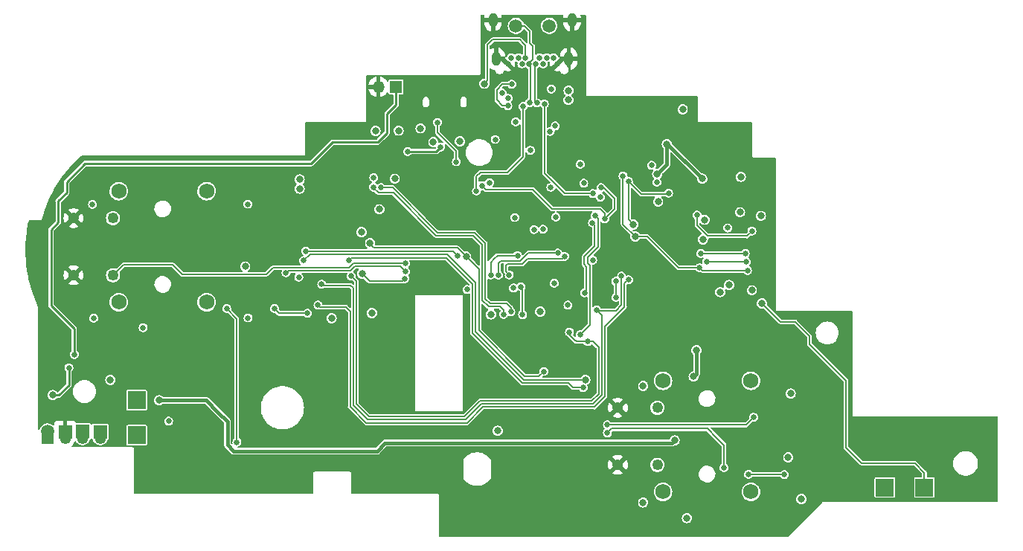
<source format=gbr>
G04 #@! TF.GenerationSoftware,KiCad,Pcbnew,7.0.6*
G04 #@! TF.CreationDate,2024-01-02T21:36:57-08:00*
G04 #@! TF.ProjectId,procon_gcc_main_pcb,70726f63-6f6e-45f6-9763-635f6d61696e,1*
G04 #@! TF.SameCoordinates,Original*
G04 #@! TF.FileFunction,Copper,L4,Bot*
G04 #@! TF.FilePolarity,Positive*
%FSLAX46Y46*%
G04 Gerber Fmt 4.6, Leading zero omitted, Abs format (unit mm)*
G04 Created by KiCad (PCBNEW 7.0.6) date 2024-01-02 21:36:57*
%MOMM*%
%LPD*%
G01*
G04 APERTURE LIST*
G04 #@! TA.AperFunction,ComponentPad*
%ADD10C,1.750000*%
G04 #@! TD*
G04 #@! TA.AperFunction,ComponentPad*
%ADD11C,1.250000*%
G04 #@! TD*
G04 #@! TA.AperFunction,ComponentPad*
%ADD12R,2.000000X2.000000*%
G04 #@! TD*
G04 #@! TA.AperFunction,ComponentPad*
%ADD13R,1.350000X1.350000*%
G04 #@! TD*
G04 #@! TA.AperFunction,ComponentPad*
%ADD14O,1.350000X1.350000*%
G04 #@! TD*
G04 #@! TA.AperFunction,ComponentPad*
%ADD15C,0.650000*%
G04 #@! TD*
G04 #@! TA.AperFunction,ComponentPad*
%ADD16O,1.000000X1.600000*%
G04 #@! TD*
G04 #@! TA.AperFunction,SMDPad,CuDef*
%ADD17C,1.500000*%
G04 #@! TD*
G04 #@! TA.AperFunction,SMDPad,CuDef*
%ADD18R,1.500000X1.500000*%
G04 #@! TD*
G04 #@! TA.AperFunction,ViaPad*
%ADD19C,0.650000*%
G04 #@! TD*
G04 #@! TA.AperFunction,ViaPad*
%ADD20C,0.800000*%
G04 #@! TD*
G04 #@! TA.AperFunction,Conductor*
%ADD21C,0.150000*%
G04 #@! TD*
G04 #@! TA.AperFunction,Conductor*
%ADD22C,0.200000*%
G04 #@! TD*
G04 #@! TA.AperFunction,Conductor*
%ADD23C,0.400000*%
G04 #@! TD*
G04 #@! TA.AperFunction,Conductor*
%ADD24C,0.250000*%
G04 #@! TD*
G04 APERTURE END LIST*
D10*
X153320200Y-133697000D03*
X153320200Y-146347000D03*
X163320200Y-133697000D03*
X163320200Y-146347000D03*
D11*
X152670200Y-136772000D03*
X152670200Y-143272000D03*
X148170200Y-136772000D03*
X148170200Y-143272000D03*
D10*
X91377000Y-112107600D03*
X91377000Y-124757600D03*
X101377000Y-112107600D03*
X101377000Y-124757600D03*
D11*
X90727000Y-115182600D03*
X90727000Y-121682600D03*
X86227000Y-115182600D03*
X86227000Y-121682600D03*
D12*
X183062000Y-145848750D03*
X93413992Y-139903200D03*
D13*
X83274400Y-140182600D03*
D14*
X85274400Y-140182600D03*
X87274400Y-140182600D03*
X89274400Y-140182600D03*
D13*
X122920000Y-100228400D03*
D14*
X120920000Y-100228400D03*
D15*
X135660000Y-97625000D03*
X136060000Y-96925000D03*
X136860000Y-96925000D03*
X137260000Y-97625000D03*
X137660000Y-96925000D03*
X138060000Y-97625000D03*
X138860000Y-97625000D03*
X139260000Y-96925000D03*
X139660000Y-97625000D03*
X140060000Y-96925000D03*
X140860000Y-96925000D03*
X141260000Y-97625000D03*
D16*
X142950000Y-92635000D03*
X142590000Y-97025000D03*
X134330000Y-97025000D03*
X133970000Y-92635000D03*
D12*
X93413992Y-135909304D03*
X178562000Y-145848750D03*
D17*
X136575800Y-93294200D03*
X140360400Y-93294200D03*
D18*
X89275000Y-139500000D03*
X87275000Y-139475000D03*
X85275000Y-139500000D03*
D17*
X83275000Y-139475000D03*
D19*
X163370000Y-117660000D03*
X156900000Y-117000000D03*
X153350000Y-111675000D03*
X155850000Y-106300000D03*
X155650000Y-109800000D03*
X154660000Y-116090000D03*
X151025000Y-107950000D03*
X148425000Y-103625000D03*
X148100000Y-104575000D03*
D20*
X164450000Y-114925000D03*
D19*
X163425000Y-116650000D03*
X157176050Y-114822883D03*
X157475000Y-120825000D03*
X162925000Y-121125000D03*
X158300000Y-120125000D03*
X162800000Y-120150000D03*
D20*
X163425000Y-123400000D03*
X160825000Y-122800000D03*
X159825000Y-123600000D03*
D19*
X160683312Y-116294540D03*
D20*
X157850000Y-117600000D03*
D19*
X162675000Y-119200000D03*
X157600000Y-119200000D03*
D20*
X164575000Y-124900000D03*
X152755209Y-113293530D03*
D19*
X153947526Y-112336708D03*
D20*
X120192800Y-125984000D03*
D19*
X142494000Y-125095000D03*
D20*
X156032200Y-149326600D03*
D19*
X136296400Y-123139200D03*
D20*
X167843200Y-135153400D03*
D19*
X140926929Y-122588129D03*
X120396000Y-110566200D03*
D20*
X169062400Y-147167600D03*
D19*
X111861600Y-121920000D03*
D20*
X134493000Y-139395200D03*
X119006702Y-116774102D03*
D19*
X136448800Y-115112800D03*
X106095800Y-126542800D03*
X138208690Y-107452022D03*
X94157800Y-127660400D03*
X138620500Y-116483094D03*
D20*
X122783600Y-110693200D03*
D19*
X144297400Y-111201200D03*
D20*
X151053800Y-147548600D03*
D19*
X145313400Y-119964200D03*
X88519000Y-126568200D03*
X106070400Y-113588800D03*
X134213600Y-106222800D03*
X88392000Y-113614200D03*
X133553200Y-111150400D03*
D20*
X115595400Y-126568200D03*
X167563800Y-142417800D03*
X105765600Y-120675400D03*
X162080000Y-114510000D03*
X121031000Y-114173000D03*
D19*
X136555272Y-104215215D03*
X141122400Y-115062000D03*
D20*
X162175896Y-110478591D03*
D19*
X97053400Y-138303000D03*
X131013200Y-123317000D03*
D20*
X155550000Y-102800000D03*
D19*
X143891000Y-109042200D03*
D20*
X151053800Y-134289800D03*
D19*
X142824200Y-121038129D03*
D20*
X159607099Y-112015147D03*
D19*
X137072363Y-121131594D03*
D20*
X161199272Y-112009786D03*
D19*
X96520000Y-139039600D03*
D20*
X131191000Y-118135400D03*
D19*
X134277100Y-107339094D03*
X102412800Y-140462000D03*
X111836200Y-113030000D03*
X150266400Y-119405400D03*
X132892800Y-110591600D03*
X120421400Y-115366800D03*
X142138400Y-107492800D03*
X140588129Y-103784400D03*
D20*
X165227000Y-112242600D03*
D19*
X138988800Y-122834400D03*
X147040600Y-123240800D03*
X117246400Y-124079000D03*
D20*
X131394200Y-104241600D03*
D19*
X144297400Y-110109000D03*
X138214403Y-106526609D03*
X138785600Y-114096800D03*
D20*
X95961200Y-135915400D03*
X157124400Y-130225800D03*
X154635200Y-140487400D03*
X156794200Y-133223000D03*
D19*
X124231400Y-107599500D03*
X128016000Y-107091500D03*
D20*
X142570200Y-100660200D03*
D19*
X139661900Y-116432294D03*
X140552529Y-111680482D03*
X135661400Y-102387400D03*
X136093200Y-99923600D03*
D20*
X125722725Y-104956086D03*
X130199837Y-106444519D03*
X127177237Y-106529446D03*
X123215400Y-105206800D03*
D19*
X140589000Y-100482400D03*
X135686800Y-101523800D03*
X138105188Y-102039497D03*
D20*
X136575800Y-93294200D03*
D19*
X139802765Y-102180015D03*
X145338800Y-112369600D03*
D20*
X157782026Y-110690426D03*
X152657200Y-110163000D03*
X153750000Y-106750000D03*
X158055736Y-115366800D03*
D19*
X152027395Y-109166476D03*
D20*
X90424000Y-133604000D03*
D19*
X152618203Y-111081857D03*
X138957046Y-102068159D03*
D20*
X140360400Y-93294200D03*
D19*
X135026400Y-100965000D03*
D20*
X120599200Y-105257600D03*
X132969000Y-99872800D03*
D19*
X112852200Y-126009400D03*
X109093000Y-125476000D03*
X146989800Y-139623800D03*
X160248600Y-143586200D03*
X146989800Y-138709400D03*
X163626800Y-137845800D03*
X167132000Y-144373600D03*
X163042600Y-144348200D03*
X136753600Y-119430800D03*
X133705600Y-121640600D03*
X124028200Y-120319800D03*
X114054979Y-125077210D03*
X149387551Y-122193703D03*
X103657400Y-125476000D03*
X104825800Y-140690600D03*
X129794000Y-108762800D03*
X127641468Y-104273468D03*
X132723174Y-111472425D03*
X146253200Y-111709200D03*
X146685000Y-115239800D03*
X86309200Y-130708400D03*
X123948748Y-122066958D03*
X135813800Y-121640600D03*
D20*
X119075200Y-121488200D03*
D19*
X142113000Y-119532400D03*
X147955000Y-124206000D03*
X147929600Y-122377200D03*
X117830600Y-121793000D03*
X142671800Y-128168400D03*
X144754600Y-129235200D03*
X148590000Y-121793000D03*
X145745200Y-125628400D03*
X114477800Y-122707400D03*
X141325600Y-119151400D03*
X124028200Y-121259600D03*
X134569200Y-121666000D03*
X110413800Y-121412000D03*
X143891000Y-128447800D03*
X145585161Y-114913733D03*
X144373600Y-123698000D03*
X145294367Y-115729088D03*
D20*
X142544800Y-101727000D03*
D19*
X137367240Y-102463027D03*
X132089527Y-112088469D03*
X144221200Y-134467600D03*
X117551200Y-119964200D03*
D20*
X130911600Y-119557800D03*
D19*
X139750800Y-132638800D03*
D20*
X119983925Y-118022388D03*
D19*
X137337800Y-126161800D03*
X137160000Y-122986800D03*
X112649000Y-118922800D03*
X129971800Y-119481600D03*
D20*
X150164800Y-117271800D03*
D19*
X148767800Y-110369400D03*
D20*
X139344400Y-125831600D03*
D19*
X149377400Y-110972600D03*
D20*
X149936200Y-115900200D03*
X133731000Y-126136400D03*
D19*
X112420400Y-120015000D03*
D20*
X144475200Y-133578600D03*
D19*
X140470827Y-105311470D03*
D20*
X111963200Y-110777800D03*
D19*
X141058451Y-104693756D03*
D20*
X111963200Y-111827800D03*
D19*
X135991600Y-125857000D03*
X121234200Y-111709200D03*
X120370600Y-111658400D03*
X135153400Y-126136400D03*
X85699600Y-132232400D03*
D20*
X83870800Y-135331200D03*
D19*
X146174359Y-112798690D03*
D21*
X153834234Y-112450000D02*
X150854800Y-112450000D01*
X150854800Y-112450000D02*
X149377400Y-110972600D01*
X153947526Y-112336708D02*
X153834234Y-112450000D01*
X162850000Y-117225000D02*
X163425000Y-116650000D01*
X158400000Y-117225000D02*
X162850000Y-117225000D01*
X157176050Y-116001050D02*
X158400000Y-117225000D01*
X157176050Y-114822883D02*
X157176050Y-116001050D01*
X149377400Y-110972600D02*
X149377400Y-115341400D01*
X149377400Y-115341400D02*
X149936200Y-115900200D01*
X155050000Y-120825000D02*
X157475000Y-120825000D01*
X150164800Y-117271800D02*
X151496800Y-117271800D01*
X151496800Y-117271800D02*
X155050000Y-120825000D01*
X157775000Y-121125000D02*
X157475000Y-120825000D01*
X162925000Y-121125000D02*
X157775000Y-121125000D01*
D22*
X162775000Y-120125000D02*
X162800000Y-120150000D01*
X158300000Y-120125000D02*
X162775000Y-120125000D01*
D21*
X183062000Y-144162000D02*
X183062000Y-145848750D01*
X181975000Y-143075000D02*
X183062000Y-144162000D01*
X175925000Y-143075000D02*
X181975000Y-143075000D01*
X174150000Y-141300000D02*
X175925000Y-143075000D01*
X174150000Y-133675000D02*
X174150000Y-141300000D01*
X164575000Y-124900000D02*
X166650000Y-126975000D01*
X170000000Y-128625000D02*
X170000000Y-129525000D01*
X170000000Y-129525000D02*
X174150000Y-133675000D01*
X166650000Y-126975000D02*
X168350000Y-126975000D01*
X168350000Y-126975000D02*
X170000000Y-128625000D01*
X162675000Y-119200000D02*
X157600000Y-119200000D01*
D23*
X103733600Y-140157200D02*
X103733600Y-140995400D01*
X120751600Y-141732000D02*
X121666000Y-140817600D01*
X95961200Y-135915400D02*
X101320600Y-135915400D01*
X104368600Y-141630400D02*
X104470200Y-141732000D01*
X103733600Y-138328400D02*
X103733600Y-140157200D01*
X104470200Y-141732000D02*
X108381800Y-141732000D01*
X154355800Y-140766800D02*
X154635200Y-140487400D01*
X101320600Y-135915400D02*
X102616000Y-137210800D01*
X108381800Y-141732000D02*
X120751600Y-141732000D01*
X126720600Y-140766800D02*
X154355800Y-140766800D01*
X121716800Y-140766800D02*
X126720600Y-140766800D01*
X103733600Y-140995400D02*
X104368600Y-141630400D01*
X102616000Y-137210800D02*
X103733600Y-138328400D01*
X156794200Y-133223000D02*
X157124400Y-132892800D01*
X157124400Y-132892800D02*
X157124400Y-130225800D01*
X121666000Y-140817600D02*
X121716800Y-140766800D01*
D24*
X124231400Y-107599500D02*
X127508000Y-107599500D01*
X127508000Y-107599500D02*
X128016000Y-107091500D01*
D21*
X134391400Y-100584000D02*
X134391400Y-101727000D01*
X134391400Y-101727000D02*
X135051800Y-102387400D01*
X136093200Y-99923600D02*
X135051800Y-99923600D01*
X135051800Y-99923600D02*
X134391400Y-100584000D01*
X135051800Y-102387400D02*
X135661400Y-102387400D01*
X138506200Y-95605600D02*
X138150600Y-95250000D01*
X138105188Y-102039497D02*
X138201400Y-101943285D01*
X138060000Y-97525000D02*
X138506200Y-97078800D01*
X138201400Y-101943285D02*
X138201400Y-97766400D01*
X138150600Y-93903800D02*
X138150600Y-95250000D01*
X138060000Y-97625000D02*
X138060000Y-97525000D01*
X137541000Y-93294200D02*
X136575800Y-93294200D01*
X138506200Y-97078800D02*
X138506200Y-95605600D01*
X138201400Y-97766400D02*
X138060000Y-97625000D01*
X137541000Y-93294200D02*
X138150600Y-93903800D01*
X142163800Y-112369600D02*
X145338800Y-112369600D01*
X139852400Y-102229650D02*
X139852400Y-110058200D01*
X139852400Y-110058200D02*
X142163800Y-112369600D01*
X139802765Y-102180015D02*
X139852400Y-102229650D01*
D23*
X157782026Y-110690426D02*
X153841600Y-106750000D01*
X153750000Y-109070200D02*
X152657200Y-110163000D01*
X153750000Y-106750000D02*
X153750000Y-109070200D01*
X153841600Y-106750000D02*
X153750000Y-106750000D01*
D21*
X138957046Y-102068159D02*
X138709400Y-101820513D01*
X138709400Y-101820513D02*
X138709400Y-97775600D01*
X138709400Y-97775600D02*
X138860000Y-97625000D01*
X137007600Y-94869000D02*
X134315200Y-94869000D01*
X133502400Y-95275400D02*
X133324600Y-95453200D01*
X134315200Y-94869000D02*
X133908800Y-94869000D01*
X137363200Y-95224600D02*
X137007600Y-94869000D01*
X133324600Y-99517200D02*
X132969000Y-99872800D01*
X133324600Y-97180400D02*
X133324600Y-99517200D01*
X137660000Y-95521400D02*
X137363200Y-95224600D01*
X133908800Y-94869000D02*
X133502400Y-95275400D01*
X133324600Y-95453200D02*
X133324600Y-97180400D01*
X137660000Y-96925000D02*
X137660000Y-95521400D01*
D22*
X112852200Y-126009400D02*
X109626400Y-126009400D01*
X109626400Y-126009400D02*
X109093000Y-125476000D01*
X147472400Y-139141200D02*
X146989800Y-139623800D01*
X159435800Y-140208000D02*
X158369000Y-139141200D01*
X158369000Y-139141200D02*
X157835600Y-139141200D01*
X160248600Y-141020800D02*
X159435800Y-140208000D01*
X160248600Y-143586200D02*
X160248600Y-141020800D01*
X157835600Y-139141200D02*
X147472400Y-139141200D01*
X163626800Y-137845800D02*
X162763200Y-138709400D01*
X162763200Y-138709400D02*
X146989800Y-138709400D01*
D21*
X167132000Y-144373600D02*
X167106600Y-144348200D01*
X167106600Y-144348200D02*
X163042600Y-144348200D01*
X134467600Y-119430800D02*
X134061200Y-119837200D01*
X91912000Y-120497600D02*
X90727000Y-121682600D01*
X98577400Y-121564400D02*
X97510600Y-120497600D01*
X108915200Y-120802400D02*
X108153200Y-121564400D01*
X117602000Y-120802400D02*
X108915200Y-120802400D01*
X97510600Y-120497600D02*
X91912000Y-120497600D01*
X124028200Y-120319800D02*
X118084600Y-120319800D01*
X133705600Y-120192800D02*
X133705600Y-121640600D01*
X136753600Y-119430800D02*
X134467600Y-119430800D01*
X134061200Y-119837200D02*
X133705600Y-120192800D01*
X108153200Y-121564400D02*
X98577400Y-121564400D01*
X118084600Y-120319800D02*
X117602000Y-120802400D01*
X145496800Y-136697200D02*
X132796800Y-136697200D01*
X117703600Y-136652000D02*
X117703600Y-125780800D01*
X146710400Y-127508000D02*
X146710400Y-135483600D01*
X148940000Y-125278400D02*
X146710400Y-127508000D01*
X149387551Y-122193703D02*
X148940000Y-122641254D01*
X146710400Y-135483600D02*
X145496800Y-136697200D01*
X114275969Y-125298200D02*
X114054979Y-125077210D01*
X117703600Y-125780800D02*
X117221000Y-125298200D01*
X131013200Y-138480800D02*
X119532400Y-138480800D01*
X119532400Y-138480800D02*
X117703600Y-136652000D01*
X117221000Y-125298200D02*
X114275969Y-125298200D01*
X148940000Y-122641254D02*
X148940000Y-125278400D01*
X132796800Y-136697200D02*
X131013200Y-138480800D01*
X104825800Y-126644400D02*
X103657400Y-125476000D01*
X104825800Y-140690600D02*
X104825800Y-126644400D01*
X129768600Y-107569000D02*
X129768600Y-108737400D01*
X129768600Y-108737400D02*
X129794000Y-108762800D01*
X127641468Y-104273468D02*
X127641468Y-105441868D01*
X127641468Y-105441868D02*
X129768600Y-107569000D01*
X146685000Y-115239800D02*
X147828000Y-114096800D01*
X132723174Y-111472425D02*
X133163149Y-111912400D01*
X146151600Y-114147600D02*
X146685000Y-114681000D01*
X146558000Y-111709200D02*
X146253200Y-111709200D01*
X147828000Y-114096800D02*
X147828000Y-112979200D01*
X138480800Y-111912400D02*
X140716000Y-114147600D01*
X133163149Y-111912400D02*
X138480800Y-111912400D01*
X147828000Y-112979200D02*
X146558000Y-111709200D01*
X146685000Y-114681000D02*
X146685000Y-115239800D01*
X140716000Y-114147600D02*
X146151600Y-114147600D01*
D24*
X121920000Y-105460800D02*
X121920000Y-103276400D01*
X86309200Y-127762000D02*
X83667600Y-125120400D01*
X120853200Y-106527600D02*
X121920000Y-105460800D01*
X113284000Y-108966000D02*
X115722400Y-106527600D01*
X83667600Y-125120400D02*
X83667600Y-116484400D01*
X83667600Y-116484400D02*
X84480400Y-115671600D01*
X84480400Y-115671600D02*
X84480400Y-113233200D01*
X87528400Y-108966000D02*
X113284000Y-108966000D01*
X115722400Y-106527600D02*
X120853200Y-106527600D01*
X122920000Y-102276400D02*
X122920000Y-100228400D01*
X85445600Y-112268000D02*
X85445600Y-111048800D01*
X84480400Y-113233200D02*
X85445600Y-112268000D01*
X86309200Y-130708400D02*
X86309200Y-127762000D01*
X85445600Y-111048800D02*
X87528400Y-108966000D01*
X121920000Y-103276400D02*
X122920000Y-102276400D01*
D21*
X137007600Y-120421400D02*
X135585200Y-120421400D01*
X123948748Y-122066958D02*
X123689306Y-122326400D01*
X142113000Y-119532400D02*
X141859000Y-119786400D01*
X123689306Y-122326400D02*
X119913400Y-122326400D01*
X137642600Y-120040400D02*
X137261600Y-120421400D01*
X137896600Y-119786400D02*
X137642600Y-120040400D01*
X119913400Y-122326400D02*
X119075200Y-121488200D01*
X137261600Y-120421400D02*
X137007600Y-120421400D01*
X135407400Y-121234200D02*
X135813800Y-121640600D01*
X141859000Y-119786400D02*
X140487400Y-119786400D01*
X135585200Y-120421400D02*
X135407400Y-120599200D01*
X140487400Y-119786400D02*
X137896600Y-119786400D01*
X135407400Y-120599200D02*
X135407400Y-121234200D01*
X143459200Y-129235200D02*
X143230600Y-129006600D01*
X119151400Y-137083800D02*
X118414800Y-136347200D01*
X144754600Y-129235200D02*
X143459200Y-129235200D01*
X145999200Y-129870200D02*
X145999200Y-135178800D01*
X145364200Y-129235200D02*
X145999200Y-129870200D01*
X118414800Y-136347200D02*
X118414800Y-128219200D01*
X118414800Y-122377200D02*
X117830600Y-121793000D01*
X144754600Y-129235200D02*
X145364200Y-129235200D01*
X147929600Y-122377200D02*
X147929600Y-124180600D01*
X132486400Y-135991600D02*
X130708400Y-137769600D01*
X147929600Y-124180600D02*
X147955000Y-124206000D01*
X130708400Y-137769600D02*
X119837200Y-137769600D01*
X118414800Y-128219200D02*
X118414800Y-122377200D01*
X145186400Y-135991600D02*
X132486400Y-135991600D01*
X119837200Y-137769600D02*
X119151400Y-137083800D01*
X142671800Y-128447800D02*
X142671800Y-128168400D01*
X143230600Y-129006600D02*
X142671800Y-128447800D01*
X145999200Y-135178800D02*
X145186400Y-135991600D01*
X130403600Y-138125200D02*
X119684800Y-138125200D01*
X146354800Y-126238000D02*
X146354800Y-130225800D01*
X146354800Y-135331200D02*
X145973800Y-135712200D01*
X118745000Y-137185400D02*
X118059200Y-136499600D01*
X145338800Y-136347200D02*
X144856200Y-136347200D01*
X117754400Y-122834400D02*
X114604800Y-122834400D01*
X145745200Y-125628400D02*
X146354800Y-126238000D01*
X119684800Y-138125200D02*
X118745000Y-137185400D01*
X146354800Y-130225800D02*
X146354800Y-135331200D01*
X114604800Y-122834400D02*
X114477800Y-122707400D01*
X130860800Y-138125200D02*
X130403600Y-138125200D01*
X144856200Y-136347200D02*
X132638800Y-136347200D01*
X148590000Y-121793000D02*
X148590000Y-125095000D01*
X118059200Y-123139200D02*
X117754400Y-122834400D01*
X145973800Y-135712200D02*
X145338800Y-136347200D01*
X147955000Y-125730000D02*
X145846800Y-125730000D01*
X118059200Y-135077200D02*
X118059200Y-123139200D01*
X131902200Y-137083800D02*
X130860800Y-138125200D01*
X148590000Y-125095000D02*
X147955000Y-125730000D01*
X118059200Y-136499600D02*
X118059200Y-135077200D01*
X132638800Y-136347200D02*
X131902200Y-137083800D01*
X145846800Y-125730000D02*
X145745200Y-125628400D01*
X121513600Y-120675400D02*
X118237000Y-120675400D01*
X137312400Y-119837200D02*
X137083800Y-120065800D01*
X141325600Y-119151400D02*
X137998200Y-119151400D01*
X137083800Y-120065800D02*
X136423400Y-120065800D01*
X118237000Y-120675400D02*
X117760000Y-121152400D01*
X134594600Y-120294400D02*
X134594600Y-121640600D01*
X136423400Y-120065800D02*
X134823200Y-120065800D01*
X110673400Y-121152400D02*
X110413800Y-121412000D01*
X124028200Y-121259600D02*
X123444000Y-120675400D01*
X123444000Y-120675400D02*
X121513600Y-120675400D01*
X117760000Y-121152400D02*
X117297200Y-121152400D01*
X134594600Y-121640600D02*
X134569200Y-121666000D01*
X137998200Y-119151400D02*
X137312400Y-119837200D01*
X134823200Y-120065800D02*
X134594600Y-120294400D01*
X117297200Y-121152400D02*
X110673400Y-121152400D01*
X145897600Y-118491000D02*
X145897600Y-115226172D01*
X144713400Y-120304000D02*
X144713400Y-119675200D01*
X144973600Y-127365200D02*
X144973600Y-120564200D01*
X143891000Y-128447800D02*
X144973600Y-127365200D01*
X144713400Y-119675200D02*
X145897600Y-118491000D01*
X145897600Y-115226172D02*
X145585161Y-114913733D01*
X144973600Y-120564200D02*
X144713400Y-120304000D01*
X145542000Y-118338600D02*
X145542000Y-115976721D01*
X144623600Y-120709174D02*
X144348200Y-120433774D01*
X145542000Y-115976721D02*
X145294367Y-115729088D01*
X144373600Y-123698000D02*
X144623600Y-123448000D01*
X144348200Y-120433774D02*
X144348200Y-119532400D01*
X144348200Y-119532400D02*
X145542000Y-118338600D01*
X144623600Y-123448000D02*
X144623600Y-120709174D01*
X132537200Y-109982000D02*
X135585200Y-109982000D01*
X137367240Y-108199960D02*
X137367240Y-102463027D01*
X135585200Y-109982000D02*
X137367240Y-108199960D01*
X132089527Y-112088469D02*
X132089527Y-110429673D01*
X132089527Y-110429673D02*
X132537200Y-109982000D01*
X117551200Y-119964200D02*
X117830600Y-119684800D01*
X143052800Y-134467600D02*
X144221200Y-134467600D01*
X117830600Y-119684800D02*
X128625600Y-119684800D01*
X131622800Y-122682000D02*
X131622800Y-128256974D01*
X142513800Y-133928600D02*
X143052800Y-134467600D01*
X137294426Y-133928600D02*
X142513800Y-133928600D01*
X131622800Y-128256974D02*
X137294426Y-133928600D01*
X128625600Y-119684800D02*
X131622800Y-122682000D01*
X119983925Y-118022388D02*
X119983925Y-118129725D01*
X119983925Y-118129725D02*
X120319800Y-118465600D01*
D22*
X139750800Y-132638800D02*
X139192000Y-133197600D01*
D21*
X120427000Y-118572800D02*
X120904000Y-118572800D01*
D22*
X139192000Y-133197600D02*
X137591800Y-133197600D01*
X132359400Y-121005600D02*
X130911600Y-119557800D01*
D21*
X120319800Y-118465600D02*
X120427000Y-118572800D01*
D22*
X132359400Y-127965200D02*
X132359400Y-121005600D01*
D21*
X120904000Y-118572800D02*
X129926600Y-118572800D01*
X129926600Y-118572800D02*
X130911600Y-119557800D01*
D22*
X137591800Y-133197600D02*
X132359400Y-127965200D01*
D21*
X129413000Y-118922800D02*
X112649000Y-118922800D01*
X137337800Y-126161800D02*
X137337800Y-123164600D01*
X129971800Y-119481600D02*
X129413000Y-118922800D01*
X137337800Y-123164600D02*
X137160000Y-122986800D01*
X148767800Y-115874800D02*
X150164800Y-117271800D01*
X148767800Y-110369400D02*
X148767800Y-115874800D01*
X144475200Y-133578600D02*
X137439400Y-133578600D01*
X131978400Y-125628400D02*
X131978400Y-122529600D01*
X131978400Y-128117600D02*
X131978400Y-125628400D01*
X129336800Y-119888000D02*
X128752600Y-119303800D01*
X137109200Y-133248400D02*
X131978400Y-128117600D01*
X128752600Y-119303800D02*
X127304800Y-119303800D01*
X131978400Y-122529600D02*
X129336800Y-119888000D01*
X127304800Y-119303800D02*
X113131600Y-119303800D01*
X113131600Y-119303800D02*
X112420400Y-120015000D01*
X137439400Y-133578600D02*
X137109200Y-133248400D01*
X135991600Y-125374400D02*
X135991600Y-125857000D01*
X135509000Y-124891800D02*
X135991600Y-125374400D01*
X122541974Y-111709200D02*
X127647374Y-116814600D01*
X133090400Y-118028200D02*
X133090400Y-124352800D01*
X121234200Y-111709200D02*
X122541974Y-111709200D01*
X133629400Y-124891800D02*
X135509000Y-124891800D01*
X127647374Y-116814600D02*
X131876800Y-116814600D01*
X133090400Y-124352800D02*
X133629400Y-124891800D01*
X131876800Y-116814600D02*
X133090400Y-118028200D01*
X131724400Y-117170200D02*
X132740400Y-118186200D01*
X122647000Y-112309200D02*
X127508000Y-117170200D01*
X120370600Y-111658400D02*
X120370600Y-111734600D01*
X134772400Y-125247400D02*
X135153400Y-125628400D01*
X127508000Y-117170200D02*
X131724400Y-117170200D01*
X120945200Y-112309200D02*
X122647000Y-112309200D01*
X135153400Y-125628400D02*
X135153400Y-126136400D01*
X132740400Y-118186200D02*
X132740400Y-124536200D01*
X120370600Y-111734600D02*
X120945200Y-112309200D01*
X133451600Y-125247400D02*
X134772400Y-125247400D01*
X132740400Y-124536200D02*
X133451600Y-125247400D01*
D24*
X84582000Y-135331200D02*
X83870800Y-135331200D01*
X85699600Y-134213600D02*
X84582000Y-135331200D01*
X85699600Y-132232400D02*
X85699600Y-134213600D01*
G04 #@! TA.AperFunction,Conductor*
G36*
X138564412Y-102393742D02*
G01*
X138585959Y-102411821D01*
X138622610Y-102454119D01*
X138744894Y-102532706D01*
X138884366Y-102573659D01*
X138884368Y-102573659D01*
X139029724Y-102573659D01*
X139029726Y-102573659D01*
X139169198Y-102532706D01*
X139277941Y-102462820D01*
X139337324Y-102449408D01*
X139391436Y-102477304D01*
X139393311Y-102479399D01*
X139468329Y-102565975D01*
X139556017Y-102622329D01*
X139592886Y-102670774D01*
X139596900Y-102697200D01*
X139596900Y-110024261D01*
X139595190Y-110041623D01*
X139591893Y-110058200D01*
X139598875Y-110093297D01*
X139611723Y-110157888D01*
X139611725Y-110157893D01*
X139644048Y-110206269D01*
X139668194Y-110242406D01*
X139682236Y-110251788D01*
X139695725Y-110262857D01*
X140472729Y-111039861D01*
X140498457Y-111095037D01*
X140482701Y-111153842D01*
X140434871Y-111188188D01*
X140340377Y-111215935D01*
X140315084Y-111232190D01*
X140218092Y-111294522D01*
X140122903Y-111404376D01*
X140122901Y-111404379D01*
X140062517Y-111536602D01*
X140041831Y-111680481D01*
X140041831Y-111680482D01*
X140062517Y-111824361D01*
X140122901Y-111956584D01*
X140122903Y-111956587D01*
X140213034Y-112060604D01*
X140218093Y-112066442D01*
X140340377Y-112145029D01*
X140479849Y-112185982D01*
X140479851Y-112185982D01*
X140625207Y-112185982D01*
X140625209Y-112185982D01*
X140764681Y-112145029D01*
X140886965Y-112066442D01*
X140982155Y-111956586D01*
X141042540Y-111824362D01*
X141044224Y-111812648D01*
X141072975Y-111758987D01*
X141129494Y-111736360D01*
X141187334Y-111755356D01*
X141195251Y-111762382D01*
X141959140Y-112526271D01*
X141970208Y-112539759D01*
X141979064Y-112553014D01*
X141979594Y-112553806D01*
X141979597Y-112553808D01*
X142029465Y-112587128D01*
X142064105Y-112610275D01*
X142064107Y-112610275D01*
X142064108Y-112610276D01*
X142163800Y-112630106D01*
X142180370Y-112626809D01*
X142197733Y-112625100D01*
X144850676Y-112625100D01*
X144907884Y-112645922D01*
X144917936Y-112655816D01*
X145004364Y-112755560D01*
X145126648Y-112834147D01*
X145266120Y-112875100D01*
X145266122Y-112875100D01*
X145411478Y-112875100D01*
X145411480Y-112875100D01*
X145550952Y-112834147D01*
X145550962Y-112834140D01*
X145553355Y-112833049D01*
X145555183Y-112832903D01*
X145557059Y-112832353D01*
X145557174Y-112832745D01*
X145614044Y-112828225D01*
X145663634Y-112863540D01*
X145678420Y-112901341D01*
X145684347Y-112942569D01*
X145744731Y-113074792D01*
X145744733Y-113074795D01*
X145837713Y-113182100D01*
X145839923Y-113184650D01*
X145962207Y-113263237D01*
X146101679Y-113304190D01*
X146101681Y-113304190D01*
X146247037Y-113304190D01*
X146247039Y-113304190D01*
X146386511Y-113263237D01*
X146508795Y-113184650D01*
X146603985Y-113074794D01*
X146664370Y-112942570D01*
X146685057Y-112798690D01*
X146682810Y-112783065D01*
X146664370Y-112654810D01*
X146603985Y-112522586D01*
X146603984Y-112522584D01*
X146508795Y-112412730D01*
X146478925Y-112393534D01*
X146403870Y-112345299D01*
X146367002Y-112296854D01*
X146369898Y-112236043D01*
X146411206Y-112191322D01*
X146426909Y-112185034D01*
X146465352Y-112173747D01*
X146524253Y-112135893D01*
X146583633Y-112122481D01*
X146635300Y-112147832D01*
X147546432Y-113058963D01*
X147572161Y-113114139D01*
X147572500Y-113121896D01*
X147572500Y-113954102D01*
X147551678Y-114011310D01*
X147546433Y-114017034D01*
X147024982Y-114538484D01*
X146969808Y-114564212D01*
X146911003Y-114548456D01*
X146888050Y-114524996D01*
X146881036Y-114514499D01*
X146881033Y-114514496D01*
X146869206Y-114496794D01*
X146864294Y-114493512D01*
X146855162Y-114487410D01*
X146841674Y-114476342D01*
X146356257Y-113990925D01*
X146345188Y-113977436D01*
X146343399Y-113974759D01*
X146335806Y-113963394D01*
X146321899Y-113954102D01*
X146262270Y-113914260D01*
X146254985Y-113907658D01*
X146251291Y-113906923D01*
X146151600Y-113887093D01*
X146135026Y-113890390D01*
X146117662Y-113892100D01*
X140858696Y-113892100D01*
X140801488Y-113871278D01*
X140795763Y-113866032D01*
X139743493Y-112813762D01*
X138685459Y-111755727D01*
X138674390Y-111742239D01*
X138673805Y-111741364D01*
X138665006Y-111728194D01*
X138647727Y-111716649D01*
X138602039Y-111686121D01*
X138587780Y-111676594D01*
X138584372Y-111673797D01*
X138580491Y-111671723D01*
X138480800Y-111651893D01*
X138464226Y-111655190D01*
X138446862Y-111656900D01*
X133978070Y-111656900D01*
X133920862Y-111636078D01*
X133890422Y-111583355D01*
X133900994Y-111523400D01*
X133910808Y-111509618D01*
X133982825Y-111426505D01*
X133982827Y-111426502D01*
X134014129Y-111357961D01*
X134043211Y-111294280D01*
X134063898Y-111150400D01*
X134061958Y-111136910D01*
X134043211Y-111006520D01*
X133982827Y-110874297D01*
X133982825Y-110874294D01*
X133887636Y-110764440D01*
X133873507Y-110755360D01*
X133765352Y-110685853D01*
X133625880Y-110644900D01*
X133480520Y-110644900D01*
X133341048Y-110685853D01*
X133324487Y-110696496D01*
X133218763Y-110764440D01*
X133123574Y-110874294D01*
X133123572Y-110874297D01*
X133076365Y-110977668D01*
X133033660Y-111021057D01*
X132973056Y-111026843D01*
X132947291Y-111015567D01*
X132935329Y-111007879D01*
X132918822Y-111003032D01*
X132795854Y-110966925D01*
X132650494Y-110966925D01*
X132511022Y-111007878D01*
X132511020Y-111007878D01*
X132511020Y-111007879D01*
X132502498Y-111013356D01*
X132486859Y-111023407D01*
X132482144Y-111026437D01*
X132422760Y-111039849D01*
X132368648Y-111011952D01*
X132345128Y-110955799D01*
X132345027Y-110951565D01*
X132345027Y-110572370D01*
X132365849Y-110515162D01*
X132371094Y-110509437D01*
X132616964Y-110263567D01*
X132672140Y-110237839D01*
X132679897Y-110237500D01*
X135551263Y-110237500D01*
X135568625Y-110239209D01*
X135585200Y-110242507D01*
X135684891Y-110222676D01*
X135684894Y-110222674D01*
X135766607Y-110168077D01*
X135766609Y-110168074D01*
X135769406Y-110166206D01*
X135778792Y-110152156D01*
X135789855Y-110138675D01*
X137523911Y-108404618D01*
X137537393Y-108393554D01*
X137551446Y-108384166D01*
X137590773Y-108325306D01*
X137607916Y-108299652D01*
X137627747Y-108199960D01*
X137624450Y-108183383D01*
X137622740Y-108166021D01*
X137622740Y-107786336D01*
X137643562Y-107729128D01*
X137696285Y-107698688D01*
X137756240Y-107709260D01*
X137779002Y-107728054D01*
X137779063Y-107728124D01*
X137779064Y-107728126D01*
X137874254Y-107837982D01*
X137996538Y-107916569D01*
X138136010Y-107957522D01*
X138136012Y-107957522D01*
X138281368Y-107957522D01*
X138281370Y-107957522D01*
X138420842Y-107916569D01*
X138543126Y-107837982D01*
X138638316Y-107728126D01*
X138698701Y-107595902D01*
X138719388Y-107452022D01*
X138698701Y-107308142D01*
X138692088Y-107293661D01*
X138638317Y-107175919D01*
X138638315Y-107175916D01*
X138543126Y-107066062D01*
X138543125Y-107066061D01*
X138420842Y-106987475D01*
X138281370Y-106946522D01*
X138136010Y-106946522D01*
X137996538Y-106987475D01*
X137946457Y-107019660D01*
X137874255Y-107066061D01*
X137874254Y-107066061D01*
X137874254Y-107066062D01*
X137789377Y-107164017D01*
X137779002Y-107175990D01*
X137725802Y-107205589D01*
X137666023Y-107194068D01*
X137627635Y-107146816D01*
X137622740Y-107117707D01*
X137622740Y-102948313D01*
X137643562Y-102891105D01*
X137663623Y-102873441D01*
X137701676Y-102848987D01*
X137796866Y-102739131D01*
X137857251Y-102606907D01*
X137858273Y-102599793D01*
X137887022Y-102546134D01*
X137943540Y-102523505D01*
X137971434Y-102527064D01*
X138032508Y-102544997D01*
X138032510Y-102544997D01*
X138177866Y-102544997D01*
X138177868Y-102544997D01*
X138317340Y-102504044D01*
X138439624Y-102425457D01*
X138451436Y-102411824D01*
X138504632Y-102382224D01*
X138564412Y-102393742D01*
G37*
G04 #@! TD.AperFunction*
G04 #@! TA.AperFunction,Conductor*
G36*
X136922111Y-95145322D02*
G01*
X136927835Y-95150567D01*
X137045219Y-95267950D01*
X137164736Y-95387467D01*
X137164738Y-95387470D01*
X137378433Y-95601165D01*
X137404161Y-95656340D01*
X137404500Y-95664097D01*
X137404500Y-96439713D01*
X137383678Y-96496921D01*
X137363617Y-96514584D01*
X137325565Y-96539038D01*
X137320755Y-96543207D01*
X137319291Y-96541518D01*
X137274052Y-96566682D01*
X137214274Y-96555153D01*
X137199578Y-96542822D01*
X137199245Y-96543207D01*
X137194439Y-96539042D01*
X137194433Y-96539038D01*
X137072152Y-96460453D01*
X136932680Y-96419500D01*
X136787320Y-96419500D01*
X136647848Y-96460453D01*
X136639002Y-96466138D01*
X136525560Y-96539042D01*
X136520755Y-96543207D01*
X136519291Y-96541518D01*
X136474052Y-96566682D01*
X136414274Y-96555153D01*
X136399578Y-96542822D01*
X136399245Y-96543207D01*
X136394439Y-96539042D01*
X136394433Y-96539038D01*
X136272152Y-96460453D01*
X136132680Y-96419500D01*
X135987320Y-96419500D01*
X135847848Y-96460453D01*
X135839002Y-96466138D01*
X135725563Y-96539040D01*
X135630374Y-96648894D01*
X135630372Y-96648898D01*
X135578702Y-96762040D01*
X135535996Y-96805429D01*
X135516250Y-96812123D01*
X135437505Y-96828862D01*
X135377218Y-96820390D01*
X135336481Y-96775148D01*
X135330000Y-96741807D01*
X135330000Y-96674280D01*
X135314582Y-96522668D01*
X135314579Y-96522654D01*
X135253699Y-96328617D01*
X135253695Y-96328607D01*
X135154994Y-96150784D01*
X135022519Y-95996468D01*
X134861695Y-95871981D01*
X134861693Y-95871980D01*
X134679096Y-95782412D01*
X134580000Y-95756754D01*
X134580000Y-96700376D01*
X134565495Y-96627455D01*
X134510240Y-96544760D01*
X134427545Y-96489505D01*
X134330000Y-96470102D01*
X134232455Y-96489505D01*
X134149760Y-96544760D01*
X134094505Y-96627455D01*
X134080000Y-96700376D01*
X134080000Y-95751633D01*
X134079999Y-95751632D01*
X134078058Y-95751929D01*
X133887337Y-95822564D01*
X133716178Y-95929248D01*
X133656614Y-95941838D01*
X133602893Y-95913196D01*
X133580151Y-95856724D01*
X133580100Y-95853718D01*
X133580100Y-95595895D01*
X133600922Y-95538687D01*
X133606159Y-95532971D01*
X133657941Y-95481188D01*
X133657946Y-95481185D01*
X133665268Y-95473862D01*
X133665270Y-95473862D01*
X133988563Y-95150567D01*
X134043739Y-95124839D01*
X134051496Y-95124500D01*
X134290033Y-95124500D01*
X136864903Y-95124500D01*
X136922111Y-95145322D01*
G37*
G04 #@! TD.AperFunction*
G04 #@! TA.AperFunction,Conductor*
G36*
X132962951Y-92035680D02*
G01*
X132993391Y-92088403D01*
X132992921Y-92121774D01*
X132970000Y-92233304D01*
X132970000Y-92384999D01*
X132970001Y-92385000D01*
X133720000Y-92385000D01*
X133720000Y-92885001D01*
X133719999Y-92885000D01*
X132970000Y-92885000D01*
X132970000Y-92985719D01*
X132985417Y-93137331D01*
X132985420Y-93137345D01*
X133046300Y-93331382D01*
X133046304Y-93331392D01*
X133145005Y-93509215D01*
X133277480Y-93663531D01*
X133438304Y-93788018D01*
X133438306Y-93788019D01*
X133620910Y-93877590D01*
X133719999Y-93903244D01*
X133720000Y-93903244D01*
X133720000Y-92959624D01*
X133734505Y-93032545D01*
X133789760Y-93115240D01*
X133872455Y-93170495D01*
X133970000Y-93189898D01*
X134067545Y-93170495D01*
X134150240Y-93115240D01*
X134205495Y-93032545D01*
X134220000Y-92959624D01*
X134220000Y-93908365D01*
X134221941Y-93908069D01*
X134221945Y-93908068D01*
X134412666Y-93837434D01*
X134585263Y-93729853D01*
X134585264Y-93729853D01*
X134732667Y-93589735D01*
X134732670Y-93589731D01*
X134848855Y-93422805D01*
X134848856Y-93422801D01*
X134929059Y-93235908D01*
X134929062Y-93235898D01*
X134969998Y-93036697D01*
X134970000Y-93036687D01*
X134970000Y-92885001D01*
X134969999Y-92885000D01*
X134220001Y-92885000D01*
X134220000Y-92885001D01*
X134220000Y-92385000D01*
X134969999Y-92385000D01*
X134970000Y-92384998D01*
X134970000Y-92284280D01*
X134954581Y-92132664D01*
X134953904Y-92130505D01*
X134953946Y-92129570D01*
X134953673Y-92128242D01*
X134954008Y-92128172D01*
X134956642Y-92069687D01*
X134997833Y-92024858D01*
X135038821Y-92014858D01*
X141885743Y-92014858D01*
X141942951Y-92035680D01*
X141973391Y-92088403D01*
X141972921Y-92121774D01*
X141950000Y-92233304D01*
X141950000Y-92384999D01*
X141950001Y-92385000D01*
X142700000Y-92385000D01*
X142700000Y-92885001D01*
X142699999Y-92885000D01*
X141950000Y-92885000D01*
X141950000Y-92985719D01*
X141965417Y-93137331D01*
X141965420Y-93137345D01*
X142026300Y-93331382D01*
X142026304Y-93331392D01*
X142125005Y-93509215D01*
X142257480Y-93663531D01*
X142418304Y-93788018D01*
X142418306Y-93788019D01*
X142600910Y-93877590D01*
X142699999Y-93903244D01*
X142700000Y-93903244D01*
X142700000Y-92959624D01*
X142714505Y-93032545D01*
X142769760Y-93115240D01*
X142852455Y-93170495D01*
X142950000Y-93189898D01*
X143047545Y-93170495D01*
X143130240Y-93115240D01*
X143185495Y-93032545D01*
X143200000Y-92959624D01*
X143200000Y-93908365D01*
X143201941Y-93908069D01*
X143201945Y-93908068D01*
X143392666Y-93837434D01*
X143565263Y-93729853D01*
X143565264Y-93729853D01*
X143712667Y-93589735D01*
X143712670Y-93589731D01*
X143828855Y-93422805D01*
X143828856Y-93422801D01*
X143909059Y-93235908D01*
X143909062Y-93235898D01*
X143949998Y-93036697D01*
X143950000Y-93036687D01*
X143950000Y-92885001D01*
X143949999Y-92885000D01*
X143200000Y-92885000D01*
X143200000Y-92385000D01*
X143949999Y-92385000D01*
X143950000Y-92384998D01*
X143950000Y-92284280D01*
X143934581Y-92132664D01*
X143933904Y-92130505D01*
X143933946Y-92129570D01*
X143933673Y-92128242D01*
X143934008Y-92128172D01*
X143936642Y-92069687D01*
X143977833Y-92024858D01*
X144018821Y-92014858D01*
X144466725Y-92014858D01*
X144523933Y-92035680D01*
X144554373Y-92088403D01*
X144555725Y-92103858D01*
X144555725Y-101082826D01*
X144552693Y-101105858D01*
X144550416Y-101114356D01*
X144550416Y-101114360D01*
X144554211Y-101128527D01*
X144554215Y-101128535D01*
X144555725Y-101134171D01*
X144555725Y-101134172D01*
X144571290Y-101192262D01*
X144628320Y-101249293D01*
X144706225Y-101270167D01*
X144713090Y-101268327D01*
X144714724Y-101267890D01*
X144737757Y-101264858D01*
X157166725Y-101264858D01*
X157223933Y-101285680D01*
X157254373Y-101338403D01*
X157255725Y-101353858D01*
X157255725Y-104082826D01*
X157252693Y-104105858D01*
X157250416Y-104114356D01*
X157250416Y-104114360D01*
X157254211Y-104128527D01*
X157254215Y-104128535D01*
X157255725Y-104134171D01*
X157255725Y-104134172D01*
X157271290Y-104192262D01*
X157328320Y-104249293D01*
X157406225Y-104270167D01*
X157413090Y-104268327D01*
X157414724Y-104267890D01*
X157437757Y-104264858D01*
X163366725Y-104264858D01*
X163423933Y-104285680D01*
X163454373Y-104338403D01*
X163455725Y-104353858D01*
X163455725Y-108082826D01*
X163452693Y-108105858D01*
X163450416Y-108114356D01*
X163450416Y-108114360D01*
X163454211Y-108128527D01*
X163454215Y-108128535D01*
X163455725Y-108134171D01*
X163455725Y-108134172D01*
X163471290Y-108192262D01*
X163528320Y-108249293D01*
X163606225Y-108270167D01*
X163613090Y-108268327D01*
X163614724Y-108267890D01*
X163637757Y-108264858D01*
X166066725Y-108264858D01*
X166123933Y-108285680D01*
X166154373Y-108338403D01*
X166155725Y-108353858D01*
X166155725Y-125582826D01*
X166152693Y-125605858D01*
X166150416Y-125614356D01*
X166150416Y-125614360D01*
X166154211Y-125628527D01*
X166154215Y-125628535D01*
X166155725Y-125634171D01*
X166155725Y-125634172D01*
X166171290Y-125692262D01*
X166228320Y-125749293D01*
X166306225Y-125770167D01*
X166313090Y-125768327D01*
X166314724Y-125767890D01*
X166337757Y-125764858D01*
X174766725Y-125764858D01*
X174823933Y-125785680D01*
X174854373Y-125838403D01*
X174855725Y-125853858D01*
X174855725Y-137582825D01*
X174852693Y-137605857D01*
X174850416Y-137614355D01*
X174850416Y-137614359D01*
X174854211Y-137628526D01*
X174854215Y-137628534D01*
X174855725Y-137634170D01*
X174855725Y-137634171D01*
X174871290Y-137692261D01*
X174928320Y-137749292D01*
X175006225Y-137770166D01*
X175013090Y-137768326D01*
X175014724Y-137767889D01*
X175037757Y-137764857D01*
X191316725Y-137764857D01*
X191373933Y-137785679D01*
X191404373Y-137838402D01*
X191405725Y-137853857D01*
X191405725Y-147374857D01*
X191384903Y-147432065D01*
X191332180Y-147462505D01*
X191316725Y-147463857D01*
X171607748Y-147463857D01*
X171602936Y-147463254D01*
X171555307Y-147463857D01*
X171535911Y-147463857D01*
X171531764Y-147464154D01*
X171513995Y-147464380D01*
X171513996Y-147464380D01*
X171513992Y-147464381D01*
X171507759Y-147468086D01*
X171485328Y-147477544D01*
X171478323Y-147479421D01*
X171478317Y-147479424D01*
X171465751Y-147491989D01*
X171462654Y-147494741D01*
X171449137Y-147508605D01*
X171415448Y-147542292D01*
X171412511Y-147546168D01*
X167618964Y-151436988D01*
X167564118Y-151463413D01*
X167555240Y-151463857D01*
X127895726Y-151463857D01*
X127838518Y-151443035D01*
X127808078Y-151390312D01*
X127806726Y-151374857D01*
X127806726Y-149326600D01*
X155446691Y-149326600D01*
X155466642Y-149478141D01*
X155466642Y-149478143D01*
X155466643Y-149478144D01*
X155525131Y-149619349D01*
X155525132Y-149619351D01*
X155525134Y-149619355D01*
X155618183Y-149740617D01*
X155739445Y-149833666D01*
X155880659Y-149892158D01*
X156032200Y-149912109D01*
X156183741Y-149892158D01*
X156324955Y-149833666D01*
X156446217Y-149740617D01*
X156539266Y-149619355D01*
X156597758Y-149478141D01*
X156617709Y-149326600D01*
X156597758Y-149175059D01*
X156539266Y-149033846D01*
X156446217Y-148912583D01*
X156446212Y-148912579D01*
X156446211Y-148912578D01*
X156390465Y-148869803D01*
X156324955Y-148819534D01*
X156324951Y-148819532D01*
X156324949Y-148819531D01*
X156183744Y-148761043D01*
X156183743Y-148761042D01*
X156183741Y-148761042D01*
X156032200Y-148741091D01*
X156032199Y-148741091D01*
X155999223Y-148745432D01*
X155880659Y-148761042D01*
X155880657Y-148761042D01*
X155880655Y-148761043D01*
X155739451Y-148819531D01*
X155739443Y-148819536D01*
X155618188Y-148912578D01*
X155618178Y-148912588D01*
X155525136Y-149033843D01*
X155525131Y-149033851D01*
X155466643Y-149175055D01*
X155466642Y-149175057D01*
X155466642Y-149175059D01*
X155446691Y-149326600D01*
X127806726Y-149326600D01*
X127806726Y-147548600D01*
X150468291Y-147548600D01*
X150488242Y-147700141D01*
X150488242Y-147700143D01*
X150488243Y-147700144D01*
X150546731Y-147841349D01*
X150546732Y-147841351D01*
X150546734Y-147841355D01*
X150639783Y-147962617D01*
X150761045Y-148055666D01*
X150902259Y-148114158D01*
X151053800Y-148134109D01*
X151205341Y-148114158D01*
X151346555Y-148055666D01*
X151467817Y-147962617D01*
X151560866Y-147841355D01*
X151619358Y-147700141D01*
X151639309Y-147548600D01*
X151619358Y-147397059D01*
X151560866Y-147255846D01*
X151467817Y-147134583D01*
X151467812Y-147134579D01*
X151467811Y-147134578D01*
X151412065Y-147091803D01*
X151346555Y-147041534D01*
X151346551Y-147041532D01*
X151346549Y-147041531D01*
X151205344Y-146983043D01*
X151205343Y-146983042D01*
X151205341Y-146983042D01*
X151053800Y-146963091D01*
X151053799Y-146963091D01*
X151020823Y-146967432D01*
X150902259Y-146983042D01*
X150902257Y-146983042D01*
X150902255Y-146983043D01*
X150761051Y-147041531D01*
X150761043Y-147041536D01*
X150639788Y-147134578D01*
X150639778Y-147134588D01*
X150546736Y-147255843D01*
X150546731Y-147255851D01*
X150488243Y-147397055D01*
X150488242Y-147397057D01*
X150488242Y-147397059D01*
X150468291Y-147548600D01*
X127806726Y-147548600D01*
X127806726Y-146745888D01*
X127809758Y-146722854D01*
X127812035Y-146714357D01*
X127812034Y-146714356D01*
X127812035Y-146714355D01*
X127791161Y-146636454D01*
X127791161Y-146636453D01*
X127769204Y-146614496D01*
X127734131Y-146579422D01*
X127656226Y-146558548D01*
X127656225Y-146558548D01*
X127647727Y-146560825D01*
X127624694Y-146563857D01*
X117895726Y-146563857D01*
X117838518Y-146543035D01*
X117808078Y-146490312D01*
X117806726Y-146474857D01*
X117806726Y-146347004D01*
X152259593Y-146347004D01*
X152279970Y-146553905D01*
X152279971Y-146553910D01*
X152279971Y-146553912D01*
X152279972Y-146553914D01*
X152340327Y-146752877D01*
X152340328Y-146752880D01*
X152340329Y-146752881D01*
X152438337Y-146936242D01*
X152570233Y-147096956D01*
X152570238Y-147096962D01*
X152570243Y-147096966D01*
X152730957Y-147228862D01*
X152801141Y-147266375D01*
X152914323Y-147326873D01*
X153113286Y-147387228D01*
X153113291Y-147387228D01*
X153113294Y-147387229D01*
X153320195Y-147407607D01*
X153320200Y-147407607D01*
X153320205Y-147407607D01*
X153527105Y-147387229D01*
X153527106Y-147387228D01*
X153527114Y-147387228D01*
X153726077Y-147326873D01*
X153909442Y-147228862D01*
X154070162Y-147096962D01*
X154202062Y-146936242D01*
X154300073Y-146752877D01*
X154360428Y-146553914D01*
X154360429Y-146553905D01*
X154380807Y-146347004D01*
X162259593Y-146347004D01*
X162279970Y-146553905D01*
X162279971Y-146553910D01*
X162279971Y-146553912D01*
X162279972Y-146553914D01*
X162340327Y-146752877D01*
X162340328Y-146752880D01*
X162340329Y-146752881D01*
X162438337Y-146936242D01*
X162570233Y-147096956D01*
X162570238Y-147096962D01*
X162570243Y-147096966D01*
X162730957Y-147228862D01*
X162801141Y-147266375D01*
X162914323Y-147326873D01*
X163113286Y-147387228D01*
X163113291Y-147387228D01*
X163113294Y-147387229D01*
X163320195Y-147407607D01*
X163320200Y-147407607D01*
X163320205Y-147407607D01*
X163527105Y-147387229D01*
X163527106Y-147387228D01*
X163527114Y-147387228D01*
X163726077Y-147326873D01*
X163909442Y-147228862D01*
X163984090Y-147167600D01*
X168476891Y-147167600D01*
X168496842Y-147319141D01*
X168496842Y-147319143D01*
X168496843Y-147319144D01*
X168555331Y-147460349D01*
X168555332Y-147460351D01*
X168555334Y-147460355D01*
X168579608Y-147491989D01*
X168621181Y-147546168D01*
X168648383Y-147581617D01*
X168769645Y-147674666D01*
X168910859Y-147733158D01*
X169062400Y-147753109D01*
X169213941Y-147733158D01*
X169355155Y-147674666D01*
X169476417Y-147581617D01*
X169569466Y-147460355D01*
X169627958Y-147319141D01*
X169647909Y-147167600D01*
X169627958Y-147016059D01*
X169569466Y-146874846D01*
X169563082Y-146866526D01*
X177381500Y-146866526D01*
X177391972Y-146919177D01*
X177391973Y-146919178D01*
X177431867Y-146978883D01*
X177431870Y-146978885D01*
X177431872Y-146978887D01*
X177491570Y-147018776D01*
X177491571Y-147018776D01*
X177491572Y-147018777D01*
X177544223Y-147029250D01*
X179579776Y-147029249D01*
X179632428Y-147018777D01*
X179692133Y-146978883D01*
X179732027Y-146919178D01*
X179742500Y-146866527D01*
X179742499Y-144830974D01*
X179741783Y-144827376D01*
X179732027Y-144778322D01*
X179726070Y-144769407D01*
X179692133Y-144718617D01*
X179692129Y-144718614D01*
X179692127Y-144718612D01*
X179632429Y-144678723D01*
X179632430Y-144678723D01*
X179579777Y-144668250D01*
X177544223Y-144668250D01*
X177491572Y-144678722D01*
X177431869Y-144718615D01*
X177431862Y-144718622D01*
X177391973Y-144778319D01*
X177381500Y-144830968D01*
X177381500Y-146866526D01*
X169563082Y-146866526D01*
X169476417Y-146753583D01*
X169476412Y-146753579D01*
X169476411Y-146753578D01*
X169399474Y-146694542D01*
X169355155Y-146660534D01*
X169355151Y-146660532D01*
X169355149Y-146660531D01*
X169213944Y-146602043D01*
X169213943Y-146602042D01*
X169213941Y-146602042D01*
X169062400Y-146582091D01*
X168910859Y-146602042D01*
X168910857Y-146602042D01*
X168910855Y-146602043D01*
X168769651Y-146660531D01*
X168769643Y-146660536D01*
X168648388Y-146753578D01*
X168648378Y-146753588D01*
X168555336Y-146874843D01*
X168555331Y-146874851D01*
X168496843Y-147016055D01*
X168496842Y-147016057D01*
X168496842Y-147016059D01*
X168476891Y-147167600D01*
X163984090Y-147167600D01*
X164070162Y-147096962D01*
X164202062Y-146936242D01*
X164300073Y-146752877D01*
X164360428Y-146553914D01*
X164360429Y-146553905D01*
X164380807Y-146347004D01*
X164380807Y-146346995D01*
X164360429Y-146140094D01*
X164360428Y-146140089D01*
X164360428Y-146140086D01*
X164300073Y-145941123D01*
X164262838Y-145871463D01*
X164202062Y-145757757D01*
X164070166Y-145597043D01*
X164070162Y-145597038D01*
X164070156Y-145597033D01*
X163909442Y-145465137D01*
X163778137Y-145394953D01*
X163726077Y-145367127D01*
X163527114Y-145306772D01*
X163527112Y-145306771D01*
X163527110Y-145306771D01*
X163527105Y-145306770D01*
X163320205Y-145286393D01*
X163320195Y-145286393D01*
X163113294Y-145306770D01*
X163113289Y-145306771D01*
X163113285Y-145306772D01*
X163113286Y-145306772D01*
X162914323Y-145367127D01*
X162914320Y-145367128D01*
X162914318Y-145367129D01*
X162730957Y-145465137D01*
X162570243Y-145597033D01*
X162570233Y-145597043D01*
X162438337Y-145757757D01*
X162340329Y-145941118D01*
X162279971Y-146140089D01*
X162279970Y-146140094D01*
X162259593Y-146346995D01*
X162259593Y-146347004D01*
X154380807Y-146347004D01*
X154380807Y-146346995D01*
X154360429Y-146140094D01*
X154360428Y-146140089D01*
X154360428Y-146140086D01*
X154300073Y-145941123D01*
X154262838Y-145871463D01*
X154202062Y-145757757D01*
X154070166Y-145597043D01*
X154070162Y-145597038D01*
X154070156Y-145597033D01*
X153909442Y-145465137D01*
X153778137Y-145394953D01*
X153726077Y-145367127D01*
X153527114Y-145306772D01*
X153527112Y-145306771D01*
X153527110Y-145306771D01*
X153527105Y-145306770D01*
X153320205Y-145286393D01*
X153320195Y-145286393D01*
X153113294Y-145306770D01*
X153113289Y-145306771D01*
X153113285Y-145306772D01*
X153113286Y-145306772D01*
X152914323Y-145367127D01*
X152914320Y-145367128D01*
X152914318Y-145367129D01*
X152730957Y-145465137D01*
X152570243Y-145597033D01*
X152570233Y-145597043D01*
X152438337Y-145757757D01*
X152340329Y-145941118D01*
X152279971Y-146140089D01*
X152279970Y-146140094D01*
X152259593Y-146346995D01*
X152259593Y-146347004D01*
X117806726Y-146347004D01*
X117806726Y-144795419D01*
X130601923Y-144795419D01*
X130604045Y-144806178D01*
X130604816Y-144814056D01*
X130604965Y-144814037D01*
X130605725Y-144819814D01*
X130609162Y-144832644D01*
X130609836Y-144835546D01*
X130615215Y-144862816D01*
X130617460Y-144867854D01*
X130620590Y-144876690D01*
X130621290Y-144877902D01*
X130621291Y-144877904D01*
X130637728Y-144894341D01*
X130646017Y-144903905D01*
X130648191Y-144906807D01*
X130711405Y-144991201D01*
X130711410Y-144991206D01*
X130871378Y-145154220D01*
X130888007Y-145171165D01*
X131086831Y-145326224D01*
X131304394Y-145453664D01*
X131536883Y-145551250D01*
X131780226Y-145617274D01*
X131780230Y-145617274D01*
X131780231Y-145617275D01*
X132030151Y-145650577D01*
X132030156Y-145650577D01*
X132282300Y-145650577D01*
X132532220Y-145617275D01*
X132532220Y-145617274D01*
X132532226Y-145617274D01*
X132775569Y-145551250D01*
X133008058Y-145453664D01*
X133225621Y-145326224D01*
X133424445Y-145171165D01*
X133601046Y-144991202D01*
X133666438Y-144903899D01*
X133674730Y-144894334D01*
X133691161Y-144877904D01*
X133691161Y-144877901D01*
X133691862Y-144876689D01*
X133694996Y-144867843D01*
X133697232Y-144862823D01*
X133697236Y-144862819D01*
X133702618Y-144835525D01*
X133703289Y-144832639D01*
X133706726Y-144819814D01*
X133706726Y-144819811D01*
X133707488Y-144814030D01*
X133707637Y-144814049D01*
X133708407Y-144806168D01*
X133710528Y-144795416D01*
X133709584Y-144791780D01*
X133706726Y-144769408D01*
X133706726Y-143272003D01*
X147040380Y-143272003D01*
X147059615Y-143479598D01*
X147059618Y-143479611D01*
X147116673Y-143680137D01*
X147116675Y-143680142D01*
X147209606Y-143866771D01*
X147209607Y-143866773D01*
X147214885Y-143873760D01*
X147725749Y-143362895D01*
X147726527Y-143373265D01*
X147776087Y-143499541D01*
X147860665Y-143605599D01*
X147972747Y-143682016D01*
X148080499Y-143715252D01*
X147571351Y-144224400D01*
X147666599Y-144283375D01*
X147861010Y-144358690D01*
X148065950Y-144396999D01*
X148065955Y-144397000D01*
X148274445Y-144397000D01*
X148274449Y-144396999D01*
X148416791Y-144370391D01*
X157366024Y-144370391D01*
X157395297Y-144561474D01*
X157462436Y-144742754D01*
X157564689Y-144906805D01*
X157564691Y-144906807D01*
X157697877Y-145046919D01*
X157856542Y-145157353D01*
X158034188Y-145233587D01*
X158034192Y-145233587D01*
X158034196Y-145233589D01*
X158223536Y-145272499D01*
X158223542Y-145272499D01*
X158223544Y-145272500D01*
X158223546Y-145272500D01*
X158368413Y-145272500D01*
X158512515Y-145257846D01*
X158512517Y-145257845D01*
X158512521Y-145257845D01*
X158696968Y-145199974D01*
X158865991Y-145106159D01*
X159012668Y-144980240D01*
X159130996Y-144827373D01*
X159216130Y-144653816D01*
X159264585Y-144466674D01*
X159270593Y-144348200D01*
X162531902Y-144348200D01*
X162552588Y-144492079D01*
X162612972Y-144624302D01*
X162612974Y-144624305D01*
X162694694Y-144718615D01*
X162708164Y-144734160D01*
X162830448Y-144812747D01*
X162969920Y-144853700D01*
X162969922Y-144853700D01*
X163115278Y-144853700D01*
X163115280Y-144853700D01*
X163254752Y-144812747D01*
X163377036Y-144734160D01*
X163463462Y-144634417D01*
X163516662Y-144604818D01*
X163530724Y-144603700D01*
X166624211Y-144603700D01*
X166681419Y-144624522D01*
X166699081Y-144644581D01*
X166702372Y-144649702D01*
X166784409Y-144744378D01*
X166797564Y-144759560D01*
X166919848Y-144838147D01*
X167059320Y-144879100D01*
X167059322Y-144879100D01*
X167204678Y-144879100D01*
X167204680Y-144879100D01*
X167344152Y-144838147D01*
X167466436Y-144759560D01*
X167561626Y-144649704D01*
X167622011Y-144517480D01*
X167642698Y-144373600D01*
X167642236Y-144370390D01*
X167622011Y-144229720D01*
X167561627Y-144097497D01*
X167561625Y-144097494D01*
X167466436Y-143987640D01*
X167466094Y-143987420D01*
X167344152Y-143909053D01*
X167204680Y-143868100D01*
X167059320Y-143868100D01*
X166919848Y-143909053D01*
X166797906Y-143987420D01*
X166797561Y-143987642D01*
X166733147Y-144061982D01*
X166679948Y-144091582D01*
X166665885Y-144092700D01*
X163530724Y-144092700D01*
X163473516Y-144071878D01*
X163463462Y-144061982D01*
X163462459Y-144060825D01*
X163377036Y-143962240D01*
X163254752Y-143883653D01*
X163115280Y-143842700D01*
X162969920Y-143842700D01*
X162830448Y-143883653D01*
X162803074Y-143901245D01*
X162708163Y-143962240D01*
X162612974Y-144072094D01*
X162612972Y-144072097D01*
X162552588Y-144204320D01*
X162531902Y-144348199D01*
X162531902Y-144348200D01*
X159270593Y-144348200D01*
X159274376Y-144273610D01*
X159245103Y-144082526D01*
X159177964Y-143901247D01*
X159177963Y-143901245D01*
X159075710Y-143737194D01*
X159046880Y-143706865D01*
X158942523Y-143597081D01*
X158783858Y-143486647D01*
X158783854Y-143486645D01*
X158606213Y-143410413D01*
X158606203Y-143410410D01*
X158416863Y-143371500D01*
X158416856Y-143371500D01*
X158271994Y-143371500D01*
X158271986Y-143371500D01*
X158127884Y-143386153D01*
X158127873Y-143386156D01*
X157943435Y-143444024D01*
X157774404Y-143537844D01*
X157627735Y-143663756D01*
X157627728Y-143663764D01*
X157509406Y-143816623D01*
X157509405Y-143816625D01*
X157424270Y-143990184D01*
X157375816Y-144177322D01*
X157375815Y-144177327D01*
X157366024Y-144370391D01*
X148416791Y-144370391D01*
X148479386Y-144358690D01*
X148673806Y-144283371D01*
X148769046Y-144224400D01*
X148258430Y-143713784D01*
X148304338Y-143706865D01*
X148426557Y-143648007D01*
X148525998Y-143555740D01*
X148593825Y-143438260D01*
X148611699Y-143359945D01*
X149125514Y-143873760D01*
X149130790Y-143866775D01*
X149130795Y-143866767D01*
X149223724Y-143680142D01*
X149223726Y-143680137D01*
X149280781Y-143479611D01*
X149280784Y-143479598D01*
X149300020Y-143272003D01*
X151859603Y-143272003D01*
X151879924Y-143452364D01*
X151879925Y-143452370D01*
X151879926Y-143452375D01*
X151930561Y-143597081D01*
X151939878Y-143623708D01*
X152011187Y-143737194D01*
X152036450Y-143777399D01*
X152164801Y-143905750D01*
X152164803Y-143905751D01*
X152164804Y-143905752D01*
X152318491Y-144002321D01*
X152318492Y-144002321D01*
X152318495Y-144002323D01*
X152489825Y-144062274D01*
X152539011Y-144067815D01*
X152670197Y-144082597D01*
X152670200Y-144082597D01*
X152670203Y-144082597D01*
X152775788Y-144070700D01*
X152850575Y-144062274D01*
X153021905Y-144002323D01*
X153175599Y-143905750D01*
X153303950Y-143777399D01*
X153400523Y-143623705D01*
X153460474Y-143452375D01*
X153475876Y-143315675D01*
X153480797Y-143272003D01*
X153480797Y-143271996D01*
X153460475Y-143091635D01*
X153460474Y-143091625D01*
X153400523Y-142920295D01*
X153400521Y-142920292D01*
X153400521Y-142920291D01*
X153303952Y-142766604D01*
X153303951Y-142766603D01*
X153303950Y-142766601D01*
X153175599Y-142638250D01*
X153175596Y-142638248D01*
X153175595Y-142638247D01*
X153021908Y-142541678D01*
X152991929Y-142531188D01*
X152850575Y-142481726D01*
X152850570Y-142481725D01*
X152850564Y-142481724D01*
X152670203Y-142461403D01*
X152670197Y-142461403D01*
X152489835Y-142481724D01*
X152489827Y-142481725D01*
X152489825Y-142481726D01*
X152412472Y-142508793D01*
X152318491Y-142541678D01*
X152164804Y-142638247D01*
X152036447Y-142766604D01*
X151939878Y-142920291D01*
X151879926Y-143091626D01*
X151879924Y-143091635D01*
X151859603Y-143271996D01*
X151859603Y-143272003D01*
X149300020Y-143272003D01*
X149300020Y-143271996D01*
X149280784Y-143064401D01*
X149280781Y-143064388D01*
X149223726Y-142863864D01*
X149130792Y-142677226D01*
X149125513Y-142670238D01*
X148614649Y-143181101D01*
X148613873Y-143170735D01*
X148564313Y-143044459D01*
X148479735Y-142938401D01*
X148367653Y-142861984D01*
X148259899Y-142828746D01*
X148769047Y-142319598D01*
X148673800Y-142260624D01*
X148479389Y-142185309D01*
X148274449Y-142147000D01*
X148065950Y-142147000D01*
X147861012Y-142185309D01*
X147666594Y-142260627D01*
X147666588Y-142260630D01*
X147571352Y-142319598D01*
X148081969Y-142830215D01*
X148036062Y-142837135D01*
X147913843Y-142895993D01*
X147814402Y-142988260D01*
X147746575Y-143105740D01*
X147728700Y-143184054D01*
X147214885Y-142670239D01*
X147209606Y-142677229D01*
X147116675Y-142863858D01*
X147116673Y-142863862D01*
X147059618Y-143064388D01*
X147059615Y-143064401D01*
X147040380Y-143271996D01*
X147040380Y-143272003D01*
X133706726Y-143272003D01*
X133706726Y-142730592D01*
X133709584Y-142708217D01*
X133710528Y-142704584D01*
X133708407Y-142693832D01*
X133707638Y-142685951D01*
X133707488Y-142685971D01*
X133706726Y-142680189D01*
X133706726Y-142680186D01*
X133703287Y-142667350D01*
X133702617Y-142664468D01*
X133697236Y-142637181D01*
X133697232Y-142637176D01*
X133694993Y-142632149D01*
X133691862Y-142623311D01*
X133691160Y-142622095D01*
X133674728Y-142605662D01*
X133666429Y-142596087D01*
X133601046Y-142508798D01*
X133601041Y-142508793D01*
X133424453Y-142328843D01*
X133424448Y-142328838D01*
X133424447Y-142328837D01*
X133424445Y-142328835D01*
X133225621Y-142173776D01*
X133225617Y-142173773D01*
X133225615Y-142173772D01*
X133008056Y-142046335D01*
X133008054Y-142046334D01*
X132775572Y-141948751D01*
X132775570Y-141948750D01*
X132775569Y-141948750D01*
X132532226Y-141882726D01*
X132532223Y-141882725D01*
X132532221Y-141882725D01*
X132532220Y-141882724D01*
X132282301Y-141849423D01*
X132282296Y-141849423D01*
X132030156Y-141849423D01*
X132030151Y-141849423D01*
X131780231Y-141882724D01*
X131780230Y-141882725D01*
X131536879Y-141948751D01*
X131304397Y-142046334D01*
X131304395Y-142046335D01*
X131086836Y-142173772D01*
X130888003Y-142328838D01*
X130887998Y-142328843D01*
X130711410Y-142508793D01*
X130711403Y-142508801D01*
X130646017Y-142596092D01*
X130637721Y-142605664D01*
X130621294Y-142622092D01*
X130621292Y-142622094D01*
X130621291Y-142622096D01*
X130621290Y-142622098D01*
X130620587Y-142623316D01*
X130617467Y-142632125D01*
X130615215Y-142637180D01*
X130609835Y-142664456D01*
X130609161Y-142667357D01*
X130605726Y-142680180D01*
X130604965Y-142685964D01*
X130604816Y-142685944D01*
X130604046Y-142693819D01*
X130601923Y-142704583D01*
X130601924Y-142704585D01*
X130602867Y-142708216D01*
X130605726Y-142730592D01*
X130605726Y-144769407D01*
X130602868Y-144791779D01*
X130601924Y-144795413D01*
X130601923Y-144795419D01*
X117806726Y-144795419D01*
X117806726Y-144245888D01*
X117809758Y-144222854D01*
X117809759Y-144222851D01*
X117812035Y-144214357D01*
X117812034Y-144214354D01*
X117812035Y-144214354D01*
X117798541Y-144163995D01*
X117793160Y-144143913D01*
X117791161Y-144136453D01*
X117734131Y-144079422D01*
X117656226Y-144058548D01*
X117656225Y-144058548D01*
X117647727Y-144060825D01*
X117624694Y-144063857D01*
X113687758Y-144063857D01*
X113664725Y-144060825D01*
X113656226Y-144058548D01*
X113636412Y-144063857D01*
X113578323Y-144079421D01*
X113578321Y-144079422D01*
X113521290Y-144136452D01*
X113521290Y-144136453D01*
X113500417Y-144214354D01*
X113500417Y-144214355D01*
X113500417Y-144214356D01*
X113500417Y-144214357D01*
X113502693Y-144222851D01*
X113505725Y-144245883D01*
X113505725Y-145367129D01*
X113505726Y-146474857D01*
X113484904Y-146532065D01*
X113432181Y-146562505D01*
X113416726Y-146563857D01*
X93195726Y-146563857D01*
X93138518Y-146543035D01*
X93108078Y-146490312D01*
X93106726Y-146474857D01*
X93106726Y-141445888D01*
X93109758Y-141422855D01*
X93112035Y-141414356D01*
X93112035Y-141414354D01*
X93099978Y-141369358D01*
X93093523Y-141345270D01*
X93091161Y-141336453D01*
X93091160Y-141336452D01*
X93091160Y-141336451D01*
X93034130Y-141279421D01*
X92956670Y-141258666D01*
X92956393Y-141258472D01*
X92955787Y-141258664D01*
X92947736Y-141260822D01*
X92924694Y-141263857D01*
X86062164Y-141263857D01*
X86004956Y-141243035D01*
X85974516Y-141190312D01*
X85985088Y-141130357D01*
X86002205Y-141109085D01*
X86146455Y-140977584D01*
X86277686Y-140803805D01*
X86362572Y-140633330D01*
X86379318Y-140610059D01*
X86382190Y-140607187D01*
X86385733Y-140602455D01*
X86436685Y-140569135D01*
X86497135Y-140576362D01*
X86534058Y-140611290D01*
X86578471Y-140688216D01*
X86578472Y-140688218D01*
X86578474Y-140688220D01*
X86698806Y-140821862D01*
X86844294Y-140927565D01*
X86887283Y-140946705D01*
X87008572Y-141000707D01*
X87008577Y-141000709D01*
X87008578Y-141000709D01*
X87008580Y-141000710D01*
X87184483Y-141038100D01*
X87184487Y-141038100D01*
X87364313Y-141038100D01*
X87364317Y-141038100D01*
X87540220Y-141000710D01*
X87704506Y-140927565D01*
X87849994Y-140821862D01*
X87970326Y-140688220D01*
X88060243Y-140532480D01*
X88097994Y-140416290D01*
X88133192Y-140369792D01*
X88155133Y-140355133D01*
X88171018Y-140331359D01*
X88195077Y-140295354D01*
X88244173Y-140259355D01*
X88304922Y-140263337D01*
X88348899Y-140305437D01*
X88351286Y-140312467D01*
X88351619Y-140312330D01*
X88354972Y-140320426D01*
X88354972Y-140320427D01*
X88354973Y-140320428D01*
X88394867Y-140380133D01*
X88404096Y-140386300D01*
X88425649Y-140400701D01*
X88460848Y-140447200D01*
X88488556Y-140532479D01*
X88578471Y-140688216D01*
X88578472Y-140688218D01*
X88578474Y-140688220D01*
X88698806Y-140821862D01*
X88844294Y-140927565D01*
X88887283Y-140946705D01*
X89008572Y-141000707D01*
X89008577Y-141000709D01*
X89008578Y-141000709D01*
X89008580Y-141000710D01*
X89184483Y-141038100D01*
X89184487Y-141038100D01*
X89364313Y-141038100D01*
X89364317Y-141038100D01*
X89540220Y-141000710D01*
X89704506Y-140927565D01*
X89713575Y-140920976D01*
X92233492Y-140920976D01*
X92243964Y-140973627D01*
X92257890Y-140994468D01*
X92283859Y-141033333D01*
X92283862Y-141033335D01*
X92283864Y-141033337D01*
X92343562Y-141073226D01*
X92343563Y-141073226D01*
X92343564Y-141073227D01*
X92396215Y-141083700D01*
X92932747Y-141083699D01*
X92955170Y-141091861D01*
X92971948Y-141084038D01*
X92979688Y-141083699D01*
X94431768Y-141083699D01*
X94431769Y-141083699D01*
X94467667Y-141076559D01*
X94484420Y-141073227D01*
X94544125Y-141033333D01*
X94570094Y-140994468D01*
X94584018Y-140973630D01*
X94584018Y-140973629D01*
X94584019Y-140973628D01*
X94594492Y-140920977D01*
X94594491Y-138885424D01*
X94584019Y-138832772D01*
X94544125Y-138773067D01*
X94544121Y-138773064D01*
X94544119Y-138773062D01*
X94484421Y-138733173D01*
X94484422Y-138733173D01*
X94431769Y-138722700D01*
X92396215Y-138722700D01*
X92343564Y-138733172D01*
X92283861Y-138773065D01*
X92283854Y-138773072D01*
X92243965Y-138832769D01*
X92233492Y-138885418D01*
X92233492Y-140920976D01*
X89713575Y-140920976D01*
X89849994Y-140821862D01*
X89970326Y-140688220D01*
X90060243Y-140532480D01*
X90087618Y-140448222D01*
X90122816Y-140401725D01*
X90155133Y-140380133D01*
X90195027Y-140320428D01*
X90205500Y-140267777D01*
X90205499Y-138732224D01*
X90202201Y-138715644D01*
X90195027Y-138679572D01*
X90185292Y-138665003D01*
X90155133Y-138619867D01*
X90155129Y-138619864D01*
X90155127Y-138619862D01*
X90095429Y-138579973D01*
X90095430Y-138579973D01*
X90042777Y-138569500D01*
X88507223Y-138569500D01*
X88454572Y-138579972D01*
X88394869Y-138619865D01*
X88394864Y-138619870D01*
X88354922Y-138679646D01*
X88305825Y-138715644D01*
X88245076Y-138711661D01*
X88201100Y-138669561D01*
X88198714Y-138662531D01*
X88198381Y-138662670D01*
X88195027Y-138654573D01*
X88195027Y-138654572D01*
X88155133Y-138594867D01*
X88155129Y-138594864D01*
X88155127Y-138594862D01*
X88095429Y-138554973D01*
X88095430Y-138554973D01*
X88042781Y-138544500D01*
X86540294Y-138544500D01*
X86483086Y-138523678D01*
X86469046Y-138508836D01*
X86382191Y-138392814D01*
X86382185Y-138392808D01*
X86267091Y-138306648D01*
X86267089Y-138306647D01*
X86257311Y-138303000D01*
X96542702Y-138303000D01*
X96563388Y-138446879D01*
X96623772Y-138579102D01*
X96623774Y-138579105D01*
X96710560Y-138679261D01*
X96718964Y-138688960D01*
X96841248Y-138767547D01*
X96980720Y-138808500D01*
X96980722Y-138808500D01*
X97126078Y-138808500D01*
X97126080Y-138808500D01*
X97265552Y-138767547D01*
X97387836Y-138688960D01*
X97483026Y-138579104D01*
X97543411Y-138446880D01*
X97564098Y-138303000D01*
X97551923Y-138218325D01*
X97543411Y-138159120D01*
X97483027Y-138026897D01*
X97483025Y-138026894D01*
X97387836Y-137917040D01*
X97356653Y-137897000D01*
X97265552Y-137838453D01*
X97126080Y-137797500D01*
X96980720Y-137797500D01*
X96841248Y-137838453D01*
X96829816Y-137845800D01*
X96718963Y-137917040D01*
X96623774Y-138026894D01*
X96623772Y-138026897D01*
X96563388Y-138159120D01*
X96542702Y-138302999D01*
X96542702Y-138303000D01*
X86257311Y-138303000D01*
X86132373Y-138256401D01*
X86072837Y-138250000D01*
X85525001Y-138250000D01*
X85525000Y-138250001D01*
X85525000Y-139661000D01*
X85504178Y-139718208D01*
X85451455Y-139748648D01*
X85436000Y-139750000D01*
X85114000Y-139750000D01*
X85056792Y-139729178D01*
X85026352Y-139676455D01*
X85025000Y-139661000D01*
X85025000Y-138250001D01*
X85024999Y-138250000D01*
X84477162Y-138250000D01*
X84417626Y-138256401D01*
X84282910Y-138306647D01*
X84282908Y-138306648D01*
X84167814Y-138392808D01*
X84167808Y-138392814D01*
X84081648Y-138507908D01*
X84081647Y-138507910D01*
X84031401Y-138642626D01*
X84024745Y-138704542D01*
X84023267Y-138704383D01*
X84001234Y-138756055D01*
X83946944Y-138783604D01*
X83887648Y-138769812D01*
X83883930Y-138767253D01*
X83868517Y-138756055D01*
X83742813Y-138664725D01*
X83564124Y-138585168D01*
X83490413Y-138569500D01*
X83372803Y-138544500D01*
X83372799Y-138544500D01*
X83177201Y-138544500D01*
X83177196Y-138544500D01*
X82985873Y-138585168D01*
X82985868Y-138585170D01*
X82807193Y-138664722D01*
X82807189Y-138664724D01*
X82807188Y-138664725D01*
X82745698Y-138709400D01*
X82648943Y-138779696D01*
X82518064Y-138925051D01*
X82518062Y-138925053D01*
X82420263Y-139094446D01*
X82380370Y-139217229D01*
X82342889Y-139265203D01*
X82283340Y-139277861D01*
X82229586Y-139249280D01*
X82206780Y-139192833D01*
X82206726Y-139189727D01*
X82206726Y-136927080D01*
X92233492Y-136927080D01*
X92243964Y-136979731D01*
X92243965Y-136979732D01*
X92283859Y-137039437D01*
X92283862Y-137039439D01*
X92283864Y-137039441D01*
X92343562Y-137079330D01*
X92343563Y-137079330D01*
X92343564Y-137079331D01*
X92396215Y-137089804D01*
X94431768Y-137089803D01*
X94484420Y-137079331D01*
X94544125Y-137039437D01*
X94584019Y-136979732D01*
X94594492Y-136927081D01*
X94594492Y-135915400D01*
X95375691Y-135915400D01*
X95395642Y-136066941D01*
X95395642Y-136066943D01*
X95395643Y-136066944D01*
X95454131Y-136208149D01*
X95454132Y-136208151D01*
X95454134Y-136208155D01*
X95468883Y-136227376D01*
X95544017Y-136325292D01*
X95547183Y-136329417D01*
X95668445Y-136422466D01*
X95809659Y-136480958D01*
X95961200Y-136500909D01*
X96112741Y-136480958D01*
X96253955Y-136422466D01*
X96375217Y-136329417D01*
X96375223Y-136329408D01*
X96379341Y-136325292D01*
X96380663Y-136326614D01*
X96425556Y-136298011D01*
X96444825Y-136295900D01*
X101126126Y-136295900D01*
X101183334Y-136316722D01*
X101189059Y-136321967D01*
X103327033Y-138459941D01*
X103352761Y-138515117D01*
X103353100Y-138522874D01*
X103353100Y-140946705D01*
X103351206Y-140964968D01*
X103348168Y-140979456D01*
X103348168Y-140979460D01*
X103349200Y-140987734D01*
X103352758Y-141016284D01*
X103353100Y-141021784D01*
X103353100Y-141026927D01*
X103356993Y-141050258D01*
X103356993Y-141050259D01*
X103363875Y-141105470D01*
X103365980Y-141112538D01*
X103365447Y-141112696D01*
X103365820Y-141113859D01*
X103366346Y-141113679D01*
X103368741Y-141120656D01*
X103395213Y-141169573D01*
X103419649Y-141219557D01*
X103419651Y-141219559D01*
X103423934Y-141225558D01*
X103423482Y-141225880D01*
X103424211Y-141226858D01*
X103424649Y-141226518D01*
X103429180Y-141232339D01*
X103470104Y-141270012D01*
X104054649Y-141854558D01*
X104166716Y-141966624D01*
X104178289Y-141980876D01*
X104186386Y-141993269D01*
X104199901Y-142003788D01*
X104215668Y-142016060D01*
X104219806Y-142019714D01*
X104223439Y-142023347D01*
X104242688Y-142037090D01*
X104286598Y-142071267D01*
X104286600Y-142071267D01*
X104293085Y-142074777D01*
X104292819Y-142075266D01*
X104293908Y-142075827D01*
X104294153Y-142075327D01*
X104300774Y-142078564D01*
X104354087Y-142094436D01*
X104406706Y-142112500D01*
X104406712Y-142112500D01*
X104413982Y-142113714D01*
X104413890Y-142114261D01*
X104415100Y-142114438D01*
X104415169Y-142113887D01*
X104422484Y-142114799D01*
X104478056Y-142112500D01*
X108318306Y-142112500D01*
X120702905Y-142112500D01*
X120721168Y-142114394D01*
X120726469Y-142115505D01*
X120735658Y-142117432D01*
X120761097Y-142114261D01*
X120772484Y-142112842D01*
X120777994Y-142112500D01*
X120783127Y-142112500D01*
X120806459Y-142108606D01*
X120806459Y-142108605D01*
X120861672Y-142101724D01*
X120861674Y-142101722D01*
X120868741Y-142099619D01*
X120868900Y-142100153D01*
X120870060Y-142099782D01*
X120869879Y-142099254D01*
X120876852Y-142096859D01*
X120876856Y-142096859D01*
X120925773Y-142070386D01*
X120975757Y-142045951D01*
X120975762Y-142045945D01*
X120981762Y-142041663D01*
X120982086Y-142042117D01*
X120983058Y-142041393D01*
X120982715Y-142040952D01*
X120988531Y-142036424D01*
X120988539Y-142036420D01*
X121026211Y-141995496D01*
X121848340Y-141173367D01*
X121903516Y-141147639D01*
X121911273Y-141147300D01*
X126657106Y-141147300D01*
X154307105Y-141147300D01*
X154325368Y-141149194D01*
X154330669Y-141150305D01*
X154339858Y-141152232D01*
X154365216Y-141149070D01*
X154376684Y-141147642D01*
X154382194Y-141147300D01*
X154387327Y-141147300D01*
X154410659Y-141143406D01*
X154410658Y-141143405D01*
X154465872Y-141136524D01*
X154465874Y-141136522D01*
X154472941Y-141134419D01*
X154473100Y-141134953D01*
X154474260Y-141134582D01*
X154474079Y-141134054D01*
X154481050Y-141131659D01*
X154481056Y-141131659D01*
X154529973Y-141105186D01*
X154579957Y-141080751D01*
X154579959Y-141080748D01*
X154580210Y-141080626D01*
X154630918Y-141072345D01*
X154635200Y-141072909D01*
X154786741Y-141052958D01*
X154927955Y-140994466D01*
X155049217Y-140901417D01*
X155142266Y-140780155D01*
X155200758Y-140638941D01*
X155220709Y-140487400D01*
X155200758Y-140335859D01*
X155142266Y-140194646D01*
X155066864Y-140096381D01*
X155049221Y-140073388D01*
X155049220Y-140073387D01*
X155049217Y-140073383D01*
X155049212Y-140073379D01*
X155049211Y-140073378D01*
X154942216Y-139991277D01*
X154927955Y-139980334D01*
X154927951Y-139980332D01*
X154927949Y-139980331D01*
X154786744Y-139921843D01*
X154786743Y-139921842D01*
X154786741Y-139921842D01*
X154635200Y-139901891D01*
X154483659Y-139921842D01*
X154483657Y-139921842D01*
X154483655Y-139921843D01*
X154342451Y-139980331D01*
X154342443Y-139980336D01*
X154221188Y-140073378D01*
X154221178Y-140073388D01*
X154128136Y-140194643D01*
X154128131Y-140194651D01*
X154071506Y-140331359D01*
X154030377Y-140376244D01*
X153989281Y-140386300D01*
X121765495Y-140386300D01*
X121747232Y-140384406D01*
X121732743Y-140381368D01*
X121732741Y-140381368D01*
X121695916Y-140385958D01*
X121690406Y-140386300D01*
X121685273Y-140386300D01*
X121667773Y-140389219D01*
X121661939Y-140390193D01*
X121606729Y-140397075D01*
X121599660Y-140399180D01*
X121599502Y-140398649D01*
X121598342Y-140399021D01*
X121598522Y-140399545D01*
X121591545Y-140401940D01*
X121542626Y-140428413D01*
X121492641Y-140452849D01*
X121486642Y-140457133D01*
X121486323Y-140456686D01*
X121485342Y-140457417D01*
X121485680Y-140457850D01*
X121479860Y-140462380D01*
X121442166Y-140503325D01*
X120620059Y-141325433D01*
X120564883Y-141351161D01*
X120557126Y-141351500D01*
X104988243Y-141351500D01*
X104931035Y-141330678D01*
X104900595Y-141277955D01*
X104911167Y-141218000D01*
X104957803Y-141178867D01*
X104963156Y-141177109D01*
X105037952Y-141155147D01*
X105160236Y-141076560D01*
X105255426Y-140966704D01*
X105315811Y-140834480D01*
X105336498Y-140690600D01*
X105329070Y-140638941D01*
X105315811Y-140546720D01*
X105255427Y-140414497D01*
X105255425Y-140414494D01*
X105173916Y-140320428D01*
X105160236Y-140304640D01*
X105160235Y-140304639D01*
X105160234Y-140304638D01*
X105122183Y-140280184D01*
X105085314Y-140231738D01*
X105081300Y-140205313D01*
X105081300Y-139395200D01*
X133907491Y-139395200D01*
X133927442Y-139546741D01*
X133927442Y-139546743D01*
X133927443Y-139546744D01*
X133985931Y-139687949D01*
X133985932Y-139687951D01*
X133985934Y-139687955D01*
X134078983Y-139809217D01*
X134200245Y-139902266D01*
X134341459Y-139960758D01*
X134493000Y-139980709D01*
X134644541Y-139960758D01*
X134785755Y-139902266D01*
X134907017Y-139809217D01*
X135000066Y-139687955D01*
X135026640Y-139623800D01*
X146479102Y-139623800D01*
X146499788Y-139767679D01*
X146560172Y-139899902D01*
X146560174Y-139899905D01*
X146655363Y-140009759D01*
X146655364Y-140009760D01*
X146777648Y-140088347D01*
X146917120Y-140129300D01*
X146917122Y-140129300D01*
X147062478Y-140129300D01*
X147062480Y-140129300D01*
X147201952Y-140088347D01*
X147324236Y-140009760D01*
X147419426Y-139899904D01*
X147479811Y-139767680D01*
X147500498Y-139623800D01*
X147492506Y-139568216D01*
X147504974Y-139508628D01*
X147517668Y-139492618D01*
X147562520Y-139447767D01*
X147617696Y-139422039D01*
X147625452Y-139421700D01*
X157783165Y-139421700D01*
X158215948Y-139421700D01*
X158273156Y-139442522D01*
X158278880Y-139447767D01*
X158752954Y-139921842D01*
X159212885Y-140381773D01*
X159212897Y-140381784D01*
X159942032Y-141110918D01*
X159967761Y-141166094D01*
X159968100Y-141173851D01*
X159968100Y-143116979D01*
X159947278Y-143174187D01*
X159927220Y-143191849D01*
X159914161Y-143200241D01*
X159818975Y-143310094D01*
X159818972Y-143310097D01*
X159758588Y-143442320D01*
X159737902Y-143586199D01*
X159737902Y-143586200D01*
X159758588Y-143730079D01*
X159818972Y-143862302D01*
X159818974Y-143862305D01*
X159905568Y-143962240D01*
X159914164Y-143972160D01*
X160036448Y-144050747D01*
X160175920Y-144091700D01*
X160175922Y-144091700D01*
X160321278Y-144091700D01*
X160321280Y-144091700D01*
X160460752Y-144050747D01*
X160583036Y-143972160D01*
X160678226Y-143862304D01*
X160738611Y-143730080D01*
X160759298Y-143586200D01*
X160754918Y-143555740D01*
X160738611Y-143442320D01*
X160678227Y-143310097D01*
X160678224Y-143310094D01*
X160583037Y-143200241D01*
X160583038Y-143200241D01*
X160569980Y-143191849D01*
X160533113Y-143143402D01*
X160529100Y-143116979D01*
X160529100Y-142417800D01*
X166978291Y-142417800D01*
X166998242Y-142569341D01*
X166998242Y-142569343D01*
X166998243Y-142569344D01*
X167056731Y-142710549D01*
X167056732Y-142710551D01*
X167056734Y-142710555D01*
X167063385Y-142719222D01*
X167140331Y-142819500D01*
X167149783Y-142831817D01*
X167271045Y-142924866D01*
X167412259Y-142983358D01*
X167563800Y-143003309D01*
X167715341Y-142983358D01*
X167856555Y-142924866D01*
X167977817Y-142831817D01*
X168070866Y-142710555D01*
X168129358Y-142569341D01*
X168149309Y-142417800D01*
X168129358Y-142266259D01*
X168070866Y-142125046D01*
X167977817Y-142003783D01*
X167977812Y-142003779D01*
X167977811Y-142003778D01*
X167886259Y-141933527D01*
X167856555Y-141910734D01*
X167856551Y-141910732D01*
X167856549Y-141910731D01*
X167715344Y-141852243D01*
X167715343Y-141852242D01*
X167715341Y-141852242D01*
X167563800Y-141832291D01*
X167412259Y-141852242D01*
X167412257Y-141852242D01*
X167412255Y-141852243D01*
X167271051Y-141910731D01*
X167271043Y-141910736D01*
X167149788Y-142003778D01*
X167149778Y-142003788D01*
X167056736Y-142125043D01*
X167056731Y-142125051D01*
X166998243Y-142266255D01*
X166998242Y-142266257D01*
X166998242Y-142266259D01*
X166978291Y-142417800D01*
X160529100Y-142417800D01*
X160529100Y-141081073D01*
X160531148Y-141068541D01*
X160530083Y-141068393D01*
X160531222Y-141060226D01*
X160529979Y-141033333D01*
X160529146Y-141015329D01*
X160529100Y-141013295D01*
X160529100Y-140994812D01*
X160529100Y-140994807D01*
X160528468Y-140991428D01*
X160527759Y-140985325D01*
X160526379Y-140955467D01*
X160522514Y-140946714D01*
X160516447Y-140927124D01*
X160514689Y-140917716D01*
X160498953Y-140892303D01*
X160496092Y-140886875D01*
X160484021Y-140859534D01*
X160477249Y-140852762D01*
X160464518Y-140836687D01*
X160459483Y-140828555D01*
X160450617Y-140821860D01*
X160435647Y-140810555D01*
X160430993Y-140806505D01*
X158766320Y-139141833D01*
X158740592Y-139086657D01*
X158756348Y-139027852D01*
X158806218Y-138992933D01*
X158829253Y-138989900D01*
X162702926Y-138989900D01*
X162715459Y-138991943D01*
X162715607Y-138990883D01*
X162723773Y-138992022D01*
X162723775Y-138992021D01*
X162723776Y-138992022D01*
X162768671Y-138989946D01*
X162770703Y-138989900D01*
X162789190Y-138989900D01*
X162789193Y-138989900D01*
X162792568Y-138989268D01*
X162798678Y-138988558D01*
X162828533Y-138987179D01*
X162837285Y-138983314D01*
X162856876Y-138977247D01*
X162866284Y-138975489D01*
X162891681Y-138959762D01*
X162897133Y-138956888D01*
X162924466Y-138944821D01*
X162931235Y-138938051D01*
X162947307Y-138925321D01*
X162955445Y-138920283D01*
X162973445Y-138896445D01*
X162977496Y-138891790D01*
X163491920Y-138377367D01*
X163547095Y-138351639D01*
X163554852Y-138351300D01*
X163699478Y-138351300D01*
X163699480Y-138351300D01*
X163838952Y-138310347D01*
X163961236Y-138231760D01*
X164056426Y-138121904D01*
X164116811Y-137989680D01*
X164137498Y-137845800D01*
X164130553Y-137797500D01*
X164116811Y-137701920D01*
X164056427Y-137569697D01*
X164056425Y-137569694D01*
X163961236Y-137459840D01*
X163922517Y-137434957D01*
X163838952Y-137381253D01*
X163699480Y-137340300D01*
X163554120Y-137340300D01*
X163414648Y-137381253D01*
X163407847Y-137385624D01*
X163292363Y-137459840D01*
X163197174Y-137569694D01*
X163197172Y-137569697D01*
X163136788Y-137701920D01*
X163116102Y-137845798D01*
X163116101Y-137845800D01*
X163124093Y-137901381D01*
X163111624Y-137960970D01*
X163098932Y-137976979D01*
X162673081Y-138402832D01*
X162617905Y-138428561D01*
X162610148Y-138428900D01*
X147456262Y-138428900D01*
X147399054Y-138408078D01*
X147389005Y-138398187D01*
X147324236Y-138323440D01*
X147201952Y-138244853D01*
X147062480Y-138203900D01*
X146917120Y-138203900D01*
X146777648Y-138244853D01*
X146769638Y-138250001D01*
X146655363Y-138323440D01*
X146560174Y-138433294D01*
X146560172Y-138433297D01*
X146499788Y-138565520D01*
X146479102Y-138709399D01*
X146479102Y-138709400D01*
X146499788Y-138853279D01*
X146560172Y-138985502D01*
X146560174Y-138985505D01*
X146655364Y-139095360D01*
X146659959Y-139099342D01*
X146689555Y-139152543D01*
X146678030Y-139212322D01*
X146659959Y-139233858D01*
X146655364Y-139237839D01*
X146560174Y-139347694D01*
X146560172Y-139347697D01*
X146499788Y-139479920D01*
X146479102Y-139623799D01*
X146479102Y-139623800D01*
X135026640Y-139623800D01*
X135058558Y-139546741D01*
X135078509Y-139395200D01*
X135058558Y-139243659D01*
X135000066Y-139102446D01*
X134915334Y-138992022D01*
X134907021Y-138981188D01*
X134907020Y-138981187D01*
X134907017Y-138981183D01*
X134907012Y-138981179D01*
X134907011Y-138981178D01*
X134796587Y-138896446D01*
X134785755Y-138888134D01*
X134785751Y-138888132D01*
X134785749Y-138888131D01*
X134644544Y-138829643D01*
X134644543Y-138829642D01*
X134644541Y-138829642D01*
X134493000Y-138809691D01*
X134341459Y-138829642D01*
X134341457Y-138829642D01*
X134341455Y-138829643D01*
X134200251Y-138888131D01*
X134200243Y-138888136D01*
X134078988Y-138981178D01*
X134078978Y-138981188D01*
X133985936Y-139102443D01*
X133985931Y-139102451D01*
X133927443Y-139243655D01*
X133927442Y-139243657D01*
X133927442Y-139243659D01*
X133907491Y-139395200D01*
X105081300Y-139395200D01*
X105081300Y-136775006D01*
X107544655Y-136775006D01*
X107564015Y-137082730D01*
X107564015Y-137082734D01*
X107564016Y-137082736D01*
X107582596Y-137180137D01*
X107621795Y-137385624D01*
X107717073Y-137678862D01*
X107717076Y-137678868D01*
X107717078Y-137678873D01*
X107750214Y-137749291D01*
X107848364Y-137957870D01*
X107848369Y-137957879D01*
X108013577Y-138218206D01*
X108013579Y-138218209D01*
X108013584Y-138218216D01*
X108210131Y-138455799D01*
X108434904Y-138666876D01*
X108658933Y-138829642D01*
X108684363Y-138848118D01*
X108954557Y-138996659D01*
X108954576Y-138996668D01*
X109125499Y-139064340D01*
X109241257Y-139110172D01*
X109539914Y-139186854D01*
X109539922Y-139186855D01*
X109539928Y-139186856D01*
X109845817Y-139225499D01*
X109845824Y-139225499D01*
X109845828Y-139225500D01*
X109845831Y-139225500D01*
X110154169Y-139225500D01*
X110154172Y-139225500D01*
X110154176Y-139225499D01*
X110154182Y-139225499D01*
X110460071Y-139186856D01*
X110460073Y-139186855D01*
X110460086Y-139186854D01*
X110758743Y-139110172D01*
X110979450Y-139022787D01*
X111045423Y-138996668D01*
X111045426Y-138996666D01*
X111045435Y-138996663D01*
X111315640Y-138848116D01*
X111565096Y-138666876D01*
X111789869Y-138455799D01*
X111986416Y-138218216D01*
X112151635Y-137957871D01*
X112282922Y-137678873D01*
X112306647Y-137605857D01*
X112344930Y-137488032D01*
X112378206Y-137385619D01*
X112435984Y-137082736D01*
X112448533Y-136883273D01*
X112455345Y-136775006D01*
X112455345Y-136774993D01*
X112438101Y-136500909D01*
X112435984Y-136467264D01*
X112378206Y-136164381D01*
X112339393Y-136044926D01*
X112282925Y-135871135D01*
X112282923Y-135871131D01*
X112282922Y-135871127D01*
X112151635Y-135592129D01*
X112151630Y-135592120D01*
X111986422Y-135331793D01*
X111986420Y-135331791D01*
X111986416Y-135331784D01*
X111789869Y-135094201D01*
X111565096Y-134883124D01*
X111534158Y-134860646D01*
X111315636Y-134701881D01*
X111045442Y-134553340D01*
X111045423Y-134553331D01*
X110758751Y-134439831D01*
X110758743Y-134439828D01*
X110460083Y-134363145D01*
X110460071Y-134363143D01*
X110154182Y-134324500D01*
X110154172Y-134324500D01*
X109845828Y-134324500D01*
X109845817Y-134324500D01*
X109539928Y-134363143D01*
X109539916Y-134363145D01*
X109241256Y-134439828D01*
X109241248Y-134439831D01*
X108954576Y-134553331D01*
X108954557Y-134553340D01*
X108684363Y-134701881D01*
X108434903Y-134883124D01*
X108269498Y-135038451D01*
X108210131Y-135094201D01*
X108014068Y-135331200D01*
X108013577Y-135331793D01*
X107848369Y-135592120D01*
X107848364Y-135592129D01*
X107717076Y-135871131D01*
X107717075Y-135871135D01*
X107621795Y-136164375D01*
X107564015Y-136467269D01*
X107544655Y-136774993D01*
X107544655Y-136775006D01*
X105081300Y-136775006D01*
X105081300Y-126678337D01*
X105083010Y-126660973D01*
X105086307Y-126644400D01*
X105066476Y-126544708D01*
X105065201Y-126542800D01*
X105585102Y-126542800D01*
X105605788Y-126686679D01*
X105666172Y-126818902D01*
X105666174Y-126818905D01*
X105761363Y-126928759D01*
X105761364Y-126928760D01*
X105883648Y-127007347D01*
X106023120Y-127048300D01*
X106023122Y-127048300D01*
X106168478Y-127048300D01*
X106168480Y-127048300D01*
X106307952Y-127007347D01*
X106430236Y-126928760D01*
X106525426Y-126818904D01*
X106585811Y-126686680D01*
X106602846Y-126568200D01*
X115009891Y-126568200D01*
X115029842Y-126719741D01*
X115029842Y-126719743D01*
X115029843Y-126719744D01*
X115088331Y-126860949D01*
X115088332Y-126860951D01*
X115088334Y-126860955D01*
X115181383Y-126982217D01*
X115302645Y-127075266D01*
X115443859Y-127133758D01*
X115595400Y-127153709D01*
X115746941Y-127133758D01*
X115888155Y-127075266D01*
X116009417Y-126982217D01*
X116102466Y-126860955D01*
X116160958Y-126719741D01*
X116180909Y-126568200D01*
X116160958Y-126416659D01*
X116102466Y-126275446D01*
X116009417Y-126154183D01*
X116009412Y-126154179D01*
X116009411Y-126154178D01*
X115929611Y-126092945D01*
X115888155Y-126061134D01*
X115888151Y-126061132D01*
X115888149Y-126061131D01*
X115746944Y-126002643D01*
X115746943Y-126002642D01*
X115746941Y-126002642D01*
X115595400Y-125982691D01*
X115595399Y-125982691D01*
X115562423Y-125987032D01*
X115443859Y-126002642D01*
X115443857Y-126002642D01*
X115443855Y-126002643D01*
X115302651Y-126061131D01*
X115302643Y-126061136D01*
X115181388Y-126154178D01*
X115181378Y-126154188D01*
X115088336Y-126275443D01*
X115088331Y-126275451D01*
X115029843Y-126416655D01*
X115029842Y-126416657D01*
X115029842Y-126416659D01*
X115009891Y-126568200D01*
X106602846Y-126568200D01*
X106606498Y-126542800D01*
X106585811Y-126398920D01*
X106573947Y-126372941D01*
X106525427Y-126266697D01*
X106525425Y-126266694D01*
X106430236Y-126156840D01*
X106426094Y-126154178D01*
X106307952Y-126078253D01*
X106168480Y-126037300D01*
X106023120Y-126037300D01*
X105883648Y-126078253D01*
X105860787Y-126092945D01*
X105761363Y-126156840D01*
X105666174Y-126266694D01*
X105666172Y-126266697D01*
X105605788Y-126398920D01*
X105585102Y-126542799D01*
X105585102Y-126542800D01*
X105065201Y-126542800D01*
X105039352Y-126504115D01*
X105010006Y-126460194D01*
X104995959Y-126450808D01*
X104982471Y-126439740D01*
X104180822Y-125638091D01*
X104155094Y-125582915D01*
X104155660Y-125562498D01*
X104168098Y-125476000D01*
X108582302Y-125476000D01*
X108602988Y-125619879D01*
X108663372Y-125752102D01*
X108663374Y-125752105D01*
X108758563Y-125861959D01*
X108758564Y-125861960D01*
X108880848Y-125940547D01*
X109020320Y-125981500D01*
X109020322Y-125981500D01*
X109164947Y-125981500D01*
X109222155Y-126002322D01*
X109227880Y-126007567D01*
X109385439Y-126165126D01*
X109392857Y-126175430D01*
X109393710Y-126174787D01*
X109398678Y-126181366D01*
X109431869Y-126211624D01*
X109433354Y-126213042D01*
X109446435Y-126226122D01*
X109446437Y-126226124D01*
X109449269Y-126228063D01*
X109454102Y-126231892D01*
X109476178Y-126252017D01*
X109485097Y-126255472D01*
X109503243Y-126265037D01*
X109511135Y-126270443D01*
X109511138Y-126270445D01*
X109540225Y-126277285D01*
X109546104Y-126279106D01*
X109573965Y-126289900D01*
X109583529Y-126289900D01*
X109603905Y-126292264D01*
X109605674Y-126292680D01*
X109613221Y-126294455D01*
X109642816Y-126290326D01*
X109648964Y-126289900D01*
X112385738Y-126289900D01*
X112442946Y-126310722D01*
X112452994Y-126320612D01*
X112517764Y-126395360D01*
X112640048Y-126473947D01*
X112779520Y-126514900D01*
X112779522Y-126514900D01*
X112924878Y-126514900D01*
X112924880Y-126514900D01*
X113064352Y-126473947D01*
X113186636Y-126395360D01*
X113281826Y-126285504D01*
X113342211Y-126153280D01*
X113362898Y-126009400D01*
X113362634Y-126007567D01*
X113342211Y-125865520D01*
X113281827Y-125733297D01*
X113281825Y-125733294D01*
X113186636Y-125623440D01*
X113186634Y-125623439D01*
X113064352Y-125544853D01*
X112924880Y-125503900D01*
X112779520Y-125503900D01*
X112640048Y-125544853D01*
X112618491Y-125558707D01*
X112517765Y-125623439D01*
X112517764Y-125623439D01*
X112517764Y-125623440D01*
X112452998Y-125698183D01*
X112399800Y-125727782D01*
X112385738Y-125728900D01*
X109779453Y-125728900D01*
X109722245Y-125708078D01*
X109716520Y-125702833D01*
X109620867Y-125607180D01*
X109595139Y-125552004D01*
X109595705Y-125531585D01*
X109603698Y-125476000D01*
X109599734Y-125448433D01*
X109583011Y-125332120D01*
X109522627Y-125199897D01*
X109522625Y-125199894D01*
X109427436Y-125090040D01*
X109407472Y-125077210D01*
X109305152Y-125011453D01*
X109165680Y-124970500D01*
X109020320Y-124970500D01*
X108880848Y-125011453D01*
X108840018Y-125037693D01*
X108758563Y-125090040D01*
X108663374Y-125199894D01*
X108663372Y-125199897D01*
X108602988Y-125332120D01*
X108582302Y-125475999D01*
X108582302Y-125476000D01*
X104168098Y-125476000D01*
X104164134Y-125448433D01*
X104147411Y-125332120D01*
X104087027Y-125199897D01*
X104087025Y-125199894D01*
X103991836Y-125090040D01*
X103971872Y-125077210D01*
X103869552Y-125011453D01*
X103730080Y-124970500D01*
X103584720Y-124970500D01*
X103445248Y-125011453D01*
X103404418Y-125037693D01*
X103322963Y-125090040D01*
X103227774Y-125199894D01*
X103227772Y-125199897D01*
X103167388Y-125332120D01*
X103146702Y-125475999D01*
X103146702Y-125476000D01*
X103167388Y-125619879D01*
X103227772Y-125752102D01*
X103227774Y-125752105D01*
X103322963Y-125861959D01*
X103322964Y-125861960D01*
X103445248Y-125940547D01*
X103584720Y-125981500D01*
X103584722Y-125981500D01*
X103730079Y-125981500D01*
X103730080Y-125981500D01*
X103734666Y-125980153D01*
X103795422Y-125984008D01*
X103822678Y-126002609D01*
X104182569Y-126362500D01*
X104544232Y-126724163D01*
X104569960Y-126779339D01*
X104570299Y-126787096D01*
X104570299Y-140205313D01*
X104549477Y-140262521D01*
X104529417Y-140280184D01*
X104491362Y-140304640D01*
X104491362Y-140304641D01*
X104396175Y-140414494D01*
X104396172Y-140414497D01*
X104335788Y-140546720D01*
X104315102Y-140690599D01*
X104315102Y-140690600D01*
X104335516Y-140832582D01*
X104323048Y-140892171D01*
X104275193Y-140929804D01*
X104214344Y-140927873D01*
X104184490Y-140908181D01*
X104140167Y-140863859D01*
X104114438Y-140808684D01*
X104114100Y-140800948D01*
X104114100Y-140125673D01*
X104114100Y-140125672D01*
X104114100Y-138377093D01*
X104115994Y-138358828D01*
X104119032Y-138344342D01*
X104114440Y-138307515D01*
X104114099Y-138302004D01*
X104114100Y-138296873D01*
X104110206Y-138273540D01*
X104103324Y-138218328D01*
X104103323Y-138218325D01*
X104101219Y-138211259D01*
X104101753Y-138211099D01*
X104101382Y-138209940D01*
X104100854Y-138210122D01*
X104098459Y-138203147D01*
X104098459Y-138203144D01*
X104074634Y-138159120D01*
X104071986Y-138154226D01*
X104047552Y-138104244D01*
X104043266Y-138098242D01*
X104043716Y-138097920D01*
X104042988Y-138096942D01*
X104042551Y-138097283D01*
X104038018Y-138091459D01*
X103997096Y-138053788D01*
X102862761Y-136919452D01*
X101624081Y-135680773D01*
X101612507Y-135666520D01*
X101604414Y-135654131D01*
X101583524Y-135637872D01*
X101575136Y-135631343D01*
X101571002Y-135627693D01*
X101567364Y-135624056D01*
X101567361Y-135624053D01*
X101567215Y-135623949D01*
X101548111Y-135610309D01*
X101535967Y-135600857D01*
X101504202Y-135576133D01*
X101504199Y-135576132D01*
X101497714Y-135572622D01*
X101497978Y-135572133D01*
X101496894Y-135571575D01*
X101496650Y-135572075D01*
X101490028Y-135568837D01*
X101485259Y-135567417D01*
X101436712Y-135552963D01*
X101384094Y-135534900D01*
X101376823Y-135533687D01*
X101376914Y-135533138D01*
X101375699Y-135532961D01*
X101375631Y-135533513D01*
X101368315Y-135532600D01*
X101312744Y-135534900D01*
X96444825Y-135534900D01*
X96387617Y-135514078D01*
X96379378Y-135505470D01*
X96379341Y-135505508D01*
X96375220Y-135501387D01*
X96375217Y-135501383D01*
X96375212Y-135501379D01*
X96375211Y-135501378D01*
X96319239Y-135458429D01*
X96253955Y-135408334D01*
X96253951Y-135408332D01*
X96253949Y-135408331D01*
X96112744Y-135349843D01*
X96112743Y-135349842D01*
X96112741Y-135349842D01*
X95961200Y-135329891D01*
X95961199Y-135329891D01*
X95928223Y-135334232D01*
X95809659Y-135349842D01*
X95809657Y-135349842D01*
X95809655Y-135349843D01*
X95668451Y-135408331D01*
X95668443Y-135408336D01*
X95547188Y-135501378D01*
X95547178Y-135501388D01*
X95454136Y-135622643D01*
X95454131Y-135622651D01*
X95395643Y-135763855D01*
X95395642Y-135763857D01*
X95395642Y-135763859D01*
X95375691Y-135915400D01*
X94594492Y-135915400D01*
X94594491Y-134891528D01*
X94584019Y-134838876D01*
X94544125Y-134779171D01*
X94544121Y-134779168D01*
X94544119Y-134779166D01*
X94484421Y-134739277D01*
X94484422Y-134739277D01*
X94431769Y-134728804D01*
X92396215Y-134728804D01*
X92343564Y-134739276D01*
X92283861Y-134779169D01*
X92283854Y-134779176D01*
X92243965Y-134838873D01*
X92233492Y-134891522D01*
X92233492Y-136927080D01*
X82206726Y-136927080D01*
X82206726Y-135331200D01*
X83285291Y-135331200D01*
X83305242Y-135482741D01*
X83305242Y-135482743D01*
X83305243Y-135482744D01*
X83363731Y-135623949D01*
X83363732Y-135623951D01*
X83363734Y-135623955D01*
X83401835Y-135673608D01*
X83451942Y-135738909D01*
X83456783Y-135745217D01*
X83456787Y-135745220D01*
X83456788Y-135745221D01*
X83473781Y-135758260D01*
X83578045Y-135838266D01*
X83719259Y-135896758D01*
X83870800Y-135916709D01*
X84022341Y-135896758D01*
X84163555Y-135838266D01*
X84284817Y-135745217D01*
X84341367Y-135671519D01*
X84392712Y-135638810D01*
X84411975Y-135636700D01*
X84517649Y-135636700D01*
X84530761Y-135638838D01*
X84530896Y-135637872D01*
X84539060Y-135639011D01*
X84539061Y-135639010D01*
X84539062Y-135639011D01*
X84588051Y-135636746D01*
X84590084Y-135636700D01*
X84610308Y-135636700D01*
X84610310Y-135636700D01*
X84614258Y-135635961D01*
X84620369Y-135635251D01*
X84653156Y-135633737D01*
X84663525Y-135629157D01*
X84683125Y-135623087D01*
X84694271Y-135621005D01*
X84722171Y-135603728D01*
X84727616Y-135600858D01*
X84757640Y-135587603D01*
X84765661Y-135579581D01*
X84781740Y-135566845D01*
X84791379Y-135560878D01*
X84811154Y-135534689D01*
X84815189Y-135530052D01*
X85430879Y-134914361D01*
X86169532Y-134914361D01*
X86189363Y-135141040D01*
X86189365Y-135141053D01*
X86248259Y-135360849D01*
X86248262Y-135360858D01*
X86344428Y-135567086D01*
X86344430Y-135567088D01*
X86344432Y-135567092D01*
X86474953Y-135753497D01*
X86635861Y-135914405D01*
X86822266Y-136044926D01*
X86822269Y-136044927D01*
X86822271Y-136044929D01*
X87028499Y-136141095D01*
X87028501Y-136141095D01*
X87028504Y-136141097D01*
X87248308Y-136199993D01*
X87248313Y-136199993D01*
X87248317Y-136199994D01*
X87474996Y-136219826D01*
X87475000Y-136219826D01*
X87475004Y-136219826D01*
X87701682Y-136199994D01*
X87701683Y-136199993D01*
X87701692Y-136199993D01*
X87921496Y-136141097D01*
X88080523Y-136066941D01*
X88127728Y-136044929D01*
X88127728Y-136044928D01*
X88127734Y-136044926D01*
X88314139Y-135914405D01*
X88475047Y-135753497D01*
X88605568Y-135567092D01*
X88620580Y-135534900D01*
X88701737Y-135360858D01*
X88701739Y-135360854D01*
X88760635Y-135141050D01*
X88760972Y-135137194D01*
X88780468Y-134914361D01*
X88780468Y-134914354D01*
X88760636Y-134687675D01*
X88760634Y-134687662D01*
X88701740Y-134467866D01*
X88701737Y-134467857D01*
X88605571Y-134261629D01*
X88605569Y-134261627D01*
X88605568Y-134261624D01*
X88475047Y-134075219D01*
X88314139Y-133914311D01*
X88127734Y-133783790D01*
X88127730Y-133783788D01*
X88127728Y-133783786D01*
X87921500Y-133687620D01*
X87921491Y-133687617D01*
X87701695Y-133628723D01*
X87701682Y-133628721D01*
X87475004Y-133608890D01*
X87474996Y-133608890D01*
X87248317Y-133628721D01*
X87248304Y-133628723D01*
X87028508Y-133687617D01*
X87028499Y-133687620D01*
X86822271Y-133783786D01*
X86822269Y-133783788D01*
X86635863Y-133914309D01*
X86474951Y-134075221D01*
X86344430Y-134261627D01*
X86344428Y-134261629D01*
X86248262Y-134467857D01*
X86248259Y-134467866D01*
X86189365Y-134687662D01*
X86189363Y-134687675D01*
X86169532Y-134914354D01*
X86169532Y-134914361D01*
X85430879Y-134914361D01*
X85870116Y-134475124D01*
X85880900Y-134467369D01*
X85880310Y-134466588D01*
X85886889Y-134461619D01*
X85886894Y-134461617D01*
X85919955Y-134425349D01*
X85921295Y-134423945D01*
X85935639Y-134409603D01*
X85937910Y-134406287D01*
X85941726Y-134401468D01*
X85963841Y-134377211D01*
X85967938Y-134366633D01*
X85977503Y-134348488D01*
X85983911Y-134339136D01*
X85991424Y-134307186D01*
X85993243Y-134301312D01*
X86005100Y-134270708D01*
X86005100Y-134259366D01*
X86007464Y-134238991D01*
X86010060Y-134227954D01*
X86005527Y-134195455D01*
X86005100Y-134189300D01*
X86005100Y-133604000D01*
X89838491Y-133604000D01*
X89858442Y-133755541D01*
X89858442Y-133755543D01*
X89858443Y-133755544D01*
X89916931Y-133896749D01*
X89916932Y-133896751D01*
X89916934Y-133896755D01*
X89930825Y-133914858D01*
X89998500Y-134003053D01*
X90009983Y-134018017D01*
X90131245Y-134111066D01*
X90272459Y-134169558D01*
X90424000Y-134189509D01*
X90575541Y-134169558D01*
X90716755Y-134111066D01*
X90838017Y-134018017D01*
X90931066Y-133896755D01*
X90989558Y-133755541D01*
X91009509Y-133604000D01*
X90989558Y-133452459D01*
X90931066Y-133311246D01*
X90838017Y-133189983D01*
X90838012Y-133189979D01*
X90838011Y-133189978D01*
X90772307Y-133139561D01*
X90716755Y-133096934D01*
X90716751Y-133096932D01*
X90716749Y-133096931D01*
X90575544Y-133038443D01*
X90575543Y-133038442D01*
X90575541Y-133038442D01*
X90424000Y-133018491D01*
X90272459Y-133038442D01*
X90272457Y-133038442D01*
X90272455Y-133038443D01*
X90131251Y-133096931D01*
X90131243Y-133096936D01*
X90009988Y-133189978D01*
X90009978Y-133189988D01*
X89916936Y-133311243D01*
X89916931Y-133311251D01*
X89858443Y-133452455D01*
X89858442Y-133452457D01*
X89858442Y-133452459D01*
X89838491Y-133604000D01*
X86005100Y-133604000D01*
X86005100Y-132684077D01*
X86025922Y-132626869D01*
X86032106Y-132620586D01*
X86034033Y-132618361D01*
X86034036Y-132618360D01*
X86129226Y-132508504D01*
X86189611Y-132376280D01*
X86210298Y-132232400D01*
X86189611Y-132088520D01*
X86129227Y-131956297D01*
X86129225Y-131956294D01*
X86034036Y-131846440D01*
X85911752Y-131767853D01*
X85772280Y-131726900D01*
X85626920Y-131726900D01*
X85487448Y-131767853D01*
X85443749Y-131795935D01*
X85365163Y-131846440D01*
X85269974Y-131956294D01*
X85269972Y-131956297D01*
X85209588Y-132088520D01*
X85188902Y-132232399D01*
X85188902Y-132232400D01*
X85209588Y-132376279D01*
X85269972Y-132508502D01*
X85269974Y-132508505D01*
X85369333Y-132623171D01*
X85367701Y-132624584D01*
X85392980Y-132670004D01*
X85394100Y-132684077D01*
X85394100Y-134050192D01*
X85373278Y-134107400D01*
X85368033Y-134113124D01*
X84481526Y-134999632D01*
X84426350Y-135025361D01*
X84418593Y-135025700D01*
X84411975Y-135025700D01*
X84354767Y-135004878D01*
X84341367Y-134990880D01*
X84284821Y-134917188D01*
X84284820Y-134917187D01*
X84284817Y-134917183D01*
X84284812Y-134917179D01*
X84284811Y-134917178D01*
X84211144Y-134860651D01*
X84163555Y-134824134D01*
X84163551Y-134824132D01*
X84163549Y-134824131D01*
X84022344Y-134765643D01*
X84022343Y-134765642D01*
X84022341Y-134765642D01*
X83870800Y-134745691D01*
X83719259Y-134765642D01*
X83719257Y-134765642D01*
X83719255Y-134765643D01*
X83578051Y-134824131D01*
X83578043Y-134824136D01*
X83456788Y-134917178D01*
X83456778Y-134917188D01*
X83363736Y-135038443D01*
X83363731Y-135038451D01*
X83305243Y-135179655D01*
X83305242Y-135179657D01*
X83305242Y-135179659D01*
X83285291Y-135331200D01*
X82206726Y-135331200D01*
X82206726Y-125415670D01*
X82207311Y-125382679D01*
X82207310Y-125382677D01*
X82201449Y-125369933D01*
X82196338Y-125355775D01*
X82191161Y-125336454D01*
X82185303Y-125326307D01*
X82185434Y-125326231D01*
X82176168Y-125312583D01*
X81901861Y-124677241D01*
X81901077Y-124675301D01*
X81892743Y-124653197D01*
X81642360Y-123989128D01*
X81641675Y-123987174D01*
X81641135Y-123985508D01*
X81415479Y-123289564D01*
X81414892Y-123287594D01*
X81221736Y-122580141D01*
X81221236Y-122578123D01*
X81118454Y-122117465D01*
X81061540Y-121862383D01*
X81061136Y-121860342D01*
X81000093Y-121510009D01*
X80935252Y-121137876D01*
X80934945Y-121135827D01*
X80843156Y-120408267D01*
X80842943Y-120406186D01*
X80830360Y-120246193D01*
X80785446Y-119675109D01*
X80785332Y-119673028D01*
X80784829Y-119657037D01*
X80762254Y-118940024D01*
X80762238Y-118938020D01*
X80773636Y-118204710D01*
X80773717Y-118202646D01*
X80774790Y-118185508D01*
X80819563Y-117470687D01*
X80819733Y-117468712D01*
X80899932Y-116739677D01*
X80900198Y-116737693D01*
X80942452Y-116470045D01*
X83357140Y-116470045D01*
X83361673Y-116502544D01*
X83362100Y-116508699D01*
X83362100Y-125056049D01*
X83359961Y-125069160D01*
X83360928Y-125069295D01*
X83359788Y-125077462D01*
X83361278Y-125109679D01*
X83362053Y-125126450D01*
X83362100Y-125128483D01*
X83362100Y-125148706D01*
X83362101Y-125148718D01*
X83362837Y-125152655D01*
X83363547Y-125158778D01*
X83363980Y-125168122D01*
X83365063Y-125191554D01*
X83365064Y-125191560D01*
X83369643Y-125201930D01*
X83375710Y-125221521D01*
X83377794Y-125232670D01*
X83377795Y-125232671D01*
X83395065Y-125260564D01*
X83397939Y-125266017D01*
X83411194Y-125296035D01*
X83411195Y-125296037D01*
X83411197Y-125296040D01*
X83411201Y-125296044D01*
X83419220Y-125304064D01*
X83431952Y-125320138D01*
X83434676Y-125324536D01*
X83437922Y-125329779D01*
X83437925Y-125329782D01*
X83446761Y-125336454D01*
X83464101Y-125349548D01*
X83468752Y-125353596D01*
X85977633Y-127862476D01*
X86003361Y-127917652D01*
X86003700Y-127925409D01*
X86003700Y-130256721D01*
X85982878Y-130313929D01*
X85976689Y-130320216D01*
X85879575Y-130432294D01*
X85879572Y-130432297D01*
X85819188Y-130564520D01*
X85798502Y-130708399D01*
X85798502Y-130708400D01*
X85819188Y-130852279D01*
X85879572Y-130984502D01*
X85879574Y-130984505D01*
X85974763Y-131094359D01*
X85974764Y-131094360D01*
X86097048Y-131172947D01*
X86236520Y-131213900D01*
X86236522Y-131213900D01*
X86381878Y-131213900D01*
X86381880Y-131213900D01*
X86521352Y-131172947D01*
X86643636Y-131094360D01*
X86738826Y-130984504D01*
X86799211Y-130852280D01*
X86819898Y-130708400D01*
X86810820Y-130645265D01*
X86799211Y-130564520D01*
X86738827Y-130432297D01*
X86738824Y-130432294D01*
X86639468Y-130317629D01*
X86641095Y-130316218D01*
X86615817Y-130270775D01*
X86614700Y-130256721D01*
X86614700Y-127826353D01*
X86616840Y-127813240D01*
X86615873Y-127813105D01*
X86617012Y-127804939D01*
X86616982Y-127804280D01*
X86614746Y-127755936D01*
X86614700Y-127753903D01*
X86614700Y-127733695D01*
X86614700Y-127733690D01*
X86613962Y-127729744D01*
X86613253Y-127723641D01*
X86611737Y-127690844D01*
X86607154Y-127680466D01*
X86601087Y-127660872D01*
X86600999Y-127660400D01*
X93647102Y-127660400D01*
X93667788Y-127804279D01*
X93728172Y-127936502D01*
X93728174Y-127936505D01*
X93823363Y-128046359D01*
X93823364Y-128046360D01*
X93945648Y-128124947D01*
X94085120Y-128165900D01*
X94085122Y-128165900D01*
X94230478Y-128165900D01*
X94230480Y-128165900D01*
X94369952Y-128124947D01*
X94492236Y-128046360D01*
X94587426Y-127936504D01*
X94647811Y-127804280D01*
X94668498Y-127660400D01*
X94666963Y-127649727D01*
X94647811Y-127516520D01*
X94587427Y-127384297D01*
X94587425Y-127384294D01*
X94492236Y-127274440D01*
X94464425Y-127256567D01*
X94369952Y-127195853D01*
X94230480Y-127154900D01*
X94085120Y-127154900D01*
X93945648Y-127195853D01*
X93914804Y-127215675D01*
X93823363Y-127274440D01*
X93728174Y-127384294D01*
X93728172Y-127384297D01*
X93667788Y-127516520D01*
X93647102Y-127660399D01*
X93647102Y-127660400D01*
X86600999Y-127660400D01*
X86599005Y-127649729D01*
X86599004Y-127649727D01*
X86581730Y-127621829D01*
X86578852Y-127616369D01*
X86565603Y-127586361D01*
X86565599Y-127586357D01*
X86557581Y-127578338D01*
X86544847Y-127562261D01*
X86538879Y-127552622D01*
X86538877Y-127552620D01*
X86512697Y-127532850D01*
X86508043Y-127528800D01*
X85547443Y-126568200D01*
X88008302Y-126568200D01*
X88028988Y-126712079D01*
X88089372Y-126844302D01*
X88089374Y-126844305D01*
X88162554Y-126928759D01*
X88184564Y-126954160D01*
X88306848Y-127032747D01*
X88446320Y-127073700D01*
X88446322Y-127073700D01*
X88591678Y-127073700D01*
X88591680Y-127073700D01*
X88731152Y-127032747D01*
X88853436Y-126954160D01*
X88948626Y-126844304D01*
X89009011Y-126712080D01*
X89029698Y-126568200D01*
X89009011Y-126424320D01*
X89005512Y-126416659D01*
X88948627Y-126292097D01*
X88948625Y-126292094D01*
X88853436Y-126182240D01*
X88842839Y-126175430D01*
X88731152Y-126103653D01*
X88591680Y-126062700D01*
X88446320Y-126062700D01*
X88306848Y-126103653D01*
X88282968Y-126119000D01*
X88184563Y-126182240D01*
X88089374Y-126292094D01*
X88089372Y-126292097D01*
X88028988Y-126424320D01*
X88008302Y-126568199D01*
X88008302Y-126568200D01*
X85547443Y-126568200D01*
X83999167Y-125019925D01*
X83973439Y-124964749D01*
X83973100Y-124956992D01*
X83973100Y-124757604D01*
X90316393Y-124757604D01*
X90336770Y-124964505D01*
X90336771Y-124964510D01*
X90336771Y-124964512D01*
X90336772Y-124964514D01*
X90397127Y-125163477D01*
X90397128Y-125163480D01*
X90397129Y-125163481D01*
X90495137Y-125346842D01*
X90623212Y-125502900D01*
X90627038Y-125507562D01*
X90629613Y-125509675D01*
X90787757Y-125639462D01*
X90857075Y-125676513D01*
X90971123Y-125737473D01*
X91170086Y-125797828D01*
X91170091Y-125797828D01*
X91170094Y-125797829D01*
X91376995Y-125818207D01*
X91377000Y-125818207D01*
X91377005Y-125818207D01*
X91583905Y-125797829D01*
X91583906Y-125797828D01*
X91583914Y-125797828D01*
X91782877Y-125737473D01*
X91966242Y-125639462D01*
X92126962Y-125507562D01*
X92258862Y-125346842D01*
X92356873Y-125163477D01*
X92417228Y-124964514D01*
X92433322Y-124801106D01*
X92437607Y-124757604D01*
X100316393Y-124757604D01*
X100336770Y-124964505D01*
X100336771Y-124964510D01*
X100336771Y-124964512D01*
X100336772Y-124964514D01*
X100397127Y-125163477D01*
X100397128Y-125163480D01*
X100397129Y-125163481D01*
X100495137Y-125346842D01*
X100623212Y-125502900D01*
X100627038Y-125507562D01*
X100629613Y-125509675D01*
X100787757Y-125639462D01*
X100857075Y-125676513D01*
X100971123Y-125737473D01*
X101170086Y-125797828D01*
X101170091Y-125797828D01*
X101170094Y-125797829D01*
X101376995Y-125818207D01*
X101377000Y-125818207D01*
X101377005Y-125818207D01*
X101583905Y-125797829D01*
X101583906Y-125797828D01*
X101583914Y-125797828D01*
X101782877Y-125737473D01*
X101966242Y-125639462D01*
X102126962Y-125507562D01*
X102258862Y-125346842D01*
X102356873Y-125163477D01*
X102417228Y-124964514D01*
X102433322Y-124801106D01*
X102437607Y-124757604D01*
X102437607Y-124757595D01*
X102417229Y-124550694D01*
X102417228Y-124550689D01*
X102417228Y-124550686D01*
X102356873Y-124351723D01*
X102295127Y-124236205D01*
X102258862Y-124168357D01*
X102126966Y-124007643D01*
X102126962Y-124007638D01*
X102086101Y-123974104D01*
X101966242Y-123875737D01*
X101813778Y-123794244D01*
X101782877Y-123777727D01*
X101583914Y-123717372D01*
X101583912Y-123717371D01*
X101583910Y-123717371D01*
X101583905Y-123717370D01*
X101377005Y-123696993D01*
X101376995Y-123696993D01*
X101170094Y-123717370D01*
X101170089Y-123717371D01*
X101170085Y-123717372D01*
X101170086Y-123717372D01*
X100971123Y-123777727D01*
X100971120Y-123777728D01*
X100971118Y-123777729D01*
X100787757Y-123875737D01*
X100627043Y-124007633D01*
X100627033Y-124007643D01*
X100495137Y-124168357D01*
X100397129Y-124351718D01*
X100336771Y-124550689D01*
X100336770Y-124550694D01*
X100316393Y-124757595D01*
X100316393Y-124757604D01*
X92437607Y-124757604D01*
X92437607Y-124757595D01*
X92417229Y-124550694D01*
X92417228Y-124550689D01*
X92417228Y-124550686D01*
X92356873Y-124351723D01*
X92295127Y-124236205D01*
X92258862Y-124168357D01*
X92126966Y-124007643D01*
X92126962Y-124007638D01*
X92086101Y-123974104D01*
X91966242Y-123875737D01*
X91813778Y-123794244D01*
X91782877Y-123777727D01*
X91583914Y-123717372D01*
X91583912Y-123717371D01*
X91583910Y-123717371D01*
X91583905Y-123717370D01*
X91377005Y-123696993D01*
X91376995Y-123696993D01*
X91170094Y-123717370D01*
X91170089Y-123717371D01*
X91170085Y-123717372D01*
X91170086Y-123717372D01*
X90971123Y-123777727D01*
X90971120Y-123777728D01*
X90971118Y-123777729D01*
X90787757Y-123875737D01*
X90627043Y-124007633D01*
X90627033Y-124007643D01*
X90495137Y-124168357D01*
X90397129Y-124351718D01*
X90336771Y-124550689D01*
X90336770Y-124550694D01*
X90316393Y-124757595D01*
X90316393Y-124757604D01*
X83973100Y-124757604D01*
X83973100Y-121682603D01*
X85097180Y-121682603D01*
X85116415Y-121890198D01*
X85116418Y-121890211D01*
X85173473Y-122090737D01*
X85173475Y-122090742D01*
X85266406Y-122277371D01*
X85266407Y-122277373D01*
X85271685Y-122284360D01*
X85782549Y-121773495D01*
X85783327Y-121783865D01*
X85832887Y-121910141D01*
X85917465Y-122016199D01*
X86029547Y-122092616D01*
X86137299Y-122125852D01*
X85628151Y-122635000D01*
X85723399Y-122693975D01*
X85917810Y-122769290D01*
X86122750Y-122807599D01*
X86122755Y-122807600D01*
X86331245Y-122807600D01*
X86331249Y-122807599D01*
X86473591Y-122780991D01*
X95422824Y-122780991D01*
X95452097Y-122972074D01*
X95519236Y-123153354D01*
X95621489Y-123317405D01*
X95621491Y-123317407D01*
X95754677Y-123457519D01*
X95913342Y-123567953D01*
X96090988Y-123644187D01*
X96090992Y-123644187D01*
X96090996Y-123644189D01*
X96280336Y-123683099D01*
X96280342Y-123683099D01*
X96280344Y-123683100D01*
X96280346Y-123683100D01*
X96425213Y-123683100D01*
X96569315Y-123668446D01*
X96569317Y-123668445D01*
X96569321Y-123668445D01*
X96753768Y-123610574D01*
X96922791Y-123516759D01*
X97069468Y-123390840D01*
X97187796Y-123237973D01*
X97272930Y-123064416D01*
X97321385Y-122877274D01*
X97331176Y-122684210D01*
X97301903Y-122493126D01*
X97234764Y-122311847D01*
X97231094Y-122305959D01*
X97132510Y-122147794D01*
X97116525Y-122130978D01*
X96999323Y-122007681D01*
X96840658Y-121897247D01*
X96840654Y-121897245D01*
X96663013Y-121821013D01*
X96663003Y-121821010D01*
X96473663Y-121782100D01*
X96473656Y-121782100D01*
X96328794Y-121782100D01*
X96328786Y-121782100D01*
X96184684Y-121796753D01*
X96184673Y-121796756D01*
X96000235Y-121854624D01*
X95918638Y-121899914D01*
X95842625Y-121942105D01*
X95831204Y-121948444D01*
X95684535Y-122074356D01*
X95684528Y-122074364D01*
X95566206Y-122227223D01*
X95566205Y-122227225D01*
X95481070Y-122400784D01*
X95433733Y-122583610D01*
X95432615Y-122587926D01*
X95424641Y-122745172D01*
X95422824Y-122780991D01*
X86473591Y-122780991D01*
X86536186Y-122769290D01*
X86730606Y-122693971D01*
X86825846Y-122635000D01*
X86315230Y-122124384D01*
X86361138Y-122117465D01*
X86483357Y-122058607D01*
X86582798Y-121966340D01*
X86650625Y-121848860D01*
X86668499Y-121770546D01*
X87182313Y-122284360D01*
X87187590Y-122277375D01*
X87187595Y-122277367D01*
X87280524Y-122090742D01*
X87280526Y-122090737D01*
X87337581Y-121890211D01*
X87337584Y-121890198D01*
X87356820Y-121682603D01*
X89916403Y-121682603D01*
X89936724Y-121862964D01*
X89936725Y-121862970D01*
X89936726Y-121862975D01*
X89987361Y-122007681D01*
X89996678Y-122034308D01*
X90087570Y-122178960D01*
X90093250Y-122187999D01*
X90221601Y-122316350D01*
X90221603Y-122316351D01*
X90221604Y-122316352D01*
X90375291Y-122412921D01*
X90375292Y-122412921D01*
X90375295Y-122412923D01*
X90546625Y-122472874D01*
X90595811Y-122478415D01*
X90726997Y-122493197D01*
X90727000Y-122493197D01*
X90727003Y-122493197D01*
X90832588Y-122481300D01*
X90907375Y-122472874D01*
X91078705Y-122412923D01*
X91232399Y-122316350D01*
X91360750Y-122187999D01*
X91457323Y-122034305D01*
X91517274Y-121862975D01*
X91530160Y-121748606D01*
X91537597Y-121682603D01*
X91537597Y-121682596D01*
X91517275Y-121502235D01*
X91517274Y-121502225D01*
X91471311Y-121370870D01*
X91472070Y-121309999D01*
X91492385Y-121278546D01*
X91991765Y-120779167D01*
X92046940Y-120753439D01*
X92054697Y-120753100D01*
X97367902Y-120753100D01*
X97425110Y-120773922D01*
X97430835Y-120779167D01*
X98372742Y-121721074D01*
X98383810Y-121734562D01*
X98393194Y-121748606D01*
X98410896Y-121760433D01*
X98410899Y-121760436D01*
X98414530Y-121762862D01*
X98477709Y-121805076D01*
X98577400Y-121824907D01*
X98593974Y-121821609D01*
X98611337Y-121819900D01*
X108119263Y-121819900D01*
X108136625Y-121821609D01*
X108153200Y-121824907D01*
X108252891Y-121805076D01*
X108265348Y-121796753D01*
X108334607Y-121750477D01*
X108334609Y-121750474D01*
X108337406Y-121748606D01*
X108346792Y-121734556D01*
X108357856Y-121721074D01*
X108994964Y-121083967D01*
X109050140Y-121058239D01*
X109057897Y-121057900D01*
X109881307Y-121057900D01*
X109938515Y-121078722D01*
X109968955Y-121131445D01*
X109962264Y-121183872D01*
X109923788Y-121268120D01*
X109903102Y-121411999D01*
X109903102Y-121412000D01*
X109923788Y-121555879D01*
X109984172Y-121688102D01*
X109984174Y-121688105D01*
X110073208Y-121790856D01*
X110079364Y-121797960D01*
X110201648Y-121876547D01*
X110341120Y-121917500D01*
X110341122Y-121917500D01*
X110486478Y-121917500D01*
X110486480Y-121917500D01*
X110625952Y-121876547D01*
X110748236Y-121797960D01*
X110843426Y-121688104D01*
X110903811Y-121555880D01*
X110914112Y-121484233D01*
X110942863Y-121430572D01*
X110999382Y-121407945D01*
X111002206Y-121407900D01*
X111441583Y-121407900D01*
X111498791Y-121428722D01*
X111529231Y-121481445D01*
X111518659Y-121541400D01*
X111508851Y-121555174D01*
X111444538Y-121629396D01*
X111431972Y-121643898D01*
X111371588Y-121776120D01*
X111350902Y-121919999D01*
X111350902Y-121920000D01*
X111371588Y-122063879D01*
X111431972Y-122196102D01*
X111431974Y-122196105D01*
X111511341Y-122287699D01*
X111527164Y-122305960D01*
X111649448Y-122384547D01*
X111788920Y-122425500D01*
X111788922Y-122425500D01*
X111934278Y-122425500D01*
X111934280Y-122425500D01*
X112073752Y-122384547D01*
X112196036Y-122305960D01*
X112291226Y-122196104D01*
X112294928Y-122187999D01*
X112302462Y-122171500D01*
X112351611Y-122063880D01*
X112372298Y-121920000D01*
X112371952Y-121917597D01*
X112351611Y-121776120D01*
X112291227Y-121643898D01*
X112291226Y-121643897D01*
X112291226Y-121643896D01*
X112214353Y-121555180D01*
X112192628Y-121498312D01*
X112212540Y-121440781D01*
X112264774Y-121409508D01*
X112281617Y-121407900D01*
X117272033Y-121407900D01*
X117312264Y-121407900D01*
X117369472Y-121428722D01*
X117399912Y-121481445D01*
X117393221Y-121533872D01*
X117340588Y-121649120D01*
X117319902Y-121792999D01*
X117319902Y-121793000D01*
X117340588Y-121936879D01*
X117400972Y-122069102D01*
X117400974Y-122069105D01*
X117489700Y-122171500D01*
X117496164Y-122178960D01*
X117618448Y-122257547D01*
X117757920Y-122298500D01*
X117757922Y-122298500D01*
X117903277Y-122298500D01*
X117903280Y-122298500D01*
X117907866Y-122297153D01*
X117968619Y-122301007D01*
X117995880Y-122319613D01*
X118133232Y-122456966D01*
X118158960Y-122512141D01*
X118159299Y-122519897D01*
X118159300Y-122663101D01*
X118138478Y-122720310D01*
X118085755Y-122750750D01*
X118025801Y-122740179D01*
X118007367Y-122726035D01*
X117959057Y-122677725D01*
X117947988Y-122664236D01*
X117943988Y-122658250D01*
X117938606Y-122650194D01*
X117913920Y-122633700D01*
X117854091Y-122593724D01*
X117854089Y-122593723D01*
X117854088Y-122593723D01*
X117770974Y-122577190D01*
X117754400Y-122573893D01*
X117754399Y-122573893D01*
X117745651Y-122575633D01*
X117737825Y-122577190D01*
X117720463Y-122578900D01*
X115032032Y-122578900D01*
X114974824Y-122558078D01*
X114951075Y-122526872D01*
X114907427Y-122431298D01*
X114907425Y-122431294D01*
X114812236Y-122321440D01*
X114804316Y-122316350D01*
X114689952Y-122242853D01*
X114550480Y-122201900D01*
X114405120Y-122201900D01*
X114265648Y-122242853D01*
X114242787Y-122257545D01*
X114143363Y-122321440D01*
X114048174Y-122431294D01*
X114048172Y-122431297D01*
X113987788Y-122563520D01*
X113967102Y-122707399D01*
X113967102Y-122707400D01*
X113987788Y-122851279D01*
X114048172Y-122983502D01*
X114048174Y-122983505D01*
X114143363Y-123093359D01*
X114143364Y-123093360D01*
X114265648Y-123171947D01*
X114405120Y-123212900D01*
X114405122Y-123212900D01*
X114550478Y-123212900D01*
X114550480Y-123212900D01*
X114689952Y-123171947D01*
X114718885Y-123153353D01*
X114795635Y-123104029D01*
X114843752Y-123089900D01*
X117611703Y-123089900D01*
X117668911Y-123110722D01*
X117674635Y-123115967D01*
X117777632Y-123218963D01*
X117803361Y-123274139D01*
X117803700Y-123281896D01*
X117803700Y-125304702D01*
X117782878Y-125361910D01*
X117730155Y-125392350D01*
X117670200Y-125381778D01*
X117651767Y-125367635D01*
X117425657Y-125141525D01*
X117414588Y-125128036D01*
X117414200Y-125127456D01*
X117405206Y-125113994D01*
X117376777Y-125094999D01*
X117327981Y-125062395D01*
X117324572Y-125059597D01*
X117320691Y-125057523D01*
X117221000Y-125037693D01*
X117204426Y-125040990D01*
X117187062Y-125042700D01*
X114637834Y-125042700D01*
X114580626Y-125021878D01*
X114550186Y-124969155D01*
X114549740Y-124966366D01*
X114544990Y-124933330D01*
X114484606Y-124801107D01*
X114484604Y-124801104D01*
X114389415Y-124691250D01*
X114267131Y-124612663D01*
X114127659Y-124571710D01*
X113982299Y-124571710D01*
X113842827Y-124612663D01*
X113838447Y-124615478D01*
X113720542Y-124691250D01*
X113625353Y-124801104D01*
X113625351Y-124801107D01*
X113564967Y-124933330D01*
X113544281Y-125077209D01*
X113544281Y-125077210D01*
X113564967Y-125221089D01*
X113625351Y-125353312D01*
X113625353Y-125353315D01*
X113707773Y-125448433D01*
X113720543Y-125463170D01*
X113842827Y-125541757D01*
X113982299Y-125582710D01*
X113982301Y-125582710D01*
X114127656Y-125582710D01*
X114127659Y-125582710D01*
X114215302Y-125556974D01*
X114257737Y-125555080D01*
X114275969Y-125558707D01*
X114292543Y-125555409D01*
X114309906Y-125553700D01*
X117078303Y-125553700D01*
X117135511Y-125574522D01*
X117141235Y-125579767D01*
X117422032Y-125860563D01*
X117447761Y-125915739D01*
X117448100Y-125923496D01*
X117448100Y-136618061D01*
X117446390Y-136635423D01*
X117443093Y-136652000D01*
X117444256Y-136657845D01*
X117459025Y-136732095D01*
X117462924Y-136751691D01*
X117519394Y-136836206D01*
X117519397Y-136836208D01*
X117533436Y-136845588D01*
X117546925Y-136856657D01*
X119327742Y-138637474D01*
X119338810Y-138650962D01*
X119348005Y-138664724D01*
X119348194Y-138665006D01*
X119365896Y-138676833D01*
X119365899Y-138676836D01*
X119423981Y-138715644D01*
X119432709Y-138721476D01*
X119532400Y-138741307D01*
X119548974Y-138738010D01*
X119566338Y-138736300D01*
X130979263Y-138736300D01*
X130996625Y-138738009D01*
X131013200Y-138741307D01*
X131112891Y-138721476D01*
X131112894Y-138721474D01*
X131194607Y-138666877D01*
X131194609Y-138666874D01*
X131197406Y-138665006D01*
X131206790Y-138650959D01*
X131217859Y-138637472D01*
X132876565Y-136978767D01*
X132931740Y-136953039D01*
X132939497Y-136952700D01*
X145462863Y-136952700D01*
X145480225Y-136954409D01*
X145496800Y-136957707D01*
X145596491Y-136937876D01*
X145624065Y-136919452D01*
X145678207Y-136883277D01*
X145678209Y-136883274D01*
X145681006Y-136881406D01*
X145690390Y-136867359D01*
X145701453Y-136853877D01*
X145783327Y-136772003D01*
X147040380Y-136772003D01*
X147059615Y-136979598D01*
X147059618Y-136979611D01*
X147116673Y-137180137D01*
X147116675Y-137180142D01*
X147209606Y-137366771D01*
X147209607Y-137366773D01*
X147214885Y-137373760D01*
X147725749Y-136862895D01*
X147726527Y-136873265D01*
X147776087Y-136999541D01*
X147860665Y-137105599D01*
X147972747Y-137182016D01*
X148080499Y-137215252D01*
X147571351Y-137724400D01*
X147666599Y-137783375D01*
X147861010Y-137858690D01*
X148065950Y-137896999D01*
X148065955Y-137897000D01*
X148274445Y-137897000D01*
X148274449Y-137896999D01*
X148479386Y-137858690D01*
X148673806Y-137783371D01*
X148769046Y-137724400D01*
X148258430Y-137213784D01*
X148304338Y-137206865D01*
X148426557Y-137148007D01*
X148525998Y-137055740D01*
X148593825Y-136938260D01*
X148611699Y-136859945D01*
X149125514Y-137373760D01*
X149130790Y-137366775D01*
X149130795Y-137366767D01*
X149223724Y-137180142D01*
X149223726Y-137180137D01*
X149280781Y-136979611D01*
X149280784Y-136979598D01*
X149300020Y-136772003D01*
X151859603Y-136772003D01*
X151879924Y-136952364D01*
X151879925Y-136952370D01*
X151879926Y-136952375D01*
X151924350Y-137079330D01*
X151939878Y-137123708D01*
X151976516Y-137182016D01*
X152036450Y-137277399D01*
X152164801Y-137405750D01*
X152164803Y-137405751D01*
X152164804Y-137405752D01*
X152318491Y-137502321D01*
X152318492Y-137502321D01*
X152318495Y-137502323D01*
X152489825Y-137562274D01*
X152539011Y-137567815D01*
X152670197Y-137582597D01*
X152670200Y-137582597D01*
X152670203Y-137582597D01*
X152784693Y-137569697D01*
X152850575Y-137562274D01*
X153021905Y-137502323D01*
X153175599Y-137405750D01*
X153303950Y-137277399D01*
X153400523Y-137123705D01*
X153460474Y-136952375D01*
X153473563Y-136836202D01*
X153480797Y-136772003D01*
X153480797Y-136771996D01*
X153460475Y-136591635D01*
X153460474Y-136591625D01*
X153400523Y-136420295D01*
X153400521Y-136420292D01*
X153400521Y-136420291D01*
X153303952Y-136266604D01*
X153303951Y-136266603D01*
X153303950Y-136266601D01*
X153175599Y-136138250D01*
X153175596Y-136138248D01*
X153175595Y-136138247D01*
X153021908Y-136041678D01*
X153010537Y-136037699D01*
X152850575Y-135981726D01*
X152850570Y-135981725D01*
X152850564Y-135981724D01*
X152670203Y-135961403D01*
X152670197Y-135961403D01*
X152489835Y-135981724D01*
X152489827Y-135981725D01*
X152489825Y-135981726D01*
X152409843Y-136009712D01*
X152318491Y-136041678D01*
X152164804Y-136138247D01*
X152036447Y-136266604D01*
X151939878Y-136420291D01*
X151879926Y-136591626D01*
X151879924Y-136591635D01*
X151859603Y-136771996D01*
X151859603Y-136772003D01*
X149300020Y-136772003D01*
X149300020Y-136771996D01*
X149280784Y-136564401D01*
X149280781Y-136564388D01*
X149223726Y-136363864D01*
X149130792Y-136177226D01*
X149125513Y-136170238D01*
X148614649Y-136681101D01*
X148613873Y-136670735D01*
X148564313Y-136544459D01*
X148479735Y-136438401D01*
X148367653Y-136361984D01*
X148259897Y-136328746D01*
X148769046Y-135819598D01*
X148689574Y-135770391D01*
X157366024Y-135770391D01*
X157395297Y-135961474D01*
X157462436Y-136142754D01*
X157564689Y-136306805D01*
X157564691Y-136306807D01*
X157697877Y-136446919D01*
X157856542Y-136557353D01*
X158034188Y-136633587D01*
X158034192Y-136633587D01*
X158034196Y-136633589D01*
X158223536Y-136672499D01*
X158223542Y-136672499D01*
X158223544Y-136672500D01*
X158223546Y-136672500D01*
X158368413Y-136672500D01*
X158512515Y-136657846D01*
X158512517Y-136657845D01*
X158512521Y-136657845D01*
X158696968Y-136599974D01*
X158865991Y-136506159D01*
X159012668Y-136380240D01*
X159130996Y-136227373D01*
X159216130Y-136053816D01*
X159264585Y-135866674D01*
X159274376Y-135673610D01*
X159245103Y-135482526D01*
X159177964Y-135301247D01*
X159177963Y-135301245D01*
X159085811Y-135153400D01*
X167257691Y-135153400D01*
X167277642Y-135304941D01*
X167277642Y-135304943D01*
X167277643Y-135304944D01*
X167336131Y-135446149D01*
X167336132Y-135446151D01*
X167336134Y-135446155D01*
X167364867Y-135483600D01*
X167428933Y-135567092D01*
X167429183Y-135567417D01*
X167429187Y-135567420D01*
X167429188Y-135567421D01*
X167434602Y-135571575D01*
X167550445Y-135660466D01*
X167691659Y-135718958D01*
X167843200Y-135738909D01*
X167994741Y-135718958D01*
X168135955Y-135660466D01*
X168257217Y-135567417D01*
X168350266Y-135446155D01*
X168408758Y-135304941D01*
X168428709Y-135153400D01*
X168408758Y-135001859D01*
X168350266Y-134860646D01*
X168271201Y-134757607D01*
X168257221Y-134739388D01*
X168257220Y-134739387D01*
X168257217Y-134739383D01*
X168257212Y-134739379D01*
X168257211Y-134739378D01*
X168189814Y-134687662D01*
X168135955Y-134646334D01*
X168135951Y-134646332D01*
X168135949Y-134646331D01*
X167994744Y-134587843D01*
X167994743Y-134587842D01*
X167994741Y-134587842D01*
X167843200Y-134567891D01*
X167691659Y-134587842D01*
X167691657Y-134587842D01*
X167691655Y-134587843D01*
X167550451Y-134646331D01*
X167550443Y-134646336D01*
X167429188Y-134739378D01*
X167429178Y-134739388D01*
X167336136Y-134860643D01*
X167336131Y-134860651D01*
X167277643Y-135001855D01*
X167277642Y-135001857D01*
X167277642Y-135001859D01*
X167269492Y-135063764D01*
X167259317Y-135141053D01*
X167257691Y-135153400D01*
X159085811Y-135153400D01*
X159075710Y-135137194D01*
X159033995Y-135093310D01*
X158942523Y-134997081D01*
X158783858Y-134886647D01*
X158783854Y-134886645D01*
X158606213Y-134810413D01*
X158606203Y-134810410D01*
X158416863Y-134771500D01*
X158416856Y-134771500D01*
X158271994Y-134771500D01*
X158271986Y-134771500D01*
X158127884Y-134786153D01*
X158127873Y-134786156D01*
X157943435Y-134844024D01*
X157866647Y-134886645D01*
X157784672Y-134932145D01*
X157774404Y-134937844D01*
X157627735Y-135063756D01*
X157627728Y-135063764D01*
X157509406Y-135216623D01*
X157509405Y-135216625D01*
X157424270Y-135390184D01*
X157378530Y-135566842D01*
X157375815Y-135577326D01*
X157370504Y-135682061D01*
X157366024Y-135770391D01*
X148689574Y-135770391D01*
X148673800Y-135760624D01*
X148479389Y-135685309D01*
X148274449Y-135647000D01*
X148065950Y-135647000D01*
X147861012Y-135685309D01*
X147666594Y-135760627D01*
X147666588Y-135760630D01*
X147571352Y-135819598D01*
X147571351Y-135819598D01*
X148081967Y-136330215D01*
X148036062Y-136337135D01*
X147913843Y-136395993D01*
X147814402Y-136488260D01*
X147746575Y-136605740D01*
X147728700Y-136684054D01*
X147214885Y-136170239D01*
X147209606Y-136177229D01*
X147116675Y-136363858D01*
X147116673Y-136363862D01*
X147059618Y-136564388D01*
X147059615Y-136564401D01*
X147040380Y-136771996D01*
X147040380Y-136772003D01*
X145783327Y-136772003D01*
X146867076Y-135688254D01*
X146880560Y-135677190D01*
X146894606Y-135667806D01*
X146951076Y-135583291D01*
X146955534Y-135560878D01*
X146970907Y-135483600D01*
X146970737Y-135482744D01*
X146967610Y-135467023D01*
X146965900Y-135449661D01*
X146965900Y-134289800D01*
X150468291Y-134289800D01*
X150488242Y-134441341D01*
X150488242Y-134441343D01*
X150488243Y-134441344D01*
X150546731Y-134582549D01*
X150546732Y-134582551D01*
X150546734Y-134582555D01*
X150589092Y-134637756D01*
X150638299Y-134701884D01*
X150639783Y-134703817D01*
X150761045Y-134796866D01*
X150902259Y-134855358D01*
X151053800Y-134875309D01*
X151205341Y-134855358D01*
X151346555Y-134796866D01*
X151467817Y-134703817D01*
X151560866Y-134582555D01*
X151619358Y-134441341D01*
X151639309Y-134289800D01*
X151619358Y-134138259D01*
X151560866Y-133997046D01*
X151483911Y-133896757D01*
X151467821Y-133875788D01*
X151467820Y-133875787D01*
X151467817Y-133875783D01*
X151467812Y-133875779D01*
X151467811Y-133875778D01*
X151412065Y-133833003D01*
X151346555Y-133782734D01*
X151346551Y-133782732D01*
X151346549Y-133782731D01*
X151205344Y-133724243D01*
X151205343Y-133724242D01*
X151205341Y-133724242D01*
X151053800Y-133704291D01*
X151053799Y-133704291D01*
X151020823Y-133708632D01*
X150902259Y-133724242D01*
X150902257Y-133724242D01*
X150902255Y-133724243D01*
X150761051Y-133782731D01*
X150761043Y-133782736D01*
X150639788Y-133875778D01*
X150639778Y-133875788D01*
X150546736Y-133997043D01*
X150546731Y-133997051D01*
X150488243Y-134138255D01*
X150488242Y-134138257D01*
X150488242Y-134138259D01*
X150476433Y-134227954D01*
X150470805Y-134270708D01*
X150468291Y-134289800D01*
X146965900Y-134289800D01*
X146965900Y-133697004D01*
X152259593Y-133697004D01*
X152279970Y-133903905D01*
X152279971Y-133903910D01*
X152279971Y-133903912D01*
X152279972Y-133903914D01*
X152340327Y-134102877D01*
X152340328Y-134102880D01*
X152340329Y-134102881D01*
X152438337Y-134286242D01*
X152539578Y-134409603D01*
X152570238Y-134446962D01*
X152570243Y-134446966D01*
X152730957Y-134578862D01*
X152791980Y-134611479D01*
X152914323Y-134676873D01*
X153113286Y-134737228D01*
X153113291Y-134737228D01*
X153113294Y-134737229D01*
X153320195Y-134757607D01*
X153320200Y-134757607D01*
X153320205Y-134757607D01*
X153527105Y-134737229D01*
X153527106Y-134737228D01*
X153527114Y-134737228D01*
X153726077Y-134676873D01*
X153909442Y-134578862D01*
X154070162Y-134446962D01*
X154202062Y-134286242D01*
X154300073Y-134102877D01*
X154360428Y-133903914D01*
X154360429Y-133903905D01*
X154380807Y-133697004D01*
X154380807Y-133696995D01*
X154360429Y-133490094D01*
X154360428Y-133490089D01*
X154360428Y-133490086D01*
X154300073Y-133291123D01*
X154263661Y-133223000D01*
X156208691Y-133223000D01*
X156228642Y-133374541D01*
X156228642Y-133374543D01*
X156228643Y-133374544D01*
X156287131Y-133515749D01*
X156287132Y-133515751D01*
X156287134Y-133515755D01*
X156287136Y-133515757D01*
X156373818Y-133628723D01*
X156380183Y-133637017D01*
X156501445Y-133730066D01*
X156642659Y-133788558D01*
X156794200Y-133808509D01*
X156945741Y-133788558D01*
X157086955Y-133730066D01*
X157130042Y-133697004D01*
X162259593Y-133697004D01*
X162279970Y-133903905D01*
X162279971Y-133903910D01*
X162279971Y-133903912D01*
X162279972Y-133903914D01*
X162340327Y-134102877D01*
X162340328Y-134102880D01*
X162340329Y-134102881D01*
X162438337Y-134286242D01*
X162539578Y-134409603D01*
X162570238Y-134446962D01*
X162570243Y-134446966D01*
X162730957Y-134578862D01*
X162791980Y-134611479D01*
X162914323Y-134676873D01*
X163113286Y-134737228D01*
X163113291Y-134737228D01*
X163113294Y-134737229D01*
X163320195Y-134757607D01*
X163320200Y-134757607D01*
X163320205Y-134757607D01*
X163527105Y-134737229D01*
X163527106Y-134737228D01*
X163527114Y-134737228D01*
X163726077Y-134676873D01*
X163909442Y-134578862D01*
X164070162Y-134446962D01*
X164202062Y-134286242D01*
X164300073Y-134102877D01*
X164360428Y-133903914D01*
X164360429Y-133903905D01*
X164380807Y-133697004D01*
X164380807Y-133696995D01*
X164360429Y-133490094D01*
X164360428Y-133490089D01*
X164360428Y-133490086D01*
X164300073Y-133291123D01*
X164245808Y-133189600D01*
X164202062Y-133107757D01*
X164071788Y-132949019D01*
X164070162Y-132947038D01*
X164049701Y-132930246D01*
X163909442Y-132815137D01*
X163778137Y-132744953D01*
X163726077Y-132717127D01*
X163527114Y-132656772D01*
X163527112Y-132656771D01*
X163527110Y-132656771D01*
X163527105Y-132656770D01*
X163320205Y-132636393D01*
X163320195Y-132636393D01*
X163113294Y-132656770D01*
X163113289Y-132656771D01*
X163111077Y-132657442D01*
X162914323Y-132717127D01*
X162914320Y-132717128D01*
X162914318Y-132717129D01*
X162730957Y-132815137D01*
X162570243Y-132947033D01*
X162570233Y-132947043D01*
X162438337Y-133107757D01*
X162340329Y-133291118D01*
X162340328Y-133291120D01*
X162340327Y-133291123D01*
X162299092Y-133427055D01*
X162279971Y-133490089D01*
X162279970Y-133490094D01*
X162259593Y-133696995D01*
X162259593Y-133697004D01*
X157130042Y-133697004D01*
X157208217Y-133637017D01*
X157301266Y-133515755D01*
X157359758Y-133374541D01*
X157379709Y-133223000D01*
X157379708Y-133222998D01*
X157379709Y-133222996D01*
X157379709Y-133217165D01*
X157382343Y-133217165D01*
X157393373Y-133167359D01*
X157398204Y-133160507D01*
X157408469Y-133147318D01*
X157412108Y-133143199D01*
X157415747Y-133139561D01*
X157429487Y-133120315D01*
X157463667Y-133076402D01*
X157463668Y-133076396D01*
X157467177Y-133069915D01*
X157467668Y-133070181D01*
X157468227Y-133069095D01*
X157467724Y-133068849D01*
X157470958Y-133062231D01*
X157470963Y-133062225D01*
X157486828Y-133008934D01*
X157504900Y-132956294D01*
X157504900Y-132956290D01*
X157506114Y-132949019D01*
X157506662Y-132949110D01*
X157506838Y-132947902D01*
X157506286Y-132947834D01*
X157507198Y-132940517D01*
X157504900Y-132884957D01*
X157504900Y-130709425D01*
X157525722Y-130652217D01*
X157534328Y-130643979D01*
X157534291Y-130643942D01*
X157538408Y-130639823D01*
X157538417Y-130639817D01*
X157631466Y-130518555D01*
X157689958Y-130377341D01*
X157709909Y-130225800D01*
X157689958Y-130074259D01*
X157631466Y-129933046D01*
X157538417Y-129811783D01*
X157538412Y-129811779D01*
X157538411Y-129811778D01*
X157445781Y-129740700D01*
X157417155Y-129718734D01*
X157417151Y-129718732D01*
X157417149Y-129718731D01*
X157275944Y-129660243D01*
X157275943Y-129660242D01*
X157275941Y-129660242D01*
X157124400Y-129640291D01*
X157124399Y-129640291D01*
X157091423Y-129644632D01*
X156972859Y-129660242D01*
X156972857Y-129660242D01*
X156972855Y-129660243D01*
X156831651Y-129718731D01*
X156831643Y-129718736D01*
X156710388Y-129811778D01*
X156710378Y-129811788D01*
X156617336Y-129933043D01*
X156617331Y-129933051D01*
X156558843Y-130074255D01*
X156558842Y-130074257D01*
X156558842Y-130074259D01*
X156538891Y-130225800D01*
X156558842Y-130377341D01*
X156558842Y-130377343D01*
X156558843Y-130377344D01*
X156617331Y-130518549D01*
X156617332Y-130518551D01*
X156617334Y-130518555D01*
X156710383Y-130639817D01*
X156710387Y-130639820D01*
X156714509Y-130643942D01*
X156713185Y-130645265D01*
X156741788Y-130690152D01*
X156743900Y-130709425D01*
X156743900Y-132566062D01*
X156723078Y-132623270D01*
X156670355Y-132653710D01*
X156666519Y-132654300D01*
X156642658Y-132657441D01*
X156501451Y-132715931D01*
X156501443Y-132715936D01*
X156380188Y-132808978D01*
X156380178Y-132808988D01*
X156287136Y-132930243D01*
X156287131Y-132930251D01*
X156228643Y-133071455D01*
X156228642Y-133071457D01*
X156228642Y-133071459D01*
X156216382Y-133164583D01*
X156208692Y-133222996D01*
X156208691Y-133223000D01*
X154263661Y-133223000D01*
X154245808Y-133189600D01*
X154202062Y-133107757D01*
X154071788Y-132949019D01*
X154070162Y-132947038D01*
X154049701Y-132930246D01*
X153909442Y-132815137D01*
X153778137Y-132744953D01*
X153726077Y-132717127D01*
X153527114Y-132656772D01*
X153527112Y-132656771D01*
X153527110Y-132656771D01*
X153527105Y-132656770D01*
X153320205Y-132636393D01*
X153320195Y-132636393D01*
X153113294Y-132656770D01*
X153113289Y-132656771D01*
X153111077Y-132657442D01*
X152914323Y-132717127D01*
X152914320Y-132717128D01*
X152914318Y-132717129D01*
X152730957Y-132815137D01*
X152570243Y-132947033D01*
X152570233Y-132947043D01*
X152438337Y-133107757D01*
X152340329Y-133291118D01*
X152340328Y-133291120D01*
X152340327Y-133291123D01*
X152299092Y-133427055D01*
X152279971Y-133490089D01*
X152279970Y-133490094D01*
X152259593Y-133696995D01*
X152259593Y-133697004D01*
X146965900Y-133697004D01*
X146965900Y-127650697D01*
X146986722Y-127593489D01*
X146991967Y-127587765D01*
X149096671Y-125483060D01*
X149110160Y-125471990D01*
X149124206Y-125462606D01*
X149180676Y-125378091D01*
X149185807Y-125352296D01*
X149200507Y-125278400D01*
X149199773Y-125274708D01*
X149197210Y-125261823D01*
X149195500Y-125244461D01*
X149195500Y-124900000D01*
X163989491Y-124900000D01*
X164009442Y-125051541D01*
X164009442Y-125051543D01*
X164009443Y-125051544D01*
X164067931Y-125192749D01*
X164067932Y-125192751D01*
X164067934Y-125192755D01*
X164107300Y-125244057D01*
X164159882Y-125312583D01*
X164160983Y-125314017D01*
X164160987Y-125314020D01*
X164160988Y-125314021D01*
X164174685Y-125324531D01*
X164282245Y-125407066D01*
X164423459Y-125465558D01*
X164575000Y-125485509D01*
X164726541Y-125465558D01*
X164726543Y-125465556D01*
X164729581Y-125465157D01*
X164789018Y-125478333D01*
X164804121Y-125490453D01*
X166445342Y-127131673D01*
X166456406Y-127145156D01*
X166465794Y-127159206D01*
X166520641Y-127195853D01*
X166550306Y-127215675D01*
X166550308Y-127215676D01*
X166650000Y-127235507D01*
X166666574Y-127232209D01*
X166683937Y-127230500D01*
X168207303Y-127230500D01*
X168264511Y-127251322D01*
X168270235Y-127256567D01*
X169718432Y-128704763D01*
X169744161Y-128759939D01*
X169744500Y-128767696D01*
X169744500Y-129491061D01*
X169742790Y-129508423D01*
X169739493Y-129524998D01*
X169739493Y-129525000D01*
X169741609Y-129535635D01*
X169745554Y-129555468D01*
X169759323Y-129624688D01*
X169759325Y-129624693D01*
X169815791Y-129709202D01*
X169815794Y-129709206D01*
X169815797Y-129709208D01*
X169829839Y-129718590D01*
X169843327Y-129729659D01*
X173868432Y-133754763D01*
X173894161Y-133809939D01*
X173894500Y-133817696D01*
X173894500Y-141266061D01*
X173892790Y-141283423D01*
X173889493Y-141300000D01*
X173907940Y-141392733D01*
X173909324Y-141399691D01*
X173965794Y-141484206D01*
X173965797Y-141484208D01*
X173979839Y-141493590D01*
X173993327Y-141504659D01*
X175720337Y-143231668D01*
X175731406Y-143245156D01*
X175740794Y-143259206D01*
X175740797Y-143259208D01*
X175794379Y-143295010D01*
X175806767Y-143303287D01*
X175825308Y-143315676D01*
X175925000Y-143335507D01*
X175941574Y-143332209D01*
X175958937Y-143330500D01*
X181832303Y-143330500D01*
X181889511Y-143351322D01*
X181895235Y-143356567D01*
X182780432Y-144241763D01*
X182806161Y-144296939D01*
X182806500Y-144304696D01*
X182806500Y-144579250D01*
X182785678Y-144636458D01*
X182732955Y-144666898D01*
X182717500Y-144668250D01*
X182044223Y-144668250D01*
X181991572Y-144678722D01*
X181931869Y-144718615D01*
X181931862Y-144718622D01*
X181891973Y-144778319D01*
X181881500Y-144830968D01*
X181881500Y-146866526D01*
X181891972Y-146919177D01*
X181891973Y-146919178D01*
X181931867Y-146978883D01*
X181931870Y-146978885D01*
X181931872Y-146978887D01*
X181991570Y-147018776D01*
X181991571Y-147018776D01*
X181991572Y-147018777D01*
X182044223Y-147029250D01*
X184079776Y-147029249D01*
X184132428Y-147018777D01*
X184192133Y-146978883D01*
X184232027Y-146919178D01*
X184242500Y-146866527D01*
X184242499Y-144830974D01*
X184241783Y-144827376D01*
X184232027Y-144778322D01*
X184226070Y-144769407D01*
X184192133Y-144718617D01*
X184192129Y-144718614D01*
X184192127Y-144718612D01*
X184132429Y-144678723D01*
X184132430Y-144678723D01*
X184079781Y-144668250D01*
X184079777Y-144668250D01*
X183406500Y-144668250D01*
X183349292Y-144647428D01*
X183318852Y-144594705D01*
X183317500Y-144579250D01*
X183317500Y-144195937D01*
X183319210Y-144178573D01*
X183319459Y-144177322D01*
X183322507Y-144162000D01*
X183302676Y-144062308D01*
X183262595Y-144002323D01*
X183262594Y-144002321D01*
X183246209Y-143977798D01*
X183246208Y-143977797D01*
X183246206Y-143977794D01*
X183239263Y-143973155D01*
X183232159Y-143968408D01*
X183218671Y-143957340D01*
X182371331Y-143110000D01*
X186344700Y-143110000D01*
X186363865Y-143341300D01*
X186363865Y-143341302D01*
X186420841Y-143566294D01*
X186420843Y-143566300D01*
X186514076Y-143778850D01*
X186514077Y-143778851D01*
X186641021Y-143973154D01*
X186641021Y-143973155D01*
X186755484Y-144097494D01*
X186798216Y-144143913D01*
X186977392Y-144283371D01*
X186981373Y-144286469D01*
X186981377Y-144286472D01*
X187095439Y-144348199D01*
X187185497Y-144396936D01*
X187405019Y-144472298D01*
X187633951Y-144510500D01*
X187633952Y-144510500D01*
X187866048Y-144510500D01*
X187866049Y-144510500D01*
X188094981Y-144472298D01*
X188314503Y-144396936D01*
X188518626Y-144286470D01*
X188701784Y-144143913D01*
X188787551Y-144050745D01*
X188858978Y-143973155D01*
X188858978Y-143973154D01*
X188858979Y-143973153D01*
X188985924Y-143778849D01*
X189079157Y-143566300D01*
X189136134Y-143341305D01*
X189155300Y-143110000D01*
X189136134Y-142878695D01*
X189079157Y-142653700D01*
X188985924Y-142441151D01*
X188912546Y-142328838D01*
X188858978Y-142246845D01*
X188858978Y-142246844D01*
X188701783Y-142076086D01*
X188518626Y-141933530D01*
X188518622Y-141933527D01*
X188314507Y-141823066D01*
X188314506Y-141823065D01*
X188314503Y-141823064D01*
X188094981Y-141747702D01*
X188094979Y-141747701D01*
X188094977Y-141747701D01*
X187866050Y-141709500D01*
X187866049Y-141709500D01*
X187633951Y-141709500D01*
X187633949Y-141709500D01*
X187405022Y-141747701D01*
X187405015Y-141747703D01*
X187280260Y-141790531D01*
X187185497Y-141823064D01*
X187185495Y-141823064D01*
X187185492Y-141823066D01*
X186981377Y-141933527D01*
X186981373Y-141933530D01*
X186798216Y-142076086D01*
X186641021Y-142246844D01*
X186641021Y-142246845D01*
X186514077Y-142441148D01*
X186514076Y-142441149D01*
X186420843Y-142653699D01*
X186420841Y-142653705D01*
X186363865Y-142878697D01*
X186363865Y-142878699D01*
X186344700Y-143109999D01*
X186344700Y-143110000D01*
X182371331Y-143110000D01*
X182179659Y-142918328D01*
X182168589Y-142904838D01*
X182159206Y-142890794D01*
X182159202Y-142890791D01*
X182074693Y-142834325D01*
X182074688Y-142834323D01*
X182062088Y-142831817D01*
X182062058Y-142831811D01*
X181975000Y-142814493D01*
X181974999Y-142814493D01*
X181966251Y-142816233D01*
X181958425Y-142817790D01*
X181941063Y-142819500D01*
X176067696Y-142819500D01*
X176010488Y-142798678D01*
X176004763Y-142793432D01*
X174431567Y-141220235D01*
X174405839Y-141165060D01*
X174405500Y-141157303D01*
X174405500Y-133708933D01*
X174407210Y-133691570D01*
X174407441Y-133690403D01*
X174410506Y-133675000D01*
X174390676Y-133575308D01*
X174373533Y-133549653D01*
X174334206Y-133490794D01*
X174333158Y-133490094D01*
X174320156Y-133481406D01*
X174306668Y-133470337D01*
X170281567Y-129445235D01*
X170255839Y-129390060D01*
X170255500Y-129382303D01*
X170255500Y-128658933D01*
X170257210Y-128641570D01*
X170258925Y-128632947D01*
X170260506Y-128625000D01*
X170240676Y-128525308D01*
X170229597Y-128508727D01*
X170222195Y-128497649D01*
X170184208Y-128440797D01*
X170184206Y-128440794D01*
X170170156Y-128431406D01*
X170156668Y-128420337D01*
X169986334Y-128250003D01*
X170694532Y-128250003D01*
X170714363Y-128476682D01*
X170714365Y-128476695D01*
X170773259Y-128696491D01*
X170773262Y-128696500D01*
X170869428Y-128902728D01*
X170869430Y-128902730D01*
X170869432Y-128902734D01*
X170999953Y-129089139D01*
X171160861Y-129250047D01*
X171347266Y-129380568D01*
X171347269Y-129380569D01*
X171347271Y-129380571D01*
X171553499Y-129476737D01*
X171553501Y-129476737D01*
X171553504Y-129476739D01*
X171773308Y-129535635D01*
X171773313Y-129535635D01*
X171773317Y-129535636D01*
X171999996Y-129555468D01*
X172000000Y-129555468D01*
X172000004Y-129555468D01*
X172226682Y-129535636D01*
X172226683Y-129535635D01*
X172226692Y-129535635D01*
X172446496Y-129476739D01*
X172569957Y-129419168D01*
X172652728Y-129380571D01*
X172652728Y-129380570D01*
X172652734Y-129380568D01*
X172839139Y-129250047D01*
X173000047Y-129089139D01*
X173130568Y-128902734D01*
X173226739Y-128696496D01*
X173285635Y-128476692D01*
X173285636Y-128476682D01*
X173305468Y-128250003D01*
X173305468Y-128249996D01*
X173285636Y-128023317D01*
X173285634Y-128023304D01*
X173229055Y-127812146D01*
X173226739Y-127803504D01*
X173216917Y-127782440D01*
X173130571Y-127597271D01*
X173130569Y-127597269D01*
X173130568Y-127597266D01*
X173000047Y-127410861D01*
X172839139Y-127249953D01*
X172652734Y-127119432D01*
X172652730Y-127119430D01*
X172652728Y-127119428D01*
X172446500Y-127023262D01*
X172446491Y-127023259D01*
X172226695Y-126964365D01*
X172226682Y-126964363D01*
X172000004Y-126944532D01*
X171999996Y-126944532D01*
X171773317Y-126964363D01*
X171773304Y-126964365D01*
X171553508Y-127023259D01*
X171553499Y-127023262D01*
X171347271Y-127119428D01*
X171347269Y-127119430D01*
X171160863Y-127249951D01*
X170999951Y-127410863D01*
X170973361Y-127448838D01*
X170877071Y-127586357D01*
X170869430Y-127597269D01*
X170869428Y-127597271D01*
X170773262Y-127803499D01*
X170773259Y-127803508D01*
X170714365Y-128023304D01*
X170714363Y-128023317D01*
X170694532Y-128249996D01*
X170694532Y-128250003D01*
X169986334Y-128250003D01*
X168554659Y-126818327D01*
X168543590Y-126804839D01*
X168534208Y-126790797D01*
X168534206Y-126790794D01*
X168528671Y-126787096D01*
X168460670Y-126741660D01*
X168453385Y-126735058D01*
X168449691Y-126734323D01*
X168350000Y-126714493D01*
X168333426Y-126717790D01*
X168316062Y-126719500D01*
X166792696Y-126719500D01*
X166735488Y-126698678D01*
X166729775Y-126693444D01*
X165165460Y-125129128D01*
X165139734Y-125073956D01*
X165140157Y-125054581D01*
X165140556Y-125051543D01*
X165140558Y-125051541D01*
X165160509Y-124900000D01*
X165140558Y-124748459D01*
X165082066Y-124607246D01*
X164989017Y-124485983D01*
X164989012Y-124485979D01*
X164989011Y-124485978D01*
X164931032Y-124441489D01*
X164867755Y-124392934D01*
X164867751Y-124392932D01*
X164867749Y-124392931D01*
X164726544Y-124334443D01*
X164726543Y-124334442D01*
X164726541Y-124334442D01*
X164575000Y-124314491D01*
X164423459Y-124334442D01*
X164423457Y-124334442D01*
X164423455Y-124334443D01*
X164282251Y-124392931D01*
X164282243Y-124392936D01*
X164160988Y-124485978D01*
X164160978Y-124485988D01*
X164067936Y-124607243D01*
X164067931Y-124607251D01*
X164009443Y-124748455D01*
X164009442Y-124748457D01*
X164009442Y-124748459D01*
X163989491Y-124900000D01*
X149195500Y-124900000D01*
X149195500Y-123600000D01*
X159239491Y-123600000D01*
X159259442Y-123751541D01*
X159259442Y-123751543D01*
X159259443Y-123751544D01*
X159317931Y-123892749D01*
X159317932Y-123892751D01*
X159317934Y-123892755D01*
X159360940Y-123948801D01*
X159373798Y-123965558D01*
X159410983Y-124014017D01*
X159532245Y-124107066D01*
X159673459Y-124165558D01*
X159825000Y-124185509D01*
X159976541Y-124165558D01*
X160117755Y-124107066D01*
X160239017Y-124014017D01*
X160332066Y-123892755D01*
X160390558Y-123751541D01*
X160410509Y-123600000D01*
X160390558Y-123448459D01*
X160379555Y-123421896D01*
X160370486Y-123400000D01*
X162839491Y-123400000D01*
X162859442Y-123551541D01*
X162859442Y-123551543D01*
X162859443Y-123551544D01*
X162917931Y-123692749D01*
X162917932Y-123692751D01*
X162917934Y-123692755D01*
X162917936Y-123692757D01*
X162989203Y-123785634D01*
X163010983Y-123814017D01*
X163010987Y-123814020D01*
X163010988Y-123814021D01*
X163022038Y-123822500D01*
X163132245Y-123907066D01*
X163273459Y-123965558D01*
X163425000Y-123985509D01*
X163576541Y-123965558D01*
X163717755Y-123907066D01*
X163839017Y-123814017D01*
X163932066Y-123692755D01*
X163990558Y-123551541D01*
X164010509Y-123400000D01*
X163990558Y-123248459D01*
X163932066Y-123107246D01*
X163839017Y-122985983D01*
X163839012Y-122985979D01*
X163839011Y-122985978D01*
X163767415Y-122931040D01*
X163717755Y-122892934D01*
X163717751Y-122892932D01*
X163717749Y-122892931D01*
X163576544Y-122834443D01*
X163576543Y-122834442D01*
X163576541Y-122834442D01*
X163425000Y-122814491D01*
X163424999Y-122814491D01*
X163392023Y-122818832D01*
X163273459Y-122834442D01*
X163273457Y-122834442D01*
X163273455Y-122834443D01*
X163132251Y-122892931D01*
X163132243Y-122892936D01*
X163010988Y-122985978D01*
X163010978Y-122985988D01*
X162917936Y-123107243D01*
X162917931Y-123107251D01*
X162859443Y-123248455D01*
X162859442Y-123248457D01*
X162859442Y-123248459D01*
X162839491Y-123400000D01*
X160370486Y-123400000D01*
X160365797Y-123388679D01*
X160363141Y-123327857D01*
X160400203Y-123279558D01*
X160459639Y-123266381D01*
X160502201Y-123284012D01*
X160532245Y-123307066D01*
X160673459Y-123365558D01*
X160825000Y-123385509D01*
X160976541Y-123365558D01*
X161117755Y-123307066D01*
X161239017Y-123214017D01*
X161332066Y-123092755D01*
X161390558Y-122951541D01*
X161410509Y-122800000D01*
X161390558Y-122648459D01*
X161332066Y-122507246D01*
X161239017Y-122385983D01*
X161239012Y-122385979D01*
X161239011Y-122385978D01*
X161175942Y-122337583D01*
X161117755Y-122292934D01*
X161117751Y-122292932D01*
X161117749Y-122292931D01*
X160976544Y-122234443D01*
X160976543Y-122234442D01*
X160976541Y-122234442D01*
X160825000Y-122214491D01*
X160824999Y-122214491D01*
X160792023Y-122218832D01*
X160673459Y-122234442D01*
X160673457Y-122234442D01*
X160673455Y-122234443D01*
X160532251Y-122292931D01*
X160532243Y-122292936D01*
X160410988Y-122385978D01*
X160410978Y-122385988D01*
X160317936Y-122507243D01*
X160317931Y-122507251D01*
X160259443Y-122648455D01*
X160259442Y-122648457D01*
X160259442Y-122648459D01*
X160239491Y-122800000D01*
X160251726Y-122892936D01*
X160259443Y-122951546D01*
X160284202Y-123011320D01*
X160286858Y-123072141D01*
X160249796Y-123120440D01*
X160190360Y-123133617D01*
X160147798Y-123115987D01*
X160132214Y-123104029D01*
X160117755Y-123092934D01*
X160117752Y-123092932D01*
X160117749Y-123092931D01*
X159976544Y-123034443D01*
X159976543Y-123034442D01*
X159976541Y-123034442D01*
X159825000Y-123014491D01*
X159824999Y-123014491D01*
X159792023Y-123018832D01*
X159673459Y-123034442D01*
X159673457Y-123034442D01*
X159673455Y-123034443D01*
X159532251Y-123092931D01*
X159532243Y-123092936D01*
X159410988Y-123185978D01*
X159410978Y-123185988D01*
X159317936Y-123307243D01*
X159317931Y-123307251D01*
X159259443Y-123448455D01*
X159259442Y-123448457D01*
X159259442Y-123448459D01*
X159239491Y-123600000D01*
X149195500Y-123600000D01*
X149195500Y-122783950D01*
X149216322Y-122726742D01*
X149221516Y-122721069D01*
X149222226Y-122720358D01*
X149277381Y-122694592D01*
X149310276Y-122697853D01*
X149314871Y-122699203D01*
X149314873Y-122699203D01*
X149460229Y-122699203D01*
X149460231Y-122699203D01*
X149599703Y-122658250D01*
X149721987Y-122579663D01*
X149817177Y-122469807D01*
X149877562Y-122337583D01*
X149898249Y-122193703D01*
X149895317Y-122173314D01*
X149877562Y-122049823D01*
X149817178Y-121917600D01*
X149817176Y-121917597D01*
X149721987Y-121807743D01*
X149695710Y-121790856D01*
X149599703Y-121729156D01*
X149460231Y-121688203D01*
X149314871Y-121688203D01*
X149314870Y-121688203D01*
X149193466Y-121723850D01*
X149132709Y-121719988D01*
X149088648Y-121677976D01*
X149080298Y-121651118D01*
X149080011Y-121649120D01*
X149077625Y-121643896D01*
X149019627Y-121516898D01*
X149019625Y-121516894D01*
X148924436Y-121407040D01*
X148924041Y-121406786D01*
X148802152Y-121328453D01*
X148662680Y-121287500D01*
X148517320Y-121287500D01*
X148377848Y-121328453D01*
X148362495Y-121338320D01*
X148255563Y-121407040D01*
X148160374Y-121516894D01*
X148160372Y-121516897D01*
X148099988Y-121649120D01*
X148085416Y-121750477D01*
X148079611Y-121790855D01*
X148078962Y-121795366D01*
X148050210Y-121849029D01*
X147993692Y-121871655D01*
X147990868Y-121871700D01*
X147856920Y-121871700D01*
X147717448Y-121912653D01*
X147679752Y-121936879D01*
X147595163Y-121991240D01*
X147499974Y-122101094D01*
X147499972Y-122101097D01*
X147439588Y-122233320D01*
X147418902Y-122377199D01*
X147418902Y-122377200D01*
X147439588Y-122521079D01*
X147499972Y-122653302D01*
X147499974Y-122653305D01*
X147595165Y-122763161D01*
X147613887Y-122775192D01*
X147633215Y-122787613D01*
X147670086Y-122836058D01*
X147674100Y-122862486D01*
X147674100Y-123737036D01*
X147653278Y-123794244D01*
X147633220Y-123811906D01*
X147620562Y-123820041D01*
X147525375Y-123929894D01*
X147525372Y-123929897D01*
X147464988Y-124062120D01*
X147444302Y-124205999D01*
X147444302Y-124206000D01*
X147464988Y-124349879D01*
X147525372Y-124482102D01*
X147525374Y-124482105D01*
X147584807Y-124550694D01*
X147620564Y-124591960D01*
X147742848Y-124670547D01*
X147882320Y-124711500D01*
X147882322Y-124711500D01*
X148027678Y-124711500D01*
X148027680Y-124711500D01*
X148167152Y-124670547D01*
X148174847Y-124665602D01*
X148197383Y-124651119D01*
X148256766Y-124637706D01*
X148310878Y-124665602D01*
X148334399Y-124721755D01*
X148334500Y-124725990D01*
X148334500Y-124952302D01*
X148313678Y-125009510D01*
X148308433Y-125015235D01*
X147875235Y-125448433D01*
X147820059Y-125474161D01*
X147812302Y-125474500D01*
X146287832Y-125474500D01*
X146230624Y-125453678D01*
X146206875Y-125422472D01*
X146174826Y-125352296D01*
X146174825Y-125352294D01*
X146079636Y-125242440D01*
X146079635Y-125242439D01*
X145957352Y-125163853D01*
X145817880Y-125122900D01*
X145672520Y-125122900D01*
X145533048Y-125163853D01*
X145476967Y-125199894D01*
X145410762Y-125242441D01*
X145385361Y-125271756D01*
X145332161Y-125301355D01*
X145272382Y-125289833D01*
X145233995Y-125242581D01*
X145229100Y-125213473D01*
X145229100Y-120598133D01*
X145230810Y-120580770D01*
X145234106Y-120564199D01*
X145234106Y-120558700D01*
X145254928Y-120501492D01*
X145307651Y-120471052D01*
X145323106Y-120469700D01*
X145386078Y-120469700D01*
X145386080Y-120469700D01*
X145525552Y-120428747D01*
X145647836Y-120350160D01*
X145743026Y-120240304D01*
X145803411Y-120108080D01*
X145824098Y-119964200D01*
X145823655Y-119961122D01*
X145803411Y-119820320D01*
X145743027Y-119688097D01*
X145743025Y-119688094D01*
X145647836Y-119578240D01*
X145636755Y-119571119D01*
X145525552Y-119499653D01*
X145456682Y-119479430D01*
X145407660Y-119443336D01*
X145393307Y-119384172D01*
X145418825Y-119331106D01*
X146054273Y-118695657D01*
X146067757Y-118684592D01*
X146081806Y-118675206D01*
X146138276Y-118590691D01*
X146140943Y-118577279D01*
X146143082Y-118566536D01*
X146153121Y-118516064D01*
X146158107Y-118491000D01*
X146154810Y-118474423D01*
X146153100Y-118457061D01*
X146153100Y-115636491D01*
X146173922Y-115579283D01*
X146226645Y-115548843D01*
X146286600Y-115559415D01*
X146309359Y-115578206D01*
X146350564Y-115625760D01*
X146472848Y-115704347D01*
X146612320Y-115745300D01*
X146612322Y-115745300D01*
X146757678Y-115745300D01*
X146757680Y-115745300D01*
X146897152Y-115704347D01*
X147019436Y-115625760D01*
X147114626Y-115515904D01*
X147175011Y-115383680D01*
X147195698Y-115239800D01*
X147183261Y-115153305D01*
X147195729Y-115093718D01*
X147208418Y-115077711D01*
X147984674Y-114301455D01*
X147998151Y-114290395D01*
X148012206Y-114281006D01*
X148054808Y-114217246D01*
X148068676Y-114196492D01*
X148088507Y-114096800D01*
X148088507Y-114096798D01*
X148085210Y-114080223D01*
X148083500Y-114062861D01*
X148083500Y-113013133D01*
X148085210Y-112995770D01*
X148085441Y-112994603D01*
X148088506Y-112979200D01*
X148068676Y-112879508D01*
X148051533Y-112853853D01*
X148012206Y-112794994D01*
X147998159Y-112785608D01*
X147984671Y-112774540D01*
X146762659Y-111552528D01*
X146751589Y-111539038D01*
X146751588Y-111539036D01*
X146742206Y-111524994D01*
X146742204Y-111524993D01*
X146742204Y-111524992D01*
X146742205Y-111524992D01*
X146738159Y-111522289D01*
X146706649Y-111485261D01*
X146682827Y-111433097D01*
X146682825Y-111433094D01*
X146587636Y-111323240D01*
X146583737Y-111320734D01*
X146465352Y-111244653D01*
X146325880Y-111203700D01*
X146180520Y-111203700D01*
X146041048Y-111244653D01*
X145997809Y-111272441D01*
X145918763Y-111323240D01*
X145823574Y-111433094D01*
X145823572Y-111433097D01*
X145763188Y-111565320D01*
X145742502Y-111709199D01*
X145742502Y-111709200D01*
X145763188Y-111853076D01*
X145764137Y-111856306D01*
X145763988Y-111858641D01*
X145764095Y-111859381D01*
X145763940Y-111859403D01*
X145760278Y-111917064D01*
X145718268Y-111961126D01*
X145657764Y-111967876D01*
X145630626Y-111956256D01*
X145596353Y-111934230D01*
X145550952Y-111905053D01*
X145411480Y-111864100D01*
X145266120Y-111864100D01*
X145126648Y-111905053D01*
X145082949Y-111933135D01*
X145004363Y-111983640D01*
X144972857Y-112020001D01*
X144918649Y-112082562D01*
X144917938Y-112083382D01*
X144864738Y-112112982D01*
X144850676Y-112114100D01*
X142306496Y-112114100D01*
X142249288Y-112093278D01*
X142243563Y-112088032D01*
X141356731Y-111201200D01*
X143786702Y-111201200D01*
X143807388Y-111345079D01*
X143867772Y-111477302D01*
X143867774Y-111477305D01*
X143959667Y-111583355D01*
X143962964Y-111587160D01*
X144085248Y-111665747D01*
X144224720Y-111706700D01*
X144224722Y-111706700D01*
X144370078Y-111706700D01*
X144370080Y-111706700D01*
X144509552Y-111665747D01*
X144631836Y-111587160D01*
X144727026Y-111477304D01*
X144787411Y-111345080D01*
X144808098Y-111201200D01*
X144807564Y-111197489D01*
X144787411Y-111057320D01*
X144727027Y-110925097D01*
X144727025Y-110925094D01*
X144631836Y-110815240D01*
X144601610Y-110795815D01*
X144509552Y-110736653D01*
X144370080Y-110695700D01*
X144224720Y-110695700D01*
X144085248Y-110736653D01*
X144041549Y-110764735D01*
X143962963Y-110815240D01*
X143867774Y-110925094D01*
X143867772Y-110925097D01*
X143807388Y-111057320D01*
X143786702Y-111201199D01*
X143786702Y-111201200D01*
X141356731Y-111201200D01*
X140524932Y-110369400D01*
X148257102Y-110369400D01*
X148277788Y-110513279D01*
X148338172Y-110645502D01*
X148338174Y-110645505D01*
X148433365Y-110755361D01*
X148447493Y-110764440D01*
X148471415Y-110779813D01*
X148508286Y-110828258D01*
X148512300Y-110854686D01*
X148512300Y-115840861D01*
X148510590Y-115858223D01*
X148507478Y-115873868D01*
X148507293Y-115874800D01*
X148522712Y-115952308D01*
X148526336Y-115970528D01*
X148527123Y-115974489D01*
X148527124Y-115974492D01*
X148583591Y-116059002D01*
X148583594Y-116059006D01*
X148597638Y-116068389D01*
X148611128Y-116079459D01*
X149574337Y-117042668D01*
X149600065Y-117097844D01*
X149599643Y-117117218D01*
X149599242Y-117120256D01*
X149599242Y-117120259D01*
X149579291Y-117271800D01*
X149599242Y-117423341D01*
X149599242Y-117423343D01*
X149599243Y-117423344D01*
X149657731Y-117564549D01*
X149657732Y-117564551D01*
X149657734Y-117564555D01*
X149750783Y-117685817D01*
X149872045Y-117778866D01*
X150013259Y-117837358D01*
X150164800Y-117857309D01*
X150316341Y-117837358D01*
X150457555Y-117778866D01*
X150578817Y-117685817D01*
X150671866Y-117564555D01*
X150671866Y-117564553D01*
X150673734Y-117562120D01*
X150725079Y-117529410D01*
X150744342Y-117527300D01*
X151354102Y-117527300D01*
X151411310Y-117548122D01*
X151417035Y-117553367D01*
X154845342Y-120981674D01*
X154856410Y-120995162D01*
X154865794Y-121009206D01*
X154883496Y-121021033D01*
X154883499Y-121021036D01*
X154944141Y-121061555D01*
X154950309Y-121065676D01*
X155050000Y-121085507D01*
X155066574Y-121082210D01*
X155083938Y-121080500D01*
X156986876Y-121080500D01*
X157044084Y-121101322D01*
X157054136Y-121111216D01*
X157075521Y-121135896D01*
X157127118Y-121195443D01*
X157140564Y-121210960D01*
X157262848Y-121289547D01*
X157402320Y-121330500D01*
X157402322Y-121330500D01*
X157547678Y-121330500D01*
X157547680Y-121330500D01*
X157559847Y-121326927D01*
X157620603Y-121330786D01*
X157634358Y-121338314D01*
X157673543Y-121364496D01*
X157675309Y-121365676D01*
X157775000Y-121385507D01*
X157791574Y-121382209D01*
X157808937Y-121380500D01*
X162436876Y-121380500D01*
X162494084Y-121401322D01*
X162504136Y-121411216D01*
X162519305Y-121428722D01*
X162579604Y-121498312D01*
X162590564Y-121510960D01*
X162712848Y-121589547D01*
X162852320Y-121630500D01*
X162852322Y-121630500D01*
X162997678Y-121630500D01*
X162997680Y-121630500D01*
X163137152Y-121589547D01*
X163259436Y-121510960D01*
X163354626Y-121401104D01*
X163359746Y-121389894D01*
X163368432Y-121370874D01*
X163415011Y-121268880D01*
X163435698Y-121125000D01*
X163434156Y-121114278D01*
X163415011Y-120981120D01*
X163354627Y-120848897D01*
X163354625Y-120848894D01*
X163259434Y-120739038D01*
X163152524Y-120670331D01*
X163115655Y-120621886D01*
X163118552Y-120561075D01*
X163133380Y-120537177D01*
X163134432Y-120535962D01*
X163134436Y-120535960D01*
X163229626Y-120426104D01*
X163290011Y-120293880D01*
X163310698Y-120150000D01*
X163308042Y-120131530D01*
X163290011Y-120006120D01*
X163229627Y-119873897D01*
X163229625Y-119873894D01*
X163147291Y-119778876D01*
X163134436Y-119764040D01*
X163134435Y-119764039D01*
X163134434Y-119764038D01*
X163041438Y-119704273D01*
X163004569Y-119655828D01*
X163007466Y-119595017D01*
X163022289Y-119571125D01*
X163104626Y-119476104D01*
X163165011Y-119343880D01*
X163185698Y-119200000D01*
X163185540Y-119198904D01*
X163165011Y-119056120D01*
X163104627Y-118923897D01*
X163104625Y-118923894D01*
X163009436Y-118814040D01*
X162887152Y-118735453D01*
X162747680Y-118694500D01*
X162602320Y-118694500D01*
X162462848Y-118735453D01*
X162419150Y-118763535D01*
X162340563Y-118814040D01*
X162287486Y-118875296D01*
X162256789Y-118910723D01*
X162254138Y-118913782D01*
X162200938Y-118943382D01*
X162186876Y-118944500D01*
X158088124Y-118944500D01*
X158030916Y-118923678D01*
X158020862Y-118913782D01*
X158018211Y-118910723D01*
X157934436Y-118814040D01*
X157812152Y-118735453D01*
X157672680Y-118694500D01*
X157527320Y-118694500D01*
X157387848Y-118735453D01*
X157344150Y-118763535D01*
X157265563Y-118814040D01*
X157170374Y-118923894D01*
X157170372Y-118923897D01*
X157109988Y-119056120D01*
X157089302Y-119199999D01*
X157089302Y-119200000D01*
X157109988Y-119343879D01*
X157170372Y-119476102D01*
X157170374Y-119476105D01*
X157260505Y-119580122D01*
X157265564Y-119585960D01*
X157387848Y-119664547D01*
X157527320Y-119705500D01*
X157527322Y-119705500D01*
X157672678Y-119705500D01*
X157672680Y-119705500D01*
X157812152Y-119664547D01*
X157812157Y-119664543D01*
X157813664Y-119664101D01*
X157874421Y-119667962D01*
X157918482Y-119709973D01*
X157925230Y-119770478D01*
X157906002Y-119807777D01*
X157870375Y-119848894D01*
X157870372Y-119848897D01*
X157809988Y-119981120D01*
X157789302Y-120124999D01*
X157789302Y-120125000D01*
X157809516Y-120265596D01*
X157797047Y-120325185D01*
X157749193Y-120362818D01*
X157693609Y-120361054D01*
X157693259Y-120362247D01*
X157688661Y-120360897D01*
X157688344Y-120360887D01*
X157687725Y-120360622D01*
X157687154Y-120360454D01*
X157687152Y-120360453D01*
X157547680Y-120319500D01*
X157402320Y-120319500D01*
X157262848Y-120360453D01*
X157232605Y-120379889D01*
X157140563Y-120439040D01*
X157088166Y-120499511D01*
X157055529Y-120537177D01*
X157054138Y-120538782D01*
X157000938Y-120568382D01*
X156986876Y-120569500D01*
X155192698Y-120569500D01*
X155135490Y-120548678D01*
X155129765Y-120543433D01*
X151701457Y-117115125D01*
X151690388Y-117101636D01*
X151681006Y-117087594D01*
X151655434Y-117070508D01*
X151596491Y-117031124D01*
X151596488Y-117031123D01*
X151513374Y-117014590D01*
X151496800Y-117011293D01*
X151496799Y-117011293D01*
X151488051Y-117013033D01*
X151480225Y-117014590D01*
X151462863Y-117016300D01*
X150744341Y-117016300D01*
X150687133Y-116995478D01*
X150673732Y-116981480D01*
X150671867Y-116979050D01*
X150671866Y-116979046D01*
X150578817Y-116857783D01*
X150578812Y-116857779D01*
X150578811Y-116857778D01*
X150498408Y-116796082D01*
X150457555Y-116764734D01*
X150457551Y-116764732D01*
X150457549Y-116764731D01*
X150316344Y-116706243D01*
X150316343Y-116706242D01*
X150316341Y-116706242D01*
X150164800Y-116686291D01*
X150164799Y-116686291D01*
X150138417Y-116689764D01*
X150013259Y-116706242D01*
X150013256Y-116706242D01*
X150010218Y-116706643D01*
X149950782Y-116693466D01*
X149935668Y-116681337D01*
X149890475Y-116636144D01*
X149864747Y-116580968D01*
X149880503Y-116522163D01*
X149930373Y-116487244D01*
X149941777Y-116484974D01*
X150087741Y-116465758D01*
X150228955Y-116407266D01*
X150350217Y-116314217D01*
X150443266Y-116192955D01*
X150501758Y-116051741D01*
X150521709Y-115900200D01*
X150501758Y-115748659D01*
X150443266Y-115607446D01*
X150350217Y-115486183D01*
X150350212Y-115486179D01*
X150350211Y-115486178D01*
X150279691Y-115432066D01*
X150228955Y-115393134D01*
X150228951Y-115393132D01*
X150228949Y-115393131D01*
X150087744Y-115334643D01*
X150087743Y-115334642D01*
X150087741Y-115334642D01*
X149936200Y-115314691D01*
X149936199Y-115314691D01*
X149781618Y-115335042D01*
X149722181Y-115321865D01*
X149707068Y-115309736D01*
X149658967Y-115261635D01*
X149633239Y-115206459D01*
X149632900Y-115198702D01*
X149632900Y-114822883D01*
X156665352Y-114822883D01*
X156686038Y-114966762D01*
X156746422Y-115098985D01*
X156746424Y-115098988D01*
X156841615Y-115208844D01*
X156855485Y-115217757D01*
X156879665Y-115233296D01*
X156916536Y-115281741D01*
X156920550Y-115308169D01*
X156920550Y-115967111D01*
X156918840Y-115984473D01*
X156915543Y-116001050D01*
X156934960Y-116098662D01*
X156935374Y-116100741D01*
X156991844Y-116185256D01*
X157004893Y-116193975D01*
X157005886Y-116194638D01*
X157019375Y-116205707D01*
X157710092Y-116896424D01*
X157735820Y-116951600D01*
X157720064Y-117010405D01*
X157681218Y-117041582D01*
X157557251Y-117092931D01*
X157557243Y-117092936D01*
X157435988Y-117185978D01*
X157435978Y-117185988D01*
X157342936Y-117307243D01*
X157342931Y-117307251D01*
X157284443Y-117448455D01*
X157284442Y-117448457D01*
X157284442Y-117448459D01*
X157264491Y-117600000D01*
X157284442Y-117751541D01*
X157284442Y-117751543D01*
X157284443Y-117751544D01*
X157342931Y-117892749D01*
X157342932Y-117892751D01*
X157342934Y-117892755D01*
X157435983Y-118014017D01*
X157557245Y-118107066D01*
X157698459Y-118165558D01*
X157850000Y-118185509D01*
X158001541Y-118165558D01*
X158142755Y-118107066D01*
X158264017Y-118014017D01*
X158357066Y-117892755D01*
X158415558Y-117751541D01*
X158435509Y-117600000D01*
X158433023Y-117581118D01*
X158446198Y-117521682D01*
X158494496Y-117484620D01*
X158521261Y-117480500D01*
X162816063Y-117480500D01*
X162833425Y-117482209D01*
X162850000Y-117485507D01*
X162949691Y-117465676D01*
X162992790Y-117436879D01*
X163031407Y-117411077D01*
X163031409Y-117411074D01*
X163034206Y-117409206D01*
X163043590Y-117395159D01*
X163054653Y-117381677D01*
X163259719Y-117176611D01*
X163314894Y-117150884D01*
X163347723Y-117154150D01*
X163352320Y-117155500D01*
X163352323Y-117155500D01*
X163497678Y-117155500D01*
X163497680Y-117155500D01*
X163637152Y-117114547D01*
X163759436Y-117035960D01*
X163854626Y-116926104D01*
X163915011Y-116793880D01*
X163935698Y-116650000D01*
X163932879Y-116630397D01*
X163915011Y-116506120D01*
X163854627Y-116373897D01*
X163854625Y-116373894D01*
X163759436Y-116264040D01*
X163733125Y-116247131D01*
X163637152Y-116185453D01*
X163497680Y-116144500D01*
X163352320Y-116144500D01*
X163212848Y-116185453D01*
X163184388Y-116203743D01*
X163090563Y-116264040D01*
X162995374Y-116373894D01*
X162995372Y-116373897D01*
X162934988Y-116506120D01*
X162914302Y-116649999D01*
X162914302Y-116650001D01*
X162926737Y-116736493D01*
X162914268Y-116796082D01*
X162901576Y-116812090D01*
X162770236Y-116943432D01*
X162715061Y-116969161D01*
X162707303Y-116969500D01*
X160797872Y-116969500D01*
X160740664Y-116948678D01*
X160710224Y-116895955D01*
X160720796Y-116836000D01*
X160767432Y-116796867D01*
X160772780Y-116795110D01*
X160895464Y-116759087D01*
X161017748Y-116680500D01*
X161112938Y-116570644D01*
X161173323Y-116438420D01*
X161194010Y-116294540D01*
X161190055Y-116267036D01*
X161173323Y-116150660D01*
X161112939Y-116018437D01*
X161112937Y-116018434D01*
X161017748Y-115908580D01*
X160996956Y-115895218D01*
X160895464Y-115829993D01*
X160755992Y-115789040D01*
X160610632Y-115789040D01*
X160471160Y-115829993D01*
X160463041Y-115835211D01*
X160348875Y-115908580D01*
X160253686Y-116018434D01*
X160253684Y-116018437D01*
X160193300Y-116150660D01*
X160172614Y-116294539D01*
X160172614Y-116294540D01*
X160193300Y-116438419D01*
X160253684Y-116570642D01*
X160253686Y-116570644D01*
X160298668Y-116622557D01*
X160348876Y-116680500D01*
X160471160Y-116759087D01*
X160593828Y-116795105D01*
X160642851Y-116831201D01*
X160657204Y-116890365D01*
X160630169Y-116944913D01*
X160574396Y-116969321D01*
X160568752Y-116969500D01*
X158542698Y-116969500D01*
X158485490Y-116948678D01*
X158479765Y-116943433D01*
X157457617Y-115921285D01*
X157431889Y-115866109D01*
X157431550Y-115858352D01*
X157431550Y-115769105D01*
X157452372Y-115711897D01*
X157505095Y-115681457D01*
X157565050Y-115692029D01*
X157591156Y-115714923D01*
X157617040Y-115748655D01*
X157639077Y-115777375D01*
X157641719Y-115780817D01*
X157762981Y-115873866D01*
X157904195Y-115932358D01*
X158055736Y-115952309D01*
X158207277Y-115932358D01*
X158348491Y-115873866D01*
X158469753Y-115780817D01*
X158562802Y-115659555D01*
X158621294Y-115518341D01*
X158641245Y-115366800D01*
X158621294Y-115215259D01*
X158562802Y-115074046D01*
X158481393Y-114967952D01*
X158469757Y-114952788D01*
X158469756Y-114952787D01*
X158469753Y-114952783D01*
X158469748Y-114952779D01*
X158469747Y-114952778D01*
X158388099Y-114890127D01*
X158348491Y-114859734D01*
X158348487Y-114859732D01*
X158348485Y-114859731D01*
X158207280Y-114801243D01*
X158207279Y-114801242D01*
X158207277Y-114801242D01*
X158055736Y-114781291D01*
X157904195Y-114801242D01*
X157904193Y-114801242D01*
X157904191Y-114801243D01*
X157801881Y-114843621D01*
X157741059Y-114846277D01*
X157692760Y-114809215D01*
X157679728Y-114774064D01*
X157666061Y-114679003D01*
X157624052Y-114587017D01*
X157605677Y-114546780D01*
X157605675Y-114546777D01*
X157573808Y-114510000D01*
X161494491Y-114510000D01*
X161514442Y-114661541D01*
X161514442Y-114661543D01*
X161514443Y-114661544D01*
X161572931Y-114802749D01*
X161572932Y-114802751D01*
X161572934Y-114802755D01*
X161614955Y-114857517D01*
X161662926Y-114920034D01*
X161665983Y-114924017D01*
X161787245Y-115017066D01*
X161928459Y-115075558D01*
X162080000Y-115095509D01*
X162231541Y-115075558D01*
X162372755Y-115017066D01*
X162492736Y-114925000D01*
X163864491Y-114925000D01*
X163884442Y-115076541D01*
X163884442Y-115076543D01*
X163884443Y-115076544D01*
X163942931Y-115217749D01*
X163942932Y-115217751D01*
X163942934Y-115217755D01*
X163972802Y-115256679D01*
X164035280Y-115338102D01*
X164035983Y-115339017D01*
X164035987Y-115339020D01*
X164035988Y-115339021D01*
X164041340Y-115343128D01*
X164157245Y-115432066D01*
X164298459Y-115490558D01*
X164450000Y-115510509D01*
X164601541Y-115490558D01*
X164742755Y-115432066D01*
X164864017Y-115339017D01*
X164957066Y-115217755D01*
X165015558Y-115076541D01*
X165035509Y-114925000D01*
X165015558Y-114773459D01*
X164957066Y-114632246D01*
X164864017Y-114510983D01*
X164864012Y-114510979D01*
X164864011Y-114510978D01*
X164783483Y-114449186D01*
X164742755Y-114417934D01*
X164742751Y-114417932D01*
X164742749Y-114417931D01*
X164601544Y-114359443D01*
X164601543Y-114359442D01*
X164601541Y-114359442D01*
X164450000Y-114339491D01*
X164298459Y-114359442D01*
X164298457Y-114359442D01*
X164298455Y-114359443D01*
X164157251Y-114417931D01*
X164157243Y-114417936D01*
X164035988Y-114510978D01*
X164035978Y-114510988D01*
X163942936Y-114632243D01*
X163942931Y-114632251D01*
X163884443Y-114773455D01*
X163884442Y-114773457D01*
X163884442Y-114773459D01*
X163864491Y-114925000D01*
X162492736Y-114925000D01*
X162494017Y-114924017D01*
X162587066Y-114802755D01*
X162645558Y-114661541D01*
X162665509Y-114510000D01*
X162645558Y-114358459D01*
X162587066Y-114217246D01*
X162494644Y-114096800D01*
X162494021Y-114095988D01*
X162494020Y-114095987D01*
X162494017Y-114095983D01*
X162494012Y-114095979D01*
X162494011Y-114095978D01*
X162396897Y-114021459D01*
X162372755Y-114002934D01*
X162372751Y-114002932D01*
X162372749Y-114002931D01*
X162231544Y-113944443D01*
X162231543Y-113944442D01*
X162231541Y-113944442D01*
X162080000Y-113924491D01*
X161928459Y-113944442D01*
X161928457Y-113944442D01*
X161928455Y-113944443D01*
X161787251Y-114002931D01*
X161787243Y-114002936D01*
X161665988Y-114095978D01*
X161665978Y-114095988D01*
X161572936Y-114217243D01*
X161572931Y-114217251D01*
X161514443Y-114358455D01*
X161514442Y-114358457D01*
X161514442Y-114358459D01*
X161494491Y-114510000D01*
X157573808Y-114510000D01*
X157510486Y-114436923D01*
X157490256Y-114423922D01*
X157388202Y-114358336D01*
X157248730Y-114317383D01*
X157103370Y-114317383D01*
X156963898Y-114358336D01*
X156942632Y-114372003D01*
X156841613Y-114436923D01*
X156746424Y-114546777D01*
X156746422Y-114546780D01*
X156686038Y-114679003D01*
X156665352Y-114822882D01*
X156665352Y-114822883D01*
X149632900Y-114822883D01*
X149632900Y-111804297D01*
X149653722Y-111747089D01*
X149706445Y-111716649D01*
X149766400Y-111727221D01*
X149784833Y-111741364D01*
X150650140Y-112606671D01*
X150661208Y-112620159D01*
X150667854Y-112630106D01*
X150670594Y-112634206D01*
X150710381Y-112660790D01*
X150755108Y-112690676D01*
X150854800Y-112710507D01*
X150871374Y-112707209D01*
X150888737Y-112705500D01*
X152305785Y-112705500D01*
X152362993Y-112726322D01*
X152393433Y-112779045D01*
X152382861Y-112839000D01*
X152359964Y-112865109D01*
X152341195Y-112879510D01*
X152341187Y-112879518D01*
X152248145Y-113000773D01*
X152248140Y-113000781D01*
X152189652Y-113141985D01*
X152189651Y-113141987D01*
X152189651Y-113141989D01*
X152169700Y-113293530D01*
X152189651Y-113445071D01*
X152189651Y-113445073D01*
X152189652Y-113445074D01*
X152248140Y-113586279D01*
X152248141Y-113586281D01*
X152248143Y-113586285D01*
X152341192Y-113707547D01*
X152462454Y-113800596D01*
X152603668Y-113859088D01*
X152755209Y-113879039D01*
X152906750Y-113859088D01*
X153047964Y-113800596D01*
X153169226Y-113707547D01*
X153262275Y-113586285D01*
X153320767Y-113445071D01*
X153340718Y-113293530D01*
X153320767Y-113141989D01*
X153262275Y-113000776D01*
X153169226Y-112879513D01*
X153150452Y-112865107D01*
X153117743Y-112813762D01*
X153125691Y-112753403D01*
X153170576Y-112712274D01*
X153204634Y-112705500D01*
X153560244Y-112705500D01*
X153608361Y-112719629D01*
X153735370Y-112801253D01*
X153735371Y-112801253D01*
X153735374Y-112801255D01*
X153874846Y-112842208D01*
X153874848Y-112842208D01*
X154020204Y-112842208D01*
X154020206Y-112842208D01*
X154159678Y-112801255D01*
X154281962Y-112722668D01*
X154377152Y-112612812D01*
X154437537Y-112480588D01*
X154458224Y-112336708D01*
X154457959Y-112334868D01*
X154437537Y-112192828D01*
X154377153Y-112060605D01*
X154377151Y-112060602D01*
X154281962Y-111950748D01*
X154256687Y-111934505D01*
X154159678Y-111872161D01*
X154020206Y-111831208D01*
X153874846Y-111831208D01*
X153735374Y-111872161D01*
X153691676Y-111900243D01*
X153613089Y-111950748D01*
X153517900Y-112060602D01*
X153517898Y-112060605D01*
X153483516Y-112135894D01*
X153480976Y-112141457D01*
X153480512Y-112142472D01*
X153437807Y-112185860D01*
X153399555Y-112194500D01*
X150997497Y-112194500D01*
X150940289Y-112173678D01*
X150934564Y-112168433D01*
X149900822Y-111134691D01*
X149875094Y-111079515D01*
X149875660Y-111059098D01*
X149888098Y-110972600D01*
X149869714Y-110844741D01*
X149867411Y-110828720D01*
X149807027Y-110696497D01*
X149807025Y-110696494D01*
X149711836Y-110586640D01*
X149689631Y-110572370D01*
X149589552Y-110508053D01*
X149450080Y-110467100D01*
X149367162Y-110467100D01*
X149309954Y-110446278D01*
X149279514Y-110393555D01*
X149279233Y-110375766D01*
X149278498Y-110375766D01*
X149278498Y-110369399D01*
X149257811Y-110225520D01*
X149197427Y-110093297D01*
X149197425Y-110093294D01*
X149102236Y-109983440D01*
X149083691Y-109971522D01*
X148979952Y-109904853D01*
X148840480Y-109863900D01*
X148695120Y-109863900D01*
X148555648Y-109904853D01*
X148527006Y-109923260D01*
X148433363Y-109983440D01*
X148338174Y-110093294D01*
X148338172Y-110093297D01*
X148277788Y-110225520D01*
X148257102Y-110369399D01*
X148257102Y-110369400D01*
X140524932Y-110369400D01*
X140133967Y-109978435D01*
X140108239Y-109923260D01*
X140107900Y-109915503D01*
X140107900Y-109042200D01*
X143380302Y-109042200D01*
X143400988Y-109186079D01*
X143461372Y-109318302D01*
X143461374Y-109318305D01*
X143556563Y-109428159D01*
X143556564Y-109428160D01*
X143678848Y-109506747D01*
X143818320Y-109547700D01*
X143818322Y-109547700D01*
X143963678Y-109547700D01*
X143963680Y-109547700D01*
X144103152Y-109506747D01*
X144225436Y-109428160D01*
X144320626Y-109318304D01*
X144381011Y-109186080D01*
X144383830Y-109166476D01*
X151516697Y-109166476D01*
X151537383Y-109310355D01*
X151597767Y-109442578D01*
X151597769Y-109442581D01*
X151675724Y-109532546D01*
X151692959Y-109552436D01*
X151815243Y-109631023D01*
X151954715Y-109671976D01*
X151954717Y-109671976D01*
X152100074Y-109671976D01*
X152100075Y-109671976D01*
X152100075Y-109671975D01*
X152106375Y-109671070D01*
X152106603Y-109672661D01*
X152160070Y-109676055D01*
X152204134Y-109718063D01*
X152210887Y-109778567D01*
X152195003Y-109811771D01*
X152150135Y-109870244D01*
X152150131Y-109870251D01*
X152091643Y-110011455D01*
X152091642Y-110011457D01*
X152091642Y-110011459D01*
X152071691Y-110163000D01*
X152091642Y-110314541D01*
X152091642Y-110314543D01*
X152091643Y-110314544D01*
X152150131Y-110455749D01*
X152150132Y-110455751D01*
X152150134Y-110455755D01*
X152169453Y-110480931D01*
X152234882Y-110566200D01*
X152243183Y-110577017D01*
X152243186Y-110577019D01*
X152254490Y-110585693D01*
X152287201Y-110637038D01*
X152279255Y-110697397D01*
X152267574Y-110714584D01*
X152188575Y-110805755D01*
X152128191Y-110937977D01*
X152107505Y-111081856D01*
X152107505Y-111081857D01*
X152128191Y-111225736D01*
X152188575Y-111357959D01*
X152188577Y-111357962D01*
X152283766Y-111467816D01*
X152283767Y-111467817D01*
X152406051Y-111546404D01*
X152545523Y-111587357D01*
X152545525Y-111587357D01*
X152690881Y-111587357D01*
X152690883Y-111587357D01*
X152830355Y-111546404D01*
X152952639Y-111467817D01*
X153047829Y-111357961D01*
X153108214Y-111225737D01*
X153128901Y-111081857D01*
X153121552Y-111030747D01*
X153108214Y-110937977D01*
X153047830Y-110805755D01*
X153047829Y-110805754D01*
X153047829Y-110805753D01*
X152999978Y-110750529D01*
X152978252Y-110693661D01*
X152998164Y-110636130D01*
X153013054Y-110621647D01*
X153071217Y-110577017D01*
X153164266Y-110455755D01*
X153222758Y-110314541D01*
X153242709Y-110163000D01*
X153242708Y-110162998D01*
X153242709Y-110162996D01*
X153242709Y-110157166D01*
X153244582Y-110157166D01*
X153256088Y-110105209D01*
X153268223Y-110090083D01*
X153984626Y-109373680D01*
X153998881Y-109362107D01*
X154001487Y-109360404D01*
X154011269Y-109354014D01*
X154034063Y-109324726D01*
X154037721Y-109320586D01*
X154041347Y-109316961D01*
X154055090Y-109297711D01*
X154089267Y-109253802D01*
X154089268Y-109253800D01*
X154092776Y-109247318D01*
X154093268Y-109247584D01*
X154093826Y-109246499D01*
X154093323Y-109246253D01*
X154096560Y-109239629D01*
X154096564Y-109239625D01*
X154112436Y-109186312D01*
X154130500Y-109133694D01*
X154130500Y-109133687D01*
X154131714Y-109126418D01*
X154132262Y-109126509D01*
X154132438Y-109125299D01*
X154131887Y-109125231D01*
X154132799Y-109117915D01*
X154130500Y-109062333D01*
X154130500Y-107791872D01*
X154151322Y-107734664D01*
X154204045Y-107704224D01*
X154264000Y-107714796D01*
X154282432Y-107728939D01*
X155739571Y-109186079D01*
X157170997Y-110617505D01*
X157196725Y-110672680D01*
X157196465Y-110684593D01*
X157196517Y-110684593D01*
X157196517Y-110690423D01*
X157196517Y-110690426D01*
X157216468Y-110841967D01*
X157216468Y-110841969D01*
X157216469Y-110841970D01*
X157274957Y-110983175D01*
X157274958Y-110983177D01*
X157274960Y-110983181D01*
X157318444Y-111039849D01*
X157367047Y-111103190D01*
X157368009Y-111104443D01*
X157489271Y-111197492D01*
X157630485Y-111255984D01*
X157782026Y-111275935D01*
X157933567Y-111255984D01*
X158074781Y-111197492D01*
X158196043Y-111104443D01*
X158289092Y-110983181D01*
X158347584Y-110841967D01*
X158367535Y-110690426D01*
X158347584Y-110538885D01*
X158322610Y-110478591D01*
X161590387Y-110478591D01*
X161610338Y-110630132D01*
X161610338Y-110630134D01*
X161610339Y-110630135D01*
X161668827Y-110771340D01*
X161668828Y-110771342D01*
X161668830Y-110771346D01*
X161695489Y-110806088D01*
X161756183Y-110885186D01*
X161761879Y-110892608D01*
X161883141Y-110985657D01*
X162024355Y-111044149D01*
X162175896Y-111064100D01*
X162327437Y-111044149D01*
X162468651Y-110985657D01*
X162589913Y-110892608D01*
X162682962Y-110771346D01*
X162741454Y-110630132D01*
X162761405Y-110478591D01*
X162741454Y-110327050D01*
X162682962Y-110185837D01*
X162589913Y-110064574D01*
X162589908Y-110064570D01*
X162589907Y-110064569D01*
X162520688Y-110011455D01*
X162468651Y-109971525D01*
X162468647Y-109971523D01*
X162468645Y-109971522D01*
X162327440Y-109913034D01*
X162327439Y-109913033D01*
X162327437Y-109913033D01*
X162175896Y-109893082D01*
X162175895Y-109893082D01*
X162142919Y-109897423D01*
X162024355Y-109913033D01*
X162024353Y-109913033D01*
X162024351Y-109913034D01*
X161883147Y-109971522D01*
X161883139Y-109971527D01*
X161761884Y-110064569D01*
X161761874Y-110064579D01*
X161668832Y-110185834D01*
X161668827Y-110185842D01*
X161610339Y-110327046D01*
X161610338Y-110327048D01*
X161610338Y-110327050D01*
X161590387Y-110478591D01*
X158322610Y-110478591D01*
X158289092Y-110397672D01*
X158206546Y-110290097D01*
X158196047Y-110276414D01*
X158196046Y-110276413D01*
X158196043Y-110276409D01*
X158196038Y-110276405D01*
X158196037Y-110276404D01*
X158104636Y-110206269D01*
X158074781Y-110183360D01*
X158074777Y-110183358D01*
X158074775Y-110183357D01*
X157933570Y-110124869D01*
X157933569Y-110124868D01*
X157933567Y-110124868D01*
X157782026Y-110104917D01*
X157782024Y-110104917D01*
X157782023Y-110104917D01*
X157776193Y-110104917D01*
X157776193Y-110103054D01*
X157724197Y-110091512D01*
X157709104Y-110079396D01*
X154350169Y-106720461D01*
X154324863Y-106669145D01*
X154315558Y-106598459D01*
X154315557Y-106598457D01*
X154315557Y-106598455D01*
X154257068Y-106457251D01*
X154257066Y-106457246D01*
X154175484Y-106350927D01*
X154164021Y-106335988D01*
X154164020Y-106335987D01*
X154164017Y-106335983D01*
X154164012Y-106335979D01*
X154164011Y-106335978D01*
X154099551Y-106286516D01*
X154042755Y-106242934D01*
X154042751Y-106242932D01*
X154042749Y-106242931D01*
X153901544Y-106184443D01*
X153901543Y-106184442D01*
X153901541Y-106184442D01*
X153750000Y-106164491D01*
X153598459Y-106184442D01*
X153598457Y-106184442D01*
X153598455Y-106184443D01*
X153457251Y-106242931D01*
X153457243Y-106242936D01*
X153335988Y-106335978D01*
X153335978Y-106335988D01*
X153242936Y-106457243D01*
X153242931Y-106457251D01*
X153184443Y-106598455D01*
X153184442Y-106598457D01*
X153184442Y-106598459D01*
X153164491Y-106750000D01*
X153184442Y-106901541D01*
X153184442Y-106901543D01*
X153184443Y-106901544D01*
X153242931Y-107042749D01*
X153242932Y-107042751D01*
X153242934Y-107042755D01*
X153275820Y-107085612D01*
X153300447Y-107117707D01*
X153335983Y-107164017D01*
X153335987Y-107164020D01*
X153340109Y-107168142D01*
X153338785Y-107169465D01*
X153367388Y-107214352D01*
X153369500Y-107233625D01*
X153369500Y-108875726D01*
X153348678Y-108932934D01*
X153343432Y-108938659D01*
X152730120Y-109551970D01*
X152674945Y-109577698D01*
X152663033Y-109577439D01*
X152663033Y-109577491D01*
X152657203Y-109577491D01*
X152657201Y-109577491D01*
X152657200Y-109577491D01*
X152566540Y-109589426D01*
X152531635Y-109594022D01*
X152472198Y-109580845D01*
X152435137Y-109532546D01*
X152437793Y-109471724D01*
X152452756Y-109447501D01*
X152457021Y-109442580D01*
X152517406Y-109310356D01*
X152538093Y-109166476D01*
X152533379Y-109133693D01*
X152517406Y-109022596D01*
X152457022Y-108890373D01*
X152457020Y-108890370D01*
X152361831Y-108780516D01*
X152341039Y-108767154D01*
X152239547Y-108701929D01*
X152100075Y-108660976D01*
X151954715Y-108660976D01*
X151815243Y-108701929D01*
X151790824Y-108717622D01*
X151692958Y-108780516D01*
X151597769Y-108890370D01*
X151597767Y-108890373D01*
X151537383Y-109022596D01*
X151516697Y-109166475D01*
X151516697Y-109166476D01*
X144383830Y-109166476D01*
X144401698Y-109042200D01*
X144381011Y-108898320D01*
X144334459Y-108796385D01*
X144320627Y-108766097D01*
X144320625Y-108766094D01*
X144225436Y-108656240D01*
X144191502Y-108634432D01*
X144103152Y-108577653D01*
X143963680Y-108536700D01*
X143818320Y-108536700D01*
X143678848Y-108577653D01*
X143635149Y-108605735D01*
X143556563Y-108656240D01*
X143461374Y-108766094D01*
X143461372Y-108766097D01*
X143400988Y-108898320D01*
X143380302Y-109042199D01*
X143380302Y-109042200D01*
X140107900Y-109042200D01*
X140107900Y-105842111D01*
X140128722Y-105784903D01*
X140181445Y-105754463D01*
X140241400Y-105765035D01*
X140245017Y-105767240D01*
X140258671Y-105776015D01*
X140258672Y-105776015D01*
X140258675Y-105776017D01*
X140398147Y-105816970D01*
X140398149Y-105816970D01*
X140543505Y-105816970D01*
X140543507Y-105816970D01*
X140682979Y-105776017D01*
X140805263Y-105697430D01*
X140900453Y-105587574D01*
X140960838Y-105455350D01*
X140981525Y-105311470D01*
X140981525Y-105311465D01*
X140980009Y-105300920D01*
X140992478Y-105241331D01*
X141040334Y-105203699D01*
X141068103Y-105199256D01*
X141131129Y-105199256D01*
X141131131Y-105199256D01*
X141270603Y-105158303D01*
X141392887Y-105079716D01*
X141488077Y-104969860D01*
X141548462Y-104837636D01*
X141569149Y-104693756D01*
X141564213Y-104659429D01*
X141548462Y-104549876D01*
X141488078Y-104417653D01*
X141488076Y-104417650D01*
X141392887Y-104307796D01*
X141375543Y-104296650D01*
X141270603Y-104229209D01*
X141131131Y-104188256D01*
X140985771Y-104188256D01*
X140846299Y-104229209D01*
X140815049Y-104249292D01*
X140724014Y-104307796D01*
X140628825Y-104417650D01*
X140628823Y-104417653D01*
X140568439Y-104549876D01*
X140547999Y-104692042D01*
X140547753Y-104693756D01*
X140549269Y-104704304D01*
X140536803Y-104763891D01*
X140488949Y-104801526D01*
X140461176Y-104805970D01*
X140398147Y-104805970D01*
X140258675Y-104846923D01*
X140258673Y-104846923D01*
X140258670Y-104846925D01*
X140245014Y-104855701D01*
X140185630Y-104869112D01*
X140131519Y-104841213D01*
X140108001Y-104785060D01*
X140107900Y-104780828D01*
X140107900Y-102800000D01*
X154964491Y-102800000D01*
X154984442Y-102951541D01*
X154984442Y-102951543D01*
X154984443Y-102951544D01*
X155042931Y-103092749D01*
X155042932Y-103092751D01*
X155042934Y-103092755D01*
X155135983Y-103214017D01*
X155257245Y-103307066D01*
X155398459Y-103365558D01*
X155550000Y-103385509D01*
X155701541Y-103365558D01*
X155842755Y-103307066D01*
X155964017Y-103214017D01*
X156057066Y-103092755D01*
X156115558Y-102951541D01*
X156135509Y-102800000D01*
X156115558Y-102648459D01*
X156057066Y-102507246D01*
X155981664Y-102408981D01*
X155964021Y-102385988D01*
X155964020Y-102385987D01*
X155964017Y-102385983D01*
X155964012Y-102385979D01*
X155964011Y-102385978D01*
X155908265Y-102343203D01*
X155842755Y-102292934D01*
X155842751Y-102292932D01*
X155842749Y-102292931D01*
X155701544Y-102234443D01*
X155701543Y-102234442D01*
X155701541Y-102234442D01*
X155550000Y-102214491D01*
X155398459Y-102234442D01*
X155398457Y-102234442D01*
X155398455Y-102234443D01*
X155257251Y-102292931D01*
X155257243Y-102292936D01*
X155135988Y-102385978D01*
X155135978Y-102385988D01*
X155042936Y-102507243D01*
X155042931Y-102507251D01*
X154984443Y-102648455D01*
X154984442Y-102648457D01*
X154984442Y-102648459D01*
X154964491Y-102800000D01*
X140107900Y-102800000D01*
X140107900Y-102632009D01*
X140128722Y-102574801D01*
X140135671Y-102567739D01*
X140137197Y-102565977D01*
X140137201Y-102565975D01*
X140232391Y-102456119D01*
X140292776Y-102323895D01*
X140313463Y-102180015D01*
X140307856Y-102141021D01*
X140292776Y-102036135D01*
X140232392Y-101903912D01*
X140232390Y-101903909D01*
X140137201Y-101794055D01*
X140089491Y-101763394D01*
X140032861Y-101727000D01*
X141959291Y-101727000D01*
X141979242Y-101878541D01*
X141979242Y-101878543D01*
X141979243Y-101878544D01*
X142037731Y-102019749D01*
X142037732Y-102019751D01*
X142037734Y-102019755D01*
X142037736Y-102019757D01*
X142114204Y-102119412D01*
X142130783Y-102141017D01*
X142252045Y-102234066D01*
X142393259Y-102292558D01*
X142544800Y-102312509D01*
X142696341Y-102292558D01*
X142837555Y-102234066D01*
X142958817Y-102141017D01*
X143051866Y-102019755D01*
X143110358Y-101878541D01*
X143130309Y-101727000D01*
X143110358Y-101575459D01*
X143051866Y-101434246D01*
X142958817Y-101312983D01*
X142958812Y-101312979D01*
X142958811Y-101312978D01*
X142907953Y-101273953D01*
X142875243Y-101222608D01*
X142883189Y-101162249D01*
X142907953Y-101132737D01*
X142984217Y-101074217D01*
X143077266Y-100952955D01*
X143135758Y-100811741D01*
X143155709Y-100660200D01*
X143135758Y-100508659D01*
X143077266Y-100367446D01*
X142984217Y-100246183D01*
X142984212Y-100246179D01*
X142984211Y-100246178D01*
X142896794Y-100179100D01*
X142862955Y-100153134D01*
X142862951Y-100153132D01*
X142862949Y-100153131D01*
X142721744Y-100094643D01*
X142721743Y-100094642D01*
X142721741Y-100094642D01*
X142570200Y-100074691D01*
X142570199Y-100074691D01*
X142537223Y-100079032D01*
X142418659Y-100094642D01*
X142418657Y-100094642D01*
X142418655Y-100094643D01*
X142277451Y-100153131D01*
X142277443Y-100153136D01*
X142156188Y-100246178D01*
X142156178Y-100246188D01*
X142063136Y-100367443D01*
X142063131Y-100367451D01*
X142004643Y-100508655D01*
X141985418Y-100654681D01*
X141984691Y-100660200D01*
X142004642Y-100811741D01*
X142004642Y-100811743D01*
X142004643Y-100811744D01*
X142063131Y-100952949D01*
X142063132Y-100952951D01*
X142063134Y-100952955D01*
X142083444Y-100979423D01*
X142155576Y-101073427D01*
X142156183Y-101074217D01*
X142156187Y-101074220D01*
X142156188Y-101074221D01*
X142207047Y-101113247D01*
X142239757Y-101164592D01*
X142231811Y-101224951D01*
X142207047Y-101254463D01*
X142130788Y-101312978D01*
X142130778Y-101312988D01*
X142037736Y-101434243D01*
X142037731Y-101434251D01*
X141979243Y-101575455D01*
X141979242Y-101575457D01*
X141979242Y-101575459D01*
X141959291Y-101727000D01*
X140032861Y-101727000D01*
X140014917Y-101715468D01*
X139875445Y-101674515D01*
X139730085Y-101674515D01*
X139590613Y-101715468D01*
X139590611Y-101715468D01*
X139590611Y-101715469D01*
X139481869Y-101785353D01*
X139422485Y-101798765D01*
X139368373Y-101770868D01*
X139366490Y-101768764D01*
X139361836Y-101763393D01*
X139291482Y-101682199D01*
X139169198Y-101603612D01*
X139066848Y-101573559D01*
X139028825Y-101562394D01*
X138979801Y-101526297D01*
X138964900Y-101476999D01*
X138964900Y-100482400D01*
X140078302Y-100482400D01*
X140098988Y-100626279D01*
X140159372Y-100758502D01*
X140159374Y-100758505D01*
X140230950Y-100841108D01*
X140254564Y-100868360D01*
X140376848Y-100946947D01*
X140516320Y-100987900D01*
X140516322Y-100987900D01*
X140661678Y-100987900D01*
X140661680Y-100987900D01*
X140801152Y-100946947D01*
X140923436Y-100868360D01*
X141018626Y-100758504D01*
X141079011Y-100626280D01*
X141099698Y-100482400D01*
X141096405Y-100459500D01*
X141079011Y-100338520D01*
X141018627Y-100206297D01*
X141018625Y-100206294D01*
X140923436Y-100096440D01*
X140920638Y-100094642D01*
X140801152Y-100017853D01*
X140661680Y-99976900D01*
X140516320Y-99976900D01*
X140376848Y-100017853D01*
X140366748Y-100024344D01*
X140254563Y-100096440D01*
X140159374Y-100206294D01*
X140159372Y-100206297D01*
X140098988Y-100338520D01*
X140078302Y-100482399D01*
X140078302Y-100482400D01*
X138964900Y-100482400D01*
X138964900Y-98187663D01*
X138985722Y-98130455D01*
X139028828Y-98102268D01*
X139072147Y-98089549D01*
X139072147Y-98089548D01*
X139072152Y-98089547D01*
X139194436Y-98010960D01*
X139194439Y-98010957D01*
X139199249Y-98006790D01*
X139200715Y-98008483D01*
X139245931Y-97983321D01*
X139305711Y-97994838D01*
X139320415Y-98007176D01*
X139320751Y-98006790D01*
X139325560Y-98010957D01*
X139325563Y-98010959D01*
X139325564Y-98010960D01*
X139447848Y-98089547D01*
X139587320Y-98130500D01*
X139587322Y-98130500D01*
X139732678Y-98130500D01*
X139732680Y-98130500D01*
X139872152Y-98089547D01*
X139994436Y-98010960D01*
X140089626Y-97901104D01*
X140150011Y-97768880D01*
X140170698Y-97625000D01*
X140153300Y-97503999D01*
X140165768Y-97444413D01*
X140213622Y-97406779D01*
X140216268Y-97405955D01*
X140272152Y-97389547D01*
X140312457Y-97363644D01*
X140371839Y-97350232D01*
X140425951Y-97378128D01*
X140449472Y-97434280D01*
X140448456Y-97447824D01*
X140449071Y-97447889D01*
X140430456Y-97624996D01*
X140430456Y-97625003D01*
X140448582Y-97797463D01*
X140448584Y-97797471D01*
X140502171Y-97962399D01*
X140502174Y-97962407D01*
X140526648Y-98004796D01*
X140526649Y-98004796D01*
X140860797Y-97670649D01*
X141060000Y-97670649D01*
X141099613Y-97752905D01*
X141170992Y-97809827D01*
X141237468Y-97825000D01*
X141282532Y-97825000D01*
X141349008Y-97809827D01*
X141420387Y-97752905D01*
X141460000Y-97670649D01*
X141460000Y-97579351D01*
X141420387Y-97497095D01*
X141349008Y-97440173D01*
X141282532Y-97425000D01*
X141237468Y-97425000D01*
X141170992Y-97440173D01*
X141099613Y-97497095D01*
X141060000Y-97579351D01*
X141060000Y-97670649D01*
X140860797Y-97670649D01*
X141260000Y-97271447D01*
X141550000Y-96981446D01*
X141550000Y-96864000D01*
X141570822Y-96806792D01*
X141623545Y-96776352D01*
X141639000Y-96775000D01*
X142339999Y-96775000D01*
X142340000Y-96774998D01*
X142340000Y-97275000D01*
X141963554Y-97275000D01*
X141260000Y-97978553D01*
X140879768Y-98358784D01*
X141003649Y-98413940D01*
X141003654Y-98413942D01*
X141173284Y-98449999D01*
X141173293Y-98450000D01*
X141346707Y-98450000D01*
X141346715Y-98449999D01*
X141494810Y-98418519D01*
X141555097Y-98426991D01*
X141595834Y-98472233D01*
X141598710Y-98480500D01*
X141600046Y-98485050D01*
X141600046Y-98485051D01*
X141677857Y-98606128D01*
X141786625Y-98700376D01*
X141786628Y-98700378D01*
X141832715Y-98721425D01*
X141917543Y-98760165D01*
X142024201Y-98775500D01*
X142024208Y-98775500D01*
X142095792Y-98775500D01*
X142095799Y-98775500D01*
X142202457Y-98760165D01*
X142333373Y-98700377D01*
X142442143Y-98606128D01*
X142519953Y-98485053D01*
X142560500Y-98346961D01*
X142560500Y-98203039D01*
X142519953Y-98064947D01*
X142442143Y-97943872D01*
X142370716Y-97881981D01*
X142341118Y-97828782D01*
X142340000Y-97814720D01*
X142340000Y-97349624D01*
X142354505Y-97422545D01*
X142409760Y-97505240D01*
X142492455Y-97560495D01*
X142590000Y-97579898D01*
X142687545Y-97560495D01*
X142770240Y-97505240D01*
X142825495Y-97422545D01*
X142840000Y-97349624D01*
X142840000Y-98298365D01*
X142841941Y-98298069D01*
X142841945Y-98298068D01*
X143032666Y-98227434D01*
X143205263Y-98119853D01*
X143205264Y-98119853D01*
X143352667Y-97979735D01*
X143352670Y-97979731D01*
X143468855Y-97812805D01*
X143468856Y-97812801D01*
X143549059Y-97625908D01*
X143549062Y-97625898D01*
X143589998Y-97426697D01*
X143590000Y-97426687D01*
X143590000Y-97275001D01*
X143589999Y-97275000D01*
X142840001Y-97275000D01*
X142840000Y-97275001D01*
X142840000Y-96774999D01*
X142840001Y-96775000D01*
X143589999Y-96775000D01*
X143590000Y-96774999D01*
X143590000Y-96674280D01*
X143574582Y-96522668D01*
X143574579Y-96522654D01*
X143513699Y-96328617D01*
X143513695Y-96328607D01*
X143414994Y-96150784D01*
X143282519Y-95996468D01*
X143121695Y-95871981D01*
X143121693Y-95871980D01*
X142939096Y-95782412D01*
X142840000Y-95756754D01*
X142840000Y-96700376D01*
X142825495Y-96627455D01*
X142770240Y-96544760D01*
X142687545Y-96489505D01*
X142590000Y-96470102D01*
X142492455Y-96489505D01*
X142409760Y-96544760D01*
X142354505Y-96627455D01*
X142340000Y-96700376D01*
X142340000Y-95751633D01*
X142339999Y-95751632D01*
X142338058Y-95751929D01*
X142147333Y-95822565D01*
X141974736Y-95930146D01*
X141974735Y-95930146D01*
X141827332Y-96070264D01*
X141827329Y-96070268D01*
X141711144Y-96237194D01*
X141711143Y-96237198D01*
X141630940Y-96424091D01*
X141630937Y-96424101D01*
X141590001Y-96623302D01*
X141590000Y-96623312D01*
X141590000Y-96741807D01*
X141569178Y-96799015D01*
X141516455Y-96829455D01*
X141482495Y-96828862D01*
X141403750Y-96812123D01*
X141352121Y-96779861D01*
X141341298Y-96762040D01*
X141289627Y-96648898D01*
X141289625Y-96648894D01*
X141194436Y-96539040D01*
X141194433Y-96539038D01*
X141072152Y-96460453D01*
X140932680Y-96419500D01*
X140787320Y-96419500D01*
X140647848Y-96460453D01*
X140639002Y-96466138D01*
X140525560Y-96539042D01*
X140520755Y-96543207D01*
X140519291Y-96541518D01*
X140474052Y-96566682D01*
X140414274Y-96555153D01*
X140399578Y-96542822D01*
X140399245Y-96543207D01*
X140394439Y-96539042D01*
X140394433Y-96539038D01*
X140272152Y-96460453D01*
X140132680Y-96419500D01*
X139987320Y-96419500D01*
X139847848Y-96460453D01*
X139839002Y-96466138D01*
X139725560Y-96539042D01*
X139720755Y-96543207D01*
X139719291Y-96541518D01*
X139674052Y-96566682D01*
X139614274Y-96555153D01*
X139599578Y-96542822D01*
X139599245Y-96543207D01*
X139594439Y-96539042D01*
X139594433Y-96539038D01*
X139472152Y-96460453D01*
X139332680Y-96419500D01*
X139187320Y-96419500D01*
X139047848Y-96460453D01*
X138925564Y-96539040D01*
X138917959Y-96547815D01*
X138864761Y-96577413D01*
X138804981Y-96565891D01*
X138766594Y-96518639D01*
X138761700Y-96489531D01*
X138761700Y-95639533D01*
X138763410Y-95622170D01*
X138763641Y-95621003D01*
X138766706Y-95605600D01*
X138746876Y-95505908D01*
X138722731Y-95469773D01*
X138719726Y-95465275D01*
X138690408Y-95421397D01*
X138690406Y-95421394D01*
X138676356Y-95412006D01*
X138662868Y-95400937D01*
X138432167Y-95170235D01*
X138406439Y-95115060D01*
X138406100Y-95107303D01*
X138406100Y-93937737D01*
X138407810Y-93920373D01*
X138411107Y-93903800D01*
X138391276Y-93804109D01*
X138349062Y-93740930D01*
X138349061Y-93740929D01*
X138334806Y-93719594D01*
X138320762Y-93710210D01*
X138307274Y-93699142D01*
X137902335Y-93294203D01*
X139424775Y-93294203D01*
X139445219Y-93488719D01*
X139445221Y-93488726D01*
X139505663Y-93674753D01*
X139580345Y-93804106D01*
X139603463Y-93844147D01*
X139633576Y-93877590D01*
X139734346Y-93989506D01*
X139892582Y-94104472D01*
X139892584Y-94104473D01*
X139892587Y-94104475D01*
X140071276Y-94184032D01*
X140262601Y-94224700D01*
X140262605Y-94224700D01*
X140458195Y-94224700D01*
X140458199Y-94224700D01*
X140649524Y-94184032D01*
X140828213Y-94104475D01*
X140986455Y-93989505D01*
X141117337Y-93844147D01*
X141215136Y-93674753D01*
X141275579Y-93488727D01*
X141296025Y-93294200D01*
X141289898Y-93235908D01*
X141275580Y-93099680D01*
X141275579Y-93099678D01*
X141275579Y-93099673D01*
X141215136Y-92913647D01*
X141215136Y-92913646D01*
X141117337Y-92744253D01*
X141117335Y-92744251D01*
X140986453Y-92598893D01*
X140828217Y-92483927D01*
X140828215Y-92483926D01*
X140828206Y-92483922D01*
X140649524Y-92404368D01*
X140585748Y-92390812D01*
X140458203Y-92363700D01*
X140458199Y-92363700D01*
X140262601Y-92363700D01*
X140262596Y-92363700D01*
X140071273Y-92404368D01*
X140071268Y-92404370D01*
X139892593Y-92483922D01*
X139892589Y-92483924D01*
X139892588Y-92483925D01*
X139813466Y-92541409D01*
X139734343Y-92598896D01*
X139603464Y-92744251D01*
X139603462Y-92744253D01*
X139505663Y-92913646D01*
X139445221Y-93099673D01*
X139445219Y-93099680D01*
X139424775Y-93294196D01*
X139424775Y-93294203D01*
X137902335Y-93294203D01*
X137745657Y-93137525D01*
X137734588Y-93124036D01*
X137725208Y-93109997D01*
X137725206Y-93109994D01*
X137709759Y-93099673D01*
X137651670Y-93060860D01*
X137644385Y-93054258D01*
X137640691Y-93053523D01*
X137541000Y-93033693D01*
X137534203Y-93033693D01*
X137476995Y-93012871D01*
X137449559Y-92972195D01*
X137430536Y-92913646D01*
X137332737Y-92744253D01*
X137332735Y-92744251D01*
X137201853Y-92598893D01*
X137043617Y-92483927D01*
X137043615Y-92483926D01*
X137043606Y-92483922D01*
X136864924Y-92404368D01*
X136801148Y-92390812D01*
X136673603Y-92363700D01*
X136673599Y-92363700D01*
X136478001Y-92363700D01*
X136477996Y-92363700D01*
X136286673Y-92404368D01*
X136286668Y-92404370D01*
X136107993Y-92483922D01*
X136107989Y-92483924D01*
X136107988Y-92483925D01*
X136028866Y-92541409D01*
X135949743Y-92598896D01*
X135818864Y-92744251D01*
X135818862Y-92744253D01*
X135721063Y-92913646D01*
X135660621Y-93099673D01*
X135660619Y-93099680D01*
X135640175Y-93294196D01*
X135640175Y-93294203D01*
X135660619Y-93488719D01*
X135660621Y-93488726D01*
X135721063Y-93674753D01*
X135795745Y-93804106D01*
X135818863Y-93844147D01*
X135848976Y-93877590D01*
X135949746Y-93989506D01*
X136107982Y-94104472D01*
X136107984Y-94104473D01*
X136107987Y-94104475D01*
X136286676Y-94184032D01*
X136478001Y-94224700D01*
X136478005Y-94224700D01*
X136673595Y-94224700D01*
X136673599Y-94224700D01*
X136864924Y-94184032D01*
X137043613Y-94104475D01*
X137201855Y-93989505D01*
X137332737Y-93844147D01*
X137420010Y-93692983D01*
X137466646Y-93653851D01*
X137527525Y-93653851D01*
X137560018Y-93674551D01*
X137869032Y-93983564D01*
X137894761Y-94038740D01*
X137895100Y-94046497D01*
X137895100Y-95180302D01*
X137874278Y-95237510D01*
X137821555Y-95267950D01*
X137761600Y-95257378D01*
X137743168Y-95243235D01*
X137524393Y-95024461D01*
X137524382Y-95024451D01*
X137212259Y-94712327D01*
X137201190Y-94698839D01*
X137191807Y-94684796D01*
X137191806Y-94684794D01*
X137114580Y-94633194D01*
X137111172Y-94630397D01*
X137107291Y-94628323D01*
X137007600Y-94608493D01*
X136991026Y-94611790D01*
X136973662Y-94613500D01*
X133942733Y-94613500D01*
X133925370Y-94611790D01*
X133908800Y-94608494D01*
X133809108Y-94628323D01*
X133793729Y-94638599D01*
X133783453Y-94645466D01*
X133759815Y-94661260D01*
X133724597Y-94684791D01*
X133724592Y-94684796D01*
X133715206Y-94698843D01*
X133704140Y-94712326D01*
X133303938Y-95112529D01*
X133303936Y-95112532D01*
X133167928Y-95248538D01*
X133154447Y-95259602D01*
X133140399Y-95268989D01*
X133140391Y-95268997D01*
X133120355Y-95298981D01*
X133120353Y-95298987D01*
X133083924Y-95353509D01*
X133083923Y-95353511D01*
X133064093Y-95453200D01*
X133067390Y-95469773D01*
X133069100Y-95487137D01*
X133069100Y-97155233D01*
X133069099Y-99198984D01*
X133048277Y-99256192D01*
X132995554Y-99286632D01*
X132974833Y-99287084D01*
X132974833Y-99287291D01*
X132969003Y-99287291D01*
X132969001Y-99287291D01*
X132969000Y-99287291D01*
X132817459Y-99307242D01*
X132817457Y-99307242D01*
X132817455Y-99307243D01*
X132676251Y-99365731D01*
X132676243Y-99365736D01*
X132554988Y-99458778D01*
X132554978Y-99458788D01*
X132461936Y-99580043D01*
X132461931Y-99580051D01*
X132403443Y-99721255D01*
X132403442Y-99721257D01*
X132403442Y-99721259D01*
X132383491Y-99872800D01*
X132403442Y-100024341D01*
X132403442Y-100024343D01*
X132403443Y-100024344D01*
X132461931Y-100165549D01*
X132461932Y-100165551D01*
X132461934Y-100165555D01*
X132554983Y-100286817D01*
X132676245Y-100379866D01*
X132817459Y-100438358D01*
X132969000Y-100458309D01*
X133120541Y-100438358D01*
X133261755Y-100379866D01*
X133383017Y-100286817D01*
X133476066Y-100165555D01*
X133534558Y-100024341D01*
X133554509Y-99872800D01*
X133534558Y-99721259D01*
X133534556Y-99721255D01*
X133533828Y-99718537D01*
X133533976Y-99716842D01*
X133533796Y-99715475D01*
X133534099Y-99715435D01*
X133539128Y-99657889D01*
X133545787Y-99646058D01*
X133554907Y-99632410D01*
X133565276Y-99616892D01*
X133585106Y-99517200D01*
X133581810Y-99500628D01*
X133580100Y-99483266D01*
X133580100Y-98190554D01*
X133600922Y-98133346D01*
X133653645Y-98102906D01*
X133713600Y-98113478D01*
X133723578Y-98120175D01*
X133798307Y-98178020D01*
X133980904Y-98267587D01*
X134154219Y-98312462D01*
X134204382Y-98346959D01*
X134217306Y-98373547D01*
X134250045Y-98485050D01*
X134327857Y-98606128D01*
X134436625Y-98700376D01*
X134436628Y-98700378D01*
X134482715Y-98721425D01*
X134567543Y-98760165D01*
X134674201Y-98775500D01*
X134674208Y-98775500D01*
X134745792Y-98775500D01*
X134745799Y-98775500D01*
X134852457Y-98760165D01*
X134983373Y-98700377D01*
X135092143Y-98606128D01*
X135169953Y-98485053D01*
X135186777Y-98427752D01*
X135222873Y-98378727D01*
X135282037Y-98364373D01*
X135308373Y-98371520D01*
X135403649Y-98413940D01*
X135403654Y-98413942D01*
X135573284Y-98449999D01*
X135573293Y-98450000D01*
X135746707Y-98450000D01*
X135746715Y-98449999D01*
X135916345Y-98413942D01*
X135916350Y-98413940D01*
X136040230Y-98358784D01*
X136040231Y-98358783D01*
X135660000Y-97978552D01*
X135352097Y-97670649D01*
X135460000Y-97670649D01*
X135499613Y-97752905D01*
X135570992Y-97809827D01*
X135637468Y-97825000D01*
X135682532Y-97825000D01*
X135749008Y-97809827D01*
X135820387Y-97752905D01*
X135860000Y-97670649D01*
X135860000Y-97579351D01*
X135820387Y-97497095D01*
X135749008Y-97440173D01*
X135682532Y-97425000D01*
X135637468Y-97425000D01*
X135570992Y-97440173D01*
X135499613Y-97497095D01*
X135460000Y-97579351D01*
X135460000Y-97670649D01*
X135352097Y-97670649D01*
X134956447Y-97275000D01*
X134580000Y-97275000D01*
X134580000Y-96774999D01*
X134580001Y-96775000D01*
X135281000Y-96775000D01*
X135338208Y-96795822D01*
X135368648Y-96848545D01*
X135370000Y-96864000D01*
X135370000Y-96981447D01*
X135660000Y-97271448D01*
X136393349Y-98004796D01*
X136393350Y-98004796D01*
X136417827Y-97962404D01*
X136471415Y-97797471D01*
X136471417Y-97797463D01*
X136489544Y-97625003D01*
X136489544Y-97624996D01*
X136470929Y-97447889D01*
X136473730Y-97447594D01*
X136480775Y-97396863D01*
X136525950Y-97356052D01*
X136586788Y-97353827D01*
X136607543Y-97363645D01*
X136647844Y-97389545D01*
X136647845Y-97389545D01*
X136647848Y-97389547D01*
X136703680Y-97405940D01*
X136752704Y-97442036D01*
X136767057Y-97501200D01*
X136766699Y-97504001D01*
X136749302Y-97624999D01*
X136749302Y-97625000D01*
X136769988Y-97768879D01*
X136830372Y-97901102D01*
X136830374Y-97901105D01*
X136901615Y-97983321D01*
X136925564Y-98010960D01*
X137047848Y-98089547D01*
X137187320Y-98130500D01*
X137187322Y-98130500D01*
X137332678Y-98130500D01*
X137332680Y-98130500D01*
X137472152Y-98089547D01*
X137594436Y-98010960D01*
X137594439Y-98010957D01*
X137599249Y-98006790D01*
X137600715Y-98008483D01*
X137645931Y-97983321D01*
X137705711Y-97994838D01*
X137720415Y-98007176D01*
X137720751Y-98006790D01*
X137725560Y-98010957D01*
X137725563Y-98010959D01*
X137725564Y-98010960D01*
X137847848Y-98089547D01*
X137847850Y-98089547D01*
X137847851Y-98089548D01*
X137881973Y-98099567D01*
X137930998Y-98135662D01*
X137945900Y-98184962D01*
X137945900Y-101493610D01*
X137925078Y-101550818D01*
X137898227Y-101571255D01*
X137898391Y-101571509D01*
X137895200Y-101573559D01*
X137893882Y-101574563D01*
X137893041Y-101574947D01*
X137893036Y-101574949D01*
X137893036Y-101574950D01*
X137892244Y-101575459D01*
X137770751Y-101653537D01*
X137675562Y-101763391D01*
X137675560Y-101763394D01*
X137615177Y-101895616D01*
X137614154Y-101902732D01*
X137585399Y-101956393D01*
X137528880Y-101979017D01*
X137500987Y-101975457D01*
X137439922Y-101957527D01*
X137439920Y-101957527D01*
X137294560Y-101957527D01*
X137155088Y-101998480D01*
X137121980Y-102019757D01*
X137032803Y-102077067D01*
X136937614Y-102186921D01*
X136937612Y-102186924D01*
X136877228Y-102319147D01*
X136856542Y-102463026D01*
X136856542Y-102463027D01*
X136877228Y-102606906D01*
X136937612Y-102739129D01*
X136937614Y-102739132D01*
X137032805Y-102848988D01*
X137037410Y-102851947D01*
X137070855Y-102873440D01*
X137107726Y-102921885D01*
X137111740Y-102948313D01*
X137111740Y-103846876D01*
X137090918Y-103904084D01*
X137038195Y-103934524D01*
X136978240Y-103923952D01*
X136955480Y-103905160D01*
X136889708Y-103829255D01*
X136767424Y-103750668D01*
X136627952Y-103709715D01*
X136482592Y-103709715D01*
X136343120Y-103750668D01*
X136316201Y-103767968D01*
X136220835Y-103829255D01*
X136125646Y-103939109D01*
X136125644Y-103939112D01*
X1360652
... [96159 chars truncated]
</source>
